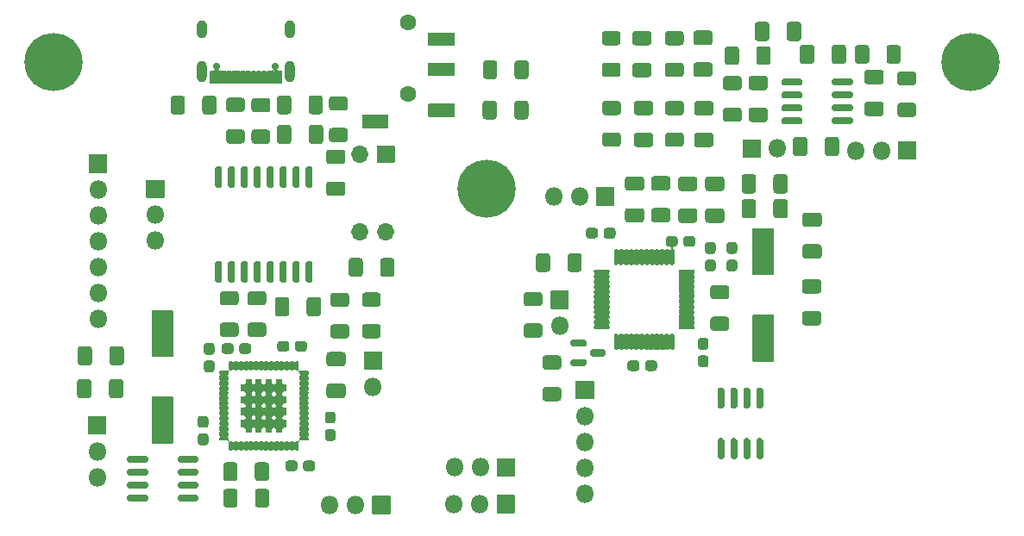
<source format=gbr>
G04 #@! TF.GenerationSoftware,KiCad,Pcbnew,(6.0.0)*
G04 #@! TF.CreationDate,2023-01-21T17:32:25+03:00*
G04 #@! TF.ProjectId,dspmodule,6473706d-6f64-4756-9c65-2e6b69636164,rev?*
G04 #@! TF.SameCoordinates,Original*
G04 #@! TF.FileFunction,Soldermask,Top*
G04 #@! TF.FilePolarity,Negative*
%FSLAX46Y46*%
G04 Gerber Fmt 4.6, Leading zero omitted, Abs format (unit mm)*
G04 Created by KiCad (PCBNEW (6.0.0)) date 2023-01-21 17:32:25*
%MOMM*%
%LPD*%
G01*
G04 APERTURE LIST*
%ADD10O,1.802000X1.802000*%
%ADD11C,5.702000*%
%ADD12C,1.602000*%
%ADD13C,0.702000*%
%ADD14O,1.002000X2.102000*%
%ADD15O,1.002000X1.802000*%
%ADD16O,1.702000X1.702000*%
G04 APERTURE END LIST*
G36*
G01*
X229370000Y-89431000D02*
X227670000Y-89431000D01*
G75*
G02*
X227619000Y-89380000I0J51000D01*
G01*
X227619000Y-87680000D01*
G75*
G02*
X227670000Y-87629000I51000J0D01*
G01*
X229370000Y-87629000D01*
G75*
G02*
X229421000Y-87680000I0J-51000D01*
G01*
X229421000Y-89380000D01*
G75*
G02*
X229370000Y-89431000I-51000J0D01*
G01*
G37*
D10*
X231060000Y-88530000D03*
D11*
X160000000Y-80000000D03*
X250000000Y-80000000D03*
G36*
G01*
X213300000Y-92349000D02*
X215000000Y-92349000D01*
G75*
G02*
X215051000Y-92400000I0J-51000D01*
G01*
X215051000Y-94100000D01*
G75*
G02*
X215000000Y-94151000I-51000J0D01*
G01*
X213300000Y-94151000D01*
G75*
G02*
X213249000Y-94100000I0J51000D01*
G01*
X213249000Y-92400000D01*
G75*
G02*
X213300000Y-92349000I51000J0D01*
G01*
G37*
D10*
X211610000Y-93250000D03*
X209070000Y-93250000D03*
G36*
G01*
X163389000Y-116590000D02*
X163389000Y-114890000D01*
G75*
G02*
X163440000Y-114839000I51000J0D01*
G01*
X165140000Y-114839000D01*
G75*
G02*
X165191000Y-114890000I0J-51000D01*
G01*
X165191000Y-116590000D01*
G75*
G02*
X165140000Y-116641000I-51000J0D01*
G01*
X163440000Y-116641000D01*
G75*
G02*
X163389000Y-116590000I0J51000D01*
G01*
G37*
X164290000Y-118280000D03*
X164290000Y-120820000D03*
G36*
G01*
X163479000Y-90880000D02*
X163479000Y-89180000D01*
G75*
G02*
X163530000Y-89129000I51000J0D01*
G01*
X165230000Y-89129000D01*
G75*
G02*
X165281000Y-89180000I0J-51000D01*
G01*
X165281000Y-90880000D01*
G75*
G02*
X165230000Y-90931000I-51000J0D01*
G01*
X163530000Y-90931000D01*
G75*
G02*
X163479000Y-90880000I0J51000D01*
G01*
G37*
X164380000Y-92570000D03*
X164380000Y-95110000D03*
X164380000Y-97650000D03*
X164380000Y-100190000D03*
X164380000Y-102730000D03*
X164380000Y-105270000D03*
D11*
X202500000Y-92500000D03*
G36*
G01*
X242940000Y-87819000D02*
X244640000Y-87819000D01*
G75*
G02*
X244691000Y-87870000I0J-51000D01*
G01*
X244691000Y-89570000D01*
G75*
G02*
X244640000Y-89621000I-51000J0D01*
G01*
X242940000Y-89621000D01*
G75*
G02*
X242889000Y-89570000I0J51000D01*
G01*
X242889000Y-87870000D01*
G75*
G02*
X242940000Y-87819000I51000J0D01*
G01*
G37*
D10*
X241250000Y-88720000D03*
X238710000Y-88720000D03*
G36*
G01*
X235060000Y-105923500D02*
X233760000Y-105923500D01*
G75*
G02*
X233459000Y-105622500I0J301000D01*
G01*
X233459000Y-104797500D01*
G75*
G02*
X233760000Y-104496500I301000J0D01*
G01*
X235060000Y-104496500D01*
G75*
G02*
X235361000Y-104797500I0J-301000D01*
G01*
X235361000Y-105622500D01*
G75*
G02*
X235060000Y-105923500I-301000J0D01*
G01*
G37*
G36*
G01*
X235060000Y-102798500D02*
X233760000Y-102798500D01*
G75*
G02*
X233459000Y-102497500I0J301000D01*
G01*
X233459000Y-101672500D01*
G75*
G02*
X233760000Y-101371500I301000J0D01*
G01*
X235060000Y-101371500D01*
G75*
G02*
X235361000Y-101672500I0J-301000D01*
G01*
X235361000Y-102497500D01*
G75*
G02*
X235060000Y-102798500I-301000J0D01*
G01*
G37*
G36*
G01*
X233800000Y-94816500D02*
X235100000Y-94816500D01*
G75*
G02*
X235401000Y-95117500I0J-301000D01*
G01*
X235401000Y-95942500D01*
G75*
G02*
X235100000Y-96243500I-301000J0D01*
G01*
X233800000Y-96243500D01*
G75*
G02*
X233499000Y-95942500I0J301000D01*
G01*
X233499000Y-95117500D01*
G75*
G02*
X233800000Y-94816500I301000J0D01*
G01*
G37*
G36*
G01*
X233800000Y-97941500D02*
X235100000Y-97941500D01*
G75*
G02*
X235401000Y-98242500I0J-301000D01*
G01*
X235401000Y-99067500D01*
G75*
G02*
X235100000Y-99368500I-301000J0D01*
G01*
X233800000Y-99368500D01*
G75*
G02*
X233499000Y-99067500I0J301000D01*
G01*
X233499000Y-98242500D01*
G75*
G02*
X233800000Y-97941500I301000J0D01*
G01*
G37*
G36*
G01*
X218950000Y-91246500D02*
X220250000Y-91246500D01*
G75*
G02*
X220551000Y-91547500I0J-301000D01*
G01*
X220551000Y-92372500D01*
G75*
G02*
X220250000Y-92673500I-301000J0D01*
G01*
X218950000Y-92673500D01*
G75*
G02*
X218649000Y-92372500I0J301000D01*
G01*
X218649000Y-91547500D01*
G75*
G02*
X218950000Y-91246500I301000J0D01*
G01*
G37*
G36*
G01*
X218950000Y-94371500D02*
X220250000Y-94371500D01*
G75*
G02*
X220551000Y-94672500I0J-301000D01*
G01*
X220551000Y-95497500D01*
G75*
G02*
X220250000Y-95798500I-301000J0D01*
G01*
X218950000Y-95798500D01*
G75*
G02*
X218649000Y-95497500I0J301000D01*
G01*
X218649000Y-94672500D01*
G75*
G02*
X218950000Y-94371500I301000J0D01*
G01*
G37*
G36*
G01*
X216380000Y-91266500D02*
X217680000Y-91266500D01*
G75*
G02*
X217981000Y-91567500I0J-301000D01*
G01*
X217981000Y-92392500D01*
G75*
G02*
X217680000Y-92693500I-301000J0D01*
G01*
X216380000Y-92693500D01*
G75*
G02*
X216079000Y-92392500I0J301000D01*
G01*
X216079000Y-91567500D01*
G75*
G02*
X216380000Y-91266500I301000J0D01*
G01*
G37*
G36*
G01*
X216380000Y-94391500D02*
X217680000Y-94391500D01*
G75*
G02*
X217981000Y-94692500I0J-301000D01*
G01*
X217981000Y-95517500D01*
G75*
G02*
X217680000Y-95818500I-301000J0D01*
G01*
X216380000Y-95818500D01*
G75*
G02*
X216079000Y-95517500I0J301000D01*
G01*
X216079000Y-94692500D01*
G75*
G02*
X216380000Y-94391500I301000J0D01*
G01*
G37*
G36*
G01*
X232566500Y-88990000D02*
X232566500Y-87690000D01*
G75*
G02*
X232867500Y-87389000I301000J0D01*
G01*
X233692500Y-87389000D01*
G75*
G02*
X233993500Y-87690000I0J-301000D01*
G01*
X233993500Y-88990000D01*
G75*
G02*
X233692500Y-89291000I-301000J0D01*
G01*
X232867500Y-89291000D01*
G75*
G02*
X232566500Y-88990000I0J301000D01*
G01*
G37*
G36*
G01*
X235691500Y-88990000D02*
X235691500Y-87690000D01*
G75*
G02*
X235992500Y-87389000I301000J0D01*
G01*
X236817500Y-87389000D01*
G75*
G02*
X237118500Y-87690000I0J-301000D01*
G01*
X237118500Y-88990000D01*
G75*
G02*
X236817500Y-89291000I-301000J0D01*
G01*
X235992500Y-89291000D01*
G75*
G02*
X235691500Y-88990000I0J301000D01*
G01*
G37*
G36*
G01*
X221600000Y-91286500D02*
X222900000Y-91286500D01*
G75*
G02*
X223201000Y-91587500I0J-301000D01*
G01*
X223201000Y-92412500D01*
G75*
G02*
X222900000Y-92713500I-301000J0D01*
G01*
X221600000Y-92713500D01*
G75*
G02*
X221299000Y-92412500I0J301000D01*
G01*
X221299000Y-91587500D01*
G75*
G02*
X221600000Y-91286500I301000J0D01*
G01*
G37*
G36*
G01*
X221600000Y-94411500D02*
X222900000Y-94411500D01*
G75*
G02*
X223201000Y-94712500I0J-301000D01*
G01*
X223201000Y-95537500D01*
G75*
G02*
X222900000Y-95838500I-301000J0D01*
G01*
X221600000Y-95838500D01*
G75*
G02*
X221299000Y-95537500I0J301000D01*
G01*
X221299000Y-94712500D01*
G75*
G02*
X221600000Y-94411500I301000J0D01*
G01*
G37*
G36*
G01*
X227534000Y-95090000D02*
X227534000Y-93790000D01*
G75*
G02*
X227835000Y-93489000I301000J0D01*
G01*
X228660000Y-93489000D01*
G75*
G02*
X228961000Y-93790000I0J-301000D01*
G01*
X228961000Y-95090000D01*
G75*
G02*
X228660000Y-95391000I-301000J0D01*
G01*
X227835000Y-95391000D01*
G75*
G02*
X227534000Y-95090000I0J301000D01*
G01*
G37*
G36*
G01*
X230659000Y-95090000D02*
X230659000Y-93790000D01*
G75*
G02*
X230960000Y-93489000I301000J0D01*
G01*
X231785000Y-93489000D01*
G75*
G02*
X232086000Y-93790000I0J-301000D01*
G01*
X232086000Y-95090000D01*
G75*
G02*
X231785000Y-95391000I-301000J0D01*
G01*
X230960000Y-95391000D01*
G75*
G02*
X230659000Y-95090000I0J301000D01*
G01*
G37*
G36*
G01*
X227534000Y-92660000D02*
X227534000Y-91360000D01*
G75*
G02*
X227835000Y-91059000I301000J0D01*
G01*
X228660000Y-91059000D01*
G75*
G02*
X228961000Y-91360000I0J-301000D01*
G01*
X228961000Y-92660000D01*
G75*
G02*
X228660000Y-92961000I-301000J0D01*
G01*
X227835000Y-92961000D01*
G75*
G02*
X227534000Y-92660000I0J301000D01*
G01*
G37*
G36*
G01*
X230659000Y-92660000D02*
X230659000Y-91360000D01*
G75*
G02*
X230960000Y-91059000I301000J0D01*
G01*
X231785000Y-91059000D01*
G75*
G02*
X232086000Y-91360000I0J-301000D01*
G01*
X232086000Y-92660000D01*
G75*
G02*
X231785000Y-92961000I-301000J0D01*
G01*
X230960000Y-92961000D01*
G75*
G02*
X230659000Y-92660000I0J301000D01*
G01*
G37*
G36*
G01*
X224260000Y-91286500D02*
X225560000Y-91286500D01*
G75*
G02*
X225861000Y-91587500I0J-301000D01*
G01*
X225861000Y-92412500D01*
G75*
G02*
X225560000Y-92713500I-301000J0D01*
G01*
X224260000Y-92713500D01*
G75*
G02*
X223959000Y-92412500I0J301000D01*
G01*
X223959000Y-91587500D01*
G75*
G02*
X224260000Y-91286500I301000J0D01*
G01*
G37*
G36*
G01*
X224260000Y-94411500D02*
X225560000Y-94411500D01*
G75*
G02*
X225861000Y-94712500I0J-301000D01*
G01*
X225861000Y-95537500D01*
G75*
G02*
X225560000Y-95838500I-301000J0D01*
G01*
X224260000Y-95838500D01*
G75*
G02*
X223959000Y-95537500I0J301000D01*
G01*
X223959000Y-94712500D01*
G75*
G02*
X224260000Y-94411500I301000J0D01*
G01*
G37*
G36*
G01*
X233246500Y-79940000D02*
X233246500Y-78640000D01*
G75*
G02*
X233547500Y-78339000I301000J0D01*
G01*
X234372500Y-78339000D01*
G75*
G02*
X234673500Y-78640000I0J-301000D01*
G01*
X234673500Y-79940000D01*
G75*
G02*
X234372500Y-80241000I-301000J0D01*
G01*
X233547500Y-80241000D01*
G75*
G02*
X233246500Y-79940000I0J301000D01*
G01*
G37*
G36*
G01*
X236371500Y-79940000D02*
X236371500Y-78640000D01*
G75*
G02*
X236672500Y-78339000I301000J0D01*
G01*
X237497500Y-78339000D01*
G75*
G02*
X237798500Y-78640000I0J-301000D01*
G01*
X237798500Y-79940000D01*
G75*
G02*
X237497500Y-80241000I-301000J0D01*
G01*
X236672500Y-80241000D01*
G75*
G02*
X236371500Y-79940000I0J301000D01*
G01*
G37*
G36*
G01*
X233383500Y-76390000D02*
X233383500Y-77690000D01*
G75*
G02*
X233082500Y-77991000I-301000J0D01*
G01*
X232257500Y-77991000D01*
G75*
G02*
X231956500Y-77690000I0J301000D01*
G01*
X231956500Y-76390000D01*
G75*
G02*
X232257500Y-76089000I301000J0D01*
G01*
X233082500Y-76089000D01*
G75*
G02*
X233383500Y-76390000I0J-301000D01*
G01*
G37*
G36*
G01*
X230258500Y-76390000D02*
X230258500Y-77690000D01*
G75*
G02*
X229957500Y-77991000I-301000J0D01*
G01*
X229132500Y-77991000D01*
G75*
G02*
X228831500Y-77690000I0J301000D01*
G01*
X228831500Y-76390000D01*
G75*
G02*
X229132500Y-76089000I301000J0D01*
G01*
X229957500Y-76089000D01*
G75*
G02*
X230258500Y-76390000I0J-301000D01*
G01*
G37*
G36*
G01*
X239890000Y-80806500D02*
X241190000Y-80806500D01*
G75*
G02*
X241491000Y-81107500I0J-301000D01*
G01*
X241491000Y-81932500D01*
G75*
G02*
X241190000Y-82233500I-301000J0D01*
G01*
X239890000Y-82233500D01*
G75*
G02*
X239589000Y-81932500I0J301000D01*
G01*
X239589000Y-81107500D01*
G75*
G02*
X239890000Y-80806500I301000J0D01*
G01*
G37*
G36*
G01*
X239890000Y-83931500D02*
X241190000Y-83931500D01*
G75*
G02*
X241491000Y-84232500I0J-301000D01*
G01*
X241491000Y-85057500D01*
G75*
G02*
X241190000Y-85358500I-301000J0D01*
G01*
X239890000Y-85358500D01*
G75*
G02*
X239589000Y-85057500I0J301000D01*
G01*
X239589000Y-84232500D01*
G75*
G02*
X239890000Y-83931500I301000J0D01*
G01*
G37*
G36*
G01*
X228510000Y-81381500D02*
X229810000Y-81381500D01*
G75*
G02*
X230111000Y-81682500I0J-301000D01*
G01*
X230111000Y-82507500D01*
G75*
G02*
X229810000Y-82808500I-301000J0D01*
G01*
X228510000Y-82808500D01*
G75*
G02*
X228209000Y-82507500I0J301000D01*
G01*
X228209000Y-81682500D01*
G75*
G02*
X228510000Y-81381500I301000J0D01*
G01*
G37*
G36*
G01*
X228510000Y-84506500D02*
X229810000Y-84506500D01*
G75*
G02*
X230111000Y-84807500I0J-301000D01*
G01*
X230111000Y-85632500D01*
G75*
G02*
X229810000Y-85933500I-301000J0D01*
G01*
X228510000Y-85933500D01*
G75*
G02*
X228209000Y-85632500I0J301000D01*
G01*
X228209000Y-84807500D01*
G75*
G02*
X228510000Y-84506500I301000J0D01*
G01*
G37*
G36*
G01*
X187090000Y-108524000D02*
X188390000Y-108524000D01*
G75*
G02*
X188691000Y-108825000I0J-301000D01*
G01*
X188691000Y-109650000D01*
G75*
G02*
X188390000Y-109951000I-301000J0D01*
G01*
X187090000Y-109951000D01*
G75*
G02*
X186789000Y-109650000I0J301000D01*
G01*
X186789000Y-108825000D01*
G75*
G02*
X187090000Y-108524000I301000J0D01*
G01*
G37*
G36*
G01*
X187090000Y-111649000D02*
X188390000Y-111649000D01*
G75*
G02*
X188691000Y-111950000I0J-301000D01*
G01*
X188691000Y-112775000D01*
G75*
G02*
X188390000Y-113076000I-301000J0D01*
G01*
X187090000Y-113076000D01*
G75*
G02*
X186789000Y-112775000I0J301000D01*
G01*
X186789000Y-111950000D01*
G75*
G02*
X187090000Y-111649000I301000J0D01*
G01*
G37*
G36*
G01*
X224480000Y-88413500D02*
X223180000Y-88413500D01*
G75*
G02*
X222879000Y-88112500I0J301000D01*
G01*
X222879000Y-87287500D01*
G75*
G02*
X223180000Y-86986500I301000J0D01*
G01*
X224480000Y-86986500D01*
G75*
G02*
X224781000Y-87287500I0J-301000D01*
G01*
X224781000Y-88112500D01*
G75*
G02*
X224480000Y-88413500I-301000J0D01*
G01*
G37*
G36*
G01*
X224480000Y-85288500D02*
X223180000Y-85288500D01*
G75*
G02*
X222879000Y-84987500I0J301000D01*
G01*
X222879000Y-84162500D01*
G75*
G02*
X223180000Y-83861500I301000J0D01*
G01*
X224480000Y-83861500D01*
G75*
G02*
X224781000Y-84162500I0J-301000D01*
G01*
X224781000Y-84987500D01*
G75*
G02*
X224480000Y-85288500I-301000J0D01*
G01*
G37*
G36*
G01*
X224400000Y-81498500D02*
X223100000Y-81498500D01*
G75*
G02*
X222799000Y-81197500I0J301000D01*
G01*
X222799000Y-80372500D01*
G75*
G02*
X223100000Y-80071500I301000J0D01*
G01*
X224400000Y-80071500D01*
G75*
G02*
X224701000Y-80372500I0J-301000D01*
G01*
X224701000Y-81197500D01*
G75*
G02*
X224400000Y-81498500I-301000J0D01*
G01*
G37*
G36*
G01*
X224400000Y-78373500D02*
X223100000Y-78373500D01*
G75*
G02*
X222799000Y-78072500I0J301000D01*
G01*
X222799000Y-77247500D01*
G75*
G02*
X223100000Y-76946500I301000J0D01*
G01*
X224400000Y-76946500D01*
G75*
G02*
X224701000Y-77247500I0J-301000D01*
G01*
X224701000Y-78072500D01*
G75*
G02*
X224400000Y-78373500I-301000J0D01*
G01*
G37*
G36*
G01*
X166913500Y-108250000D02*
X166913500Y-109550000D01*
G75*
G02*
X166612500Y-109851000I-301000J0D01*
G01*
X165787500Y-109851000D01*
G75*
G02*
X165486500Y-109550000I0J301000D01*
G01*
X165486500Y-108250000D01*
G75*
G02*
X165787500Y-107949000I301000J0D01*
G01*
X166612500Y-107949000D01*
G75*
G02*
X166913500Y-108250000I0J-301000D01*
G01*
G37*
G36*
G01*
X163788500Y-108250000D02*
X163788500Y-109550000D01*
G75*
G02*
X163487500Y-109851000I-301000J0D01*
G01*
X162662500Y-109851000D01*
G75*
G02*
X162361500Y-109550000I0J301000D01*
G01*
X162361500Y-108250000D01*
G75*
G02*
X162662500Y-107949000I301000J0D01*
G01*
X163487500Y-107949000D01*
G75*
G02*
X163788500Y-108250000I0J-301000D01*
G01*
G37*
G36*
G01*
X166873500Y-111480000D02*
X166873500Y-112780000D01*
G75*
G02*
X166572500Y-113081000I-301000J0D01*
G01*
X165747500Y-113081000D01*
G75*
G02*
X165446500Y-112780000I0J301000D01*
G01*
X165446500Y-111480000D01*
G75*
G02*
X165747500Y-111179000I301000J0D01*
G01*
X166572500Y-111179000D01*
G75*
G02*
X166873500Y-111480000I0J-301000D01*
G01*
G37*
G36*
G01*
X163748500Y-111480000D02*
X163748500Y-112780000D01*
G75*
G02*
X163447500Y-113081000I-301000J0D01*
G01*
X162622500Y-113081000D01*
G75*
G02*
X162321500Y-112780000I0J301000D01*
G01*
X162321500Y-111480000D01*
G75*
G02*
X162622500Y-111179000I301000J0D01*
G01*
X163447500Y-111179000D01*
G75*
G02*
X163748500Y-111480000I0J-301000D01*
G01*
G37*
G36*
G01*
X217260000Y-83844000D02*
X218560000Y-83844000D01*
G75*
G02*
X218861000Y-84145000I0J-301000D01*
G01*
X218861000Y-84970000D01*
G75*
G02*
X218560000Y-85271000I-301000J0D01*
G01*
X217260000Y-85271000D01*
G75*
G02*
X216959000Y-84970000I0J301000D01*
G01*
X216959000Y-84145000D01*
G75*
G02*
X217260000Y-83844000I301000J0D01*
G01*
G37*
G36*
G01*
X217260000Y-86969000D02*
X218560000Y-86969000D01*
G75*
G02*
X218861000Y-87270000I0J-301000D01*
G01*
X218861000Y-88095000D01*
G75*
G02*
X218560000Y-88396000I-301000J0D01*
G01*
X217260000Y-88396000D01*
G75*
G02*
X216959000Y-88095000I0J301000D01*
G01*
X216959000Y-87270000D01*
G75*
G02*
X217260000Y-86969000I301000J0D01*
G01*
G37*
G36*
G01*
X218410000Y-81536000D02*
X217110000Y-81536000D01*
G75*
G02*
X216809000Y-81235000I0J301000D01*
G01*
X216809000Y-80410000D01*
G75*
G02*
X217110000Y-80109000I301000J0D01*
G01*
X218410000Y-80109000D01*
G75*
G02*
X218711000Y-80410000I0J-301000D01*
G01*
X218711000Y-81235000D01*
G75*
G02*
X218410000Y-81536000I-301000J0D01*
G01*
G37*
G36*
G01*
X218410000Y-78411000D02*
X217110000Y-78411000D01*
G75*
G02*
X216809000Y-78110000I0J301000D01*
G01*
X216809000Y-77285000D01*
G75*
G02*
X217110000Y-76984000I301000J0D01*
G01*
X218410000Y-76984000D01*
G75*
G02*
X218711000Y-77285000I0J-301000D01*
G01*
X218711000Y-78110000D01*
G75*
G02*
X218410000Y-78411000I-301000J0D01*
G01*
G37*
G36*
G01*
X181724000Y-104730000D02*
X181724000Y-103430000D01*
G75*
G02*
X182025000Y-103129000I301000J0D01*
G01*
X182850000Y-103129000D01*
G75*
G02*
X183151000Y-103430000I0J-301000D01*
G01*
X183151000Y-104730000D01*
G75*
G02*
X182850000Y-105031000I-301000J0D01*
G01*
X182025000Y-105031000D01*
G75*
G02*
X181724000Y-104730000I0J301000D01*
G01*
G37*
G36*
G01*
X184849000Y-104730000D02*
X184849000Y-103430000D01*
G75*
G02*
X185150000Y-103129000I301000J0D01*
G01*
X185975000Y-103129000D01*
G75*
G02*
X186276000Y-103430000I0J-301000D01*
G01*
X186276000Y-104730000D01*
G75*
G02*
X185975000Y-105031000I-301000J0D01*
G01*
X185150000Y-105031000D01*
G75*
G02*
X184849000Y-104730000I0J301000D01*
G01*
G37*
G36*
G01*
X188350000Y-93193500D02*
X187050000Y-93193500D01*
G75*
G02*
X186749000Y-92892500I0J301000D01*
G01*
X186749000Y-92067500D01*
G75*
G02*
X187050000Y-91766500I301000J0D01*
G01*
X188350000Y-91766500D01*
G75*
G02*
X188651000Y-92067500I0J-301000D01*
G01*
X188651000Y-92892500D01*
G75*
G02*
X188350000Y-93193500I-301000J0D01*
G01*
G37*
G36*
G01*
X188350000Y-90068500D02*
X187050000Y-90068500D01*
G75*
G02*
X186749000Y-89767500I0J301000D01*
G01*
X186749000Y-88942500D01*
G75*
G02*
X187050000Y-88641500I301000J0D01*
G01*
X188350000Y-88641500D01*
G75*
G02*
X188651000Y-88942500I0J-301000D01*
G01*
X188651000Y-89767500D01*
G75*
G02*
X188350000Y-90068500I-301000J0D01*
G01*
G37*
G36*
G01*
X186473500Y-86500000D02*
X186473500Y-87800000D01*
G75*
G02*
X186172500Y-88101000I-301000J0D01*
G01*
X185347500Y-88101000D01*
G75*
G02*
X185046500Y-87800000I0J301000D01*
G01*
X185046500Y-86500000D01*
G75*
G02*
X185347500Y-86199000I301000J0D01*
G01*
X186172500Y-86199000D01*
G75*
G02*
X186473500Y-86500000I0J-301000D01*
G01*
G37*
G36*
G01*
X183348500Y-86500000D02*
X183348500Y-87800000D01*
G75*
G02*
X183047500Y-88101000I-301000J0D01*
G01*
X182222500Y-88101000D01*
G75*
G02*
X181921500Y-87800000I0J301000D01*
G01*
X181921500Y-86500000D01*
G75*
G02*
X182222500Y-86199000I301000J0D01*
G01*
X183047500Y-86199000D01*
G75*
G02*
X183348500Y-86500000I0J-301000D01*
G01*
G37*
D12*
X194830000Y-83180000D03*
X194830000Y-76180000D03*
G36*
G01*
X196830000Y-80129000D02*
X199330000Y-80129000D01*
G75*
G02*
X199381000Y-80180000I0J-51000D01*
G01*
X199381000Y-81380000D01*
G75*
G02*
X199330000Y-81431000I-51000J0D01*
G01*
X196830000Y-81431000D01*
G75*
G02*
X196779000Y-81380000I0J51000D01*
G01*
X196779000Y-80180000D01*
G75*
G02*
X196830000Y-80129000I51000J0D01*
G01*
G37*
G36*
G01*
X196830000Y-77129000D02*
X199330000Y-77129000D01*
G75*
G02*
X199381000Y-77180000I0J-51000D01*
G01*
X199381000Y-78380000D01*
G75*
G02*
X199330000Y-78431000I-51000J0D01*
G01*
X196830000Y-78431000D01*
G75*
G02*
X196779000Y-78380000I0J51000D01*
G01*
X196779000Y-77180000D01*
G75*
G02*
X196830000Y-77129000I51000J0D01*
G01*
G37*
G36*
G01*
X190330000Y-85229000D02*
X192830000Y-85229000D01*
G75*
G02*
X192881000Y-85280000I0J-51000D01*
G01*
X192881000Y-86480000D01*
G75*
G02*
X192830000Y-86531000I-51000J0D01*
G01*
X190330000Y-86531000D01*
G75*
G02*
X190279000Y-86480000I0J51000D01*
G01*
X190279000Y-85280000D01*
G75*
G02*
X190330000Y-85229000I51000J0D01*
G01*
G37*
G36*
G01*
X196830000Y-84129000D02*
X199330000Y-84129000D01*
G75*
G02*
X199381000Y-84180000I0J-51000D01*
G01*
X199381000Y-85380000D01*
G75*
G02*
X199330000Y-85431000I-51000J0D01*
G01*
X196830000Y-85431000D01*
G75*
G02*
X196779000Y-85380000I0J51000D01*
G01*
X196779000Y-84180000D01*
G75*
G02*
X196830000Y-84129000I51000J0D01*
G01*
G37*
G36*
G01*
X208789000Y-104250000D02*
X208789000Y-102550000D01*
G75*
G02*
X208840000Y-102499000I51000J0D01*
G01*
X210540000Y-102499000D01*
G75*
G02*
X210591000Y-102550000I0J-51000D01*
G01*
X210591000Y-104250000D01*
G75*
G02*
X210540000Y-104301000I-51000J0D01*
G01*
X208840000Y-104301000D01*
G75*
G02*
X208789000Y-104250000I0J51000D01*
G01*
G37*
D10*
X209690000Y-105940000D03*
G36*
G01*
X211249000Y-113120000D02*
X211249000Y-111420000D01*
G75*
G02*
X211300000Y-111369000I51000J0D01*
G01*
X213000000Y-111369000D01*
G75*
G02*
X213051000Y-111420000I0J-51000D01*
G01*
X213051000Y-113120000D01*
G75*
G02*
X213000000Y-113171000I-51000J0D01*
G01*
X211300000Y-113171000D01*
G75*
G02*
X211249000Y-113120000I0J51000D01*
G01*
G37*
X212150000Y-114810000D03*
X212150000Y-117350000D03*
X212150000Y-119890000D03*
X212150000Y-122430000D03*
G36*
G01*
X190459000Y-110230000D02*
X190459000Y-108530000D01*
G75*
G02*
X190510000Y-108479000I51000J0D01*
G01*
X192210000Y-108479000D01*
G75*
G02*
X192261000Y-108530000I0J-51000D01*
G01*
X192261000Y-110230000D01*
G75*
G02*
X192210000Y-110281000I-51000J0D01*
G01*
X190510000Y-110281000D01*
G75*
G02*
X190459000Y-110230000I0J51000D01*
G01*
G37*
X191360000Y-111920000D03*
D13*
X181800000Y-80480000D03*
X176020000Y-80480000D03*
G36*
G01*
X182461000Y-80960000D02*
X182461000Y-82120000D01*
G75*
G02*
X182410000Y-82171000I-51000J0D01*
G01*
X181810000Y-82171000D01*
G75*
G02*
X181759000Y-82120000I0J51000D01*
G01*
X181759000Y-80960000D01*
G75*
G02*
X181810000Y-80909000I51000J0D01*
G01*
X182410000Y-80909000D01*
G75*
G02*
X182461000Y-80960000I0J-51000D01*
G01*
G37*
G36*
G01*
X181661000Y-80960000D02*
X181661000Y-82120000D01*
G75*
G02*
X181610000Y-82171000I-51000J0D01*
G01*
X181010000Y-82171000D01*
G75*
G02*
X180959000Y-82120000I0J51000D01*
G01*
X180959000Y-80960000D01*
G75*
G02*
X181010000Y-80909000I51000J0D01*
G01*
X181610000Y-80909000D01*
G75*
G02*
X181661000Y-80960000I0J-51000D01*
G01*
G37*
G36*
G01*
X179959000Y-82120000D02*
X179959000Y-80960000D01*
G75*
G02*
X180010000Y-80909000I51000J0D01*
G01*
X180310000Y-80909000D01*
G75*
G02*
X180361000Y-80960000I0J-51000D01*
G01*
X180361000Y-82120000D01*
G75*
G02*
X180310000Y-82171000I-51000J0D01*
G01*
X180010000Y-82171000D01*
G75*
G02*
X179959000Y-82120000I0J51000D01*
G01*
G37*
G36*
G01*
X178959000Y-82120000D02*
X178959000Y-80960000D01*
G75*
G02*
X179010000Y-80909000I51000J0D01*
G01*
X179310000Y-80909000D01*
G75*
G02*
X179361000Y-80960000I0J-51000D01*
G01*
X179361000Y-82120000D01*
G75*
G02*
X179310000Y-82171000I-51000J0D01*
G01*
X179010000Y-82171000D01*
G75*
G02*
X178959000Y-82120000I0J51000D01*
G01*
G37*
G36*
G01*
X178459000Y-82120000D02*
X178459000Y-80960000D01*
G75*
G02*
X178510000Y-80909000I51000J0D01*
G01*
X178810000Y-80909000D01*
G75*
G02*
X178861000Y-80960000I0J-51000D01*
G01*
X178861000Y-82120000D01*
G75*
G02*
X178810000Y-82171000I-51000J0D01*
G01*
X178510000Y-82171000D01*
G75*
G02*
X178459000Y-82120000I0J51000D01*
G01*
G37*
G36*
G01*
X177459000Y-82120000D02*
X177459000Y-80960000D01*
G75*
G02*
X177510000Y-80909000I51000J0D01*
G01*
X177810000Y-80909000D01*
G75*
G02*
X177861000Y-80960000I0J-51000D01*
G01*
X177861000Y-82120000D01*
G75*
G02*
X177810000Y-82171000I-51000J0D01*
G01*
X177510000Y-82171000D01*
G75*
G02*
X177459000Y-82120000I0J51000D01*
G01*
G37*
G36*
G01*
X176861000Y-80960000D02*
X176861000Y-82120000D01*
G75*
G02*
X176810000Y-82171000I-51000J0D01*
G01*
X176210000Y-82171000D01*
G75*
G02*
X176159000Y-82120000I0J51000D01*
G01*
X176159000Y-80960000D01*
G75*
G02*
X176210000Y-80909000I51000J0D01*
G01*
X176810000Y-80909000D01*
G75*
G02*
X176861000Y-80960000I0J-51000D01*
G01*
G37*
G36*
G01*
X176061000Y-80960000D02*
X176061000Y-82120000D01*
G75*
G02*
X176010000Y-82171000I-51000J0D01*
G01*
X175410000Y-82171000D01*
G75*
G02*
X175359000Y-82120000I0J51000D01*
G01*
X175359000Y-80960000D01*
G75*
G02*
X175410000Y-80909000I51000J0D01*
G01*
X176010000Y-80909000D01*
G75*
G02*
X176061000Y-80960000I0J-51000D01*
G01*
G37*
G36*
G01*
X176061000Y-80960000D02*
X176061000Y-82120000D01*
G75*
G02*
X176010000Y-82171000I-51000J0D01*
G01*
X175410000Y-82171000D01*
G75*
G02*
X175359000Y-82120000I0J51000D01*
G01*
X175359000Y-80960000D01*
G75*
G02*
X175410000Y-80909000I51000J0D01*
G01*
X176010000Y-80909000D01*
G75*
G02*
X176061000Y-80960000I0J-51000D01*
G01*
G37*
G36*
G01*
X176861000Y-80960000D02*
X176861000Y-82120000D01*
G75*
G02*
X176810000Y-82171000I-51000J0D01*
G01*
X176210000Y-82171000D01*
G75*
G02*
X176159000Y-82120000I0J51000D01*
G01*
X176159000Y-80960000D01*
G75*
G02*
X176210000Y-80909000I51000J0D01*
G01*
X176810000Y-80909000D01*
G75*
G02*
X176861000Y-80960000I0J-51000D01*
G01*
G37*
G36*
G01*
X176959000Y-82120000D02*
X176959000Y-80960000D01*
G75*
G02*
X177010000Y-80909000I51000J0D01*
G01*
X177310000Y-80909000D01*
G75*
G02*
X177361000Y-80960000I0J-51000D01*
G01*
X177361000Y-82120000D01*
G75*
G02*
X177310000Y-82171000I-51000J0D01*
G01*
X177010000Y-82171000D01*
G75*
G02*
X176959000Y-82120000I0J51000D01*
G01*
G37*
G36*
G01*
X177959000Y-82120000D02*
X177959000Y-80960000D01*
G75*
G02*
X178010000Y-80909000I51000J0D01*
G01*
X178310000Y-80909000D01*
G75*
G02*
X178361000Y-80960000I0J-51000D01*
G01*
X178361000Y-82120000D01*
G75*
G02*
X178310000Y-82171000I-51000J0D01*
G01*
X178010000Y-82171000D01*
G75*
G02*
X177959000Y-82120000I0J51000D01*
G01*
G37*
G36*
G01*
X179459000Y-82120000D02*
X179459000Y-80960000D01*
G75*
G02*
X179510000Y-80909000I51000J0D01*
G01*
X179810000Y-80909000D01*
G75*
G02*
X179861000Y-80960000I0J-51000D01*
G01*
X179861000Y-82120000D01*
G75*
G02*
X179810000Y-82171000I-51000J0D01*
G01*
X179510000Y-82171000D01*
G75*
G02*
X179459000Y-82120000I0J51000D01*
G01*
G37*
G36*
G01*
X180459000Y-82120000D02*
X180459000Y-80960000D01*
G75*
G02*
X180510000Y-80909000I51000J0D01*
G01*
X180810000Y-80909000D01*
G75*
G02*
X180861000Y-80960000I0J-51000D01*
G01*
X180861000Y-82120000D01*
G75*
G02*
X180810000Y-82171000I-51000J0D01*
G01*
X180510000Y-82171000D01*
G75*
G02*
X180459000Y-82120000I0J51000D01*
G01*
G37*
G36*
G01*
X181661000Y-80960000D02*
X181661000Y-82120000D01*
G75*
G02*
X181610000Y-82171000I-51000J0D01*
G01*
X181010000Y-82171000D01*
G75*
G02*
X180959000Y-82120000I0J51000D01*
G01*
X180959000Y-80960000D01*
G75*
G02*
X181010000Y-80909000I51000J0D01*
G01*
X181610000Y-80909000D01*
G75*
G02*
X181661000Y-80960000I0J-51000D01*
G01*
G37*
G36*
G01*
X182461000Y-80960000D02*
X182461000Y-82120000D01*
G75*
G02*
X182410000Y-82171000I-51000J0D01*
G01*
X181810000Y-82171000D01*
G75*
G02*
X181759000Y-82120000I0J51000D01*
G01*
X181759000Y-80960000D01*
G75*
G02*
X181810000Y-80909000I51000J0D01*
G01*
X182410000Y-80909000D01*
G75*
G02*
X182461000Y-80960000I0J-51000D01*
G01*
G37*
D14*
X183230000Y-80960000D03*
X174590000Y-80960000D03*
D15*
X174590000Y-76790000D03*
X183230000Y-76790000D03*
G36*
G01*
X210754000Y-107810000D02*
X210754000Y-107510000D01*
G75*
G02*
X210955000Y-107309000I201000J0D01*
G01*
X212130000Y-107309000D01*
G75*
G02*
X212331000Y-107510000I0J-201000D01*
G01*
X212331000Y-107810000D01*
G75*
G02*
X212130000Y-108011000I-201000J0D01*
G01*
X210955000Y-108011000D01*
G75*
G02*
X210754000Y-107810000I0J201000D01*
G01*
G37*
G36*
G01*
X210754000Y-109710000D02*
X210754000Y-109410000D01*
G75*
G02*
X210955000Y-109209000I201000J0D01*
G01*
X212130000Y-109209000D01*
G75*
G02*
X212331000Y-109410000I0J-201000D01*
G01*
X212331000Y-109710000D01*
G75*
G02*
X212130000Y-109911000I-201000J0D01*
G01*
X210955000Y-109911000D01*
G75*
G02*
X210754000Y-109710000I0J201000D01*
G01*
G37*
G36*
G01*
X212629000Y-108760000D02*
X212629000Y-108460000D01*
G75*
G02*
X212830000Y-108259000I201000J0D01*
G01*
X214005000Y-108259000D01*
G75*
G02*
X214206000Y-108460000I0J-201000D01*
G01*
X214206000Y-108760000D01*
G75*
G02*
X214005000Y-108961000I-201000J0D01*
G01*
X212830000Y-108961000D01*
G75*
G02*
X212629000Y-108760000I0J201000D01*
G01*
G37*
G36*
G01*
X206445000Y-102626500D02*
X207695000Y-102626500D01*
G75*
G02*
X207996000Y-102927500I0J-301000D01*
G01*
X207996000Y-103727500D01*
G75*
G02*
X207695000Y-104028500I-301000J0D01*
G01*
X206445000Y-104028500D01*
G75*
G02*
X206144000Y-103727500I0J301000D01*
G01*
X206144000Y-102927500D01*
G75*
G02*
X206445000Y-102626500I301000J0D01*
G01*
G37*
G36*
G01*
X206445000Y-105726500D02*
X207695000Y-105726500D01*
G75*
G02*
X207996000Y-106027500I0J-301000D01*
G01*
X207996000Y-106827500D01*
G75*
G02*
X207695000Y-107128500I-301000J0D01*
G01*
X206445000Y-107128500D01*
G75*
G02*
X206144000Y-106827500I0J301000D01*
G01*
X206144000Y-106027500D01*
G75*
G02*
X206445000Y-105726500I301000J0D01*
G01*
G37*
G36*
G01*
X206623500Y-84125000D02*
X206623500Y-85375000D01*
G75*
G02*
X206322500Y-85676000I-301000J0D01*
G01*
X205522500Y-85676000D01*
G75*
G02*
X205221500Y-85375000I0J301000D01*
G01*
X205221500Y-84125000D01*
G75*
G02*
X205522500Y-83824000I301000J0D01*
G01*
X206322500Y-83824000D01*
G75*
G02*
X206623500Y-84125000I0J-301000D01*
G01*
G37*
G36*
G01*
X203523500Y-84125000D02*
X203523500Y-85375000D01*
G75*
G02*
X203222500Y-85676000I-301000J0D01*
G01*
X202422500Y-85676000D01*
G75*
G02*
X202121500Y-85375000I0J301000D01*
G01*
X202121500Y-84125000D01*
G75*
G02*
X202422500Y-83824000I301000J0D01*
G01*
X203222500Y-83824000D01*
G75*
G02*
X203523500Y-84125000I0J-301000D01*
G01*
G37*
G36*
G01*
X206658500Y-80165000D02*
X206658500Y-81415000D01*
G75*
G02*
X206357500Y-81716000I-301000J0D01*
G01*
X205557500Y-81716000D01*
G75*
G02*
X205256500Y-81415000I0J301000D01*
G01*
X205256500Y-80165000D01*
G75*
G02*
X205557500Y-79864000I301000J0D01*
G01*
X206357500Y-79864000D01*
G75*
G02*
X206658500Y-80165000I0J-301000D01*
G01*
G37*
G36*
G01*
X203558500Y-80165000D02*
X203558500Y-81415000D01*
G75*
G02*
X203257500Y-81716000I-301000J0D01*
G01*
X202457500Y-81716000D01*
G75*
G02*
X202156500Y-81415000I0J301000D01*
G01*
X202156500Y-80165000D01*
G75*
G02*
X202457500Y-79864000I301000J0D01*
G01*
X203257500Y-79864000D01*
G75*
G02*
X203558500Y-80165000I0J-301000D01*
G01*
G37*
G36*
G01*
X207349000Y-100365000D02*
X207349000Y-99115000D01*
G75*
G02*
X207650000Y-98814000I301000J0D01*
G01*
X208450000Y-98814000D01*
G75*
G02*
X208751000Y-99115000I0J-301000D01*
G01*
X208751000Y-100365000D01*
G75*
G02*
X208450000Y-100666000I-301000J0D01*
G01*
X207650000Y-100666000D01*
G75*
G02*
X207349000Y-100365000I0J301000D01*
G01*
G37*
G36*
G01*
X210449000Y-100365000D02*
X210449000Y-99115000D01*
G75*
G02*
X210750000Y-98814000I301000J0D01*
G01*
X211550000Y-98814000D01*
G75*
G02*
X211851000Y-99115000I0J-301000D01*
G01*
X211851000Y-100365000D01*
G75*
G02*
X211550000Y-100666000I-301000J0D01*
G01*
X210750000Y-100666000D01*
G75*
G02*
X210449000Y-100365000I0J301000D01*
G01*
G37*
G36*
G01*
X224775000Y-101956500D02*
X226025000Y-101956500D01*
G75*
G02*
X226326000Y-102257500I0J-301000D01*
G01*
X226326000Y-103057500D01*
G75*
G02*
X226025000Y-103358500I-301000J0D01*
G01*
X224775000Y-103358500D01*
G75*
G02*
X224474000Y-103057500I0J301000D01*
G01*
X224474000Y-102257500D01*
G75*
G02*
X224775000Y-101956500I301000J0D01*
G01*
G37*
G36*
G01*
X224775000Y-105056500D02*
X226025000Y-105056500D01*
G75*
G02*
X226326000Y-105357500I0J-301000D01*
G01*
X226326000Y-106157500D01*
G75*
G02*
X226025000Y-106458500I-301000J0D01*
G01*
X224775000Y-106458500D01*
G75*
G02*
X224474000Y-106157500I0J301000D01*
G01*
X224474000Y-105357500D01*
G75*
G02*
X224775000Y-105056500I301000J0D01*
G01*
G37*
G36*
G01*
X208295000Y-108856500D02*
X209545000Y-108856500D01*
G75*
G02*
X209846000Y-109157500I0J-301000D01*
G01*
X209846000Y-109957500D01*
G75*
G02*
X209545000Y-110258500I-301000J0D01*
G01*
X208295000Y-110258500D01*
G75*
G02*
X207994000Y-109957500I0J301000D01*
G01*
X207994000Y-109157500D01*
G75*
G02*
X208295000Y-108856500I301000J0D01*
G01*
G37*
G36*
G01*
X208295000Y-111956500D02*
X209545000Y-111956500D01*
G75*
G02*
X209846000Y-112257500I0J-301000D01*
G01*
X209846000Y-113057500D01*
G75*
G02*
X209545000Y-113358500I-301000J0D01*
G01*
X208295000Y-113358500D01*
G75*
G02*
X207994000Y-113057500I0J301000D01*
G01*
X207994000Y-112257500D01*
G75*
G02*
X208295000Y-111956500I301000J0D01*
G01*
G37*
G36*
G01*
X244375000Y-85451000D02*
X243125000Y-85451000D01*
G75*
G02*
X242824000Y-85150000I0J301000D01*
G01*
X242824000Y-84350000D01*
G75*
G02*
X243125000Y-84049000I301000J0D01*
G01*
X244375000Y-84049000D01*
G75*
G02*
X244676000Y-84350000I0J-301000D01*
G01*
X244676000Y-85150000D01*
G75*
G02*
X244375000Y-85451000I-301000J0D01*
G01*
G37*
G36*
G01*
X244375000Y-82351000D02*
X243125000Y-82351000D01*
G75*
G02*
X242824000Y-82050000I0J301000D01*
G01*
X242824000Y-81250000D01*
G75*
G02*
X243125000Y-80949000I301000J0D01*
G01*
X244375000Y-80949000D01*
G75*
G02*
X244676000Y-81250000I0J-301000D01*
G01*
X244676000Y-82050000D01*
G75*
G02*
X244375000Y-82351000I-301000J0D01*
G01*
G37*
G36*
G01*
X227255000Y-85923500D02*
X226005000Y-85923500D01*
G75*
G02*
X225704000Y-85622500I0J301000D01*
G01*
X225704000Y-84822500D01*
G75*
G02*
X226005000Y-84521500I301000J0D01*
G01*
X227255000Y-84521500D01*
G75*
G02*
X227556000Y-84822500I0J-301000D01*
G01*
X227556000Y-85622500D01*
G75*
G02*
X227255000Y-85923500I-301000J0D01*
G01*
G37*
G36*
G01*
X227255000Y-82823500D02*
X226005000Y-82823500D01*
G75*
G02*
X225704000Y-82522500I0J301000D01*
G01*
X225704000Y-81722500D01*
G75*
G02*
X226005000Y-81421500I301000J0D01*
G01*
X227255000Y-81421500D01*
G75*
G02*
X227556000Y-81722500I0J-301000D01*
G01*
X227556000Y-82522500D01*
G75*
G02*
X227255000Y-82823500I-301000J0D01*
G01*
G37*
G36*
G01*
X243158500Y-78665000D02*
X243158500Y-79915000D01*
G75*
G02*
X242857500Y-80216000I-301000J0D01*
G01*
X242057500Y-80216000D01*
G75*
G02*
X241756500Y-79915000I0J301000D01*
G01*
X241756500Y-78665000D01*
G75*
G02*
X242057500Y-78364000I301000J0D01*
G01*
X242857500Y-78364000D01*
G75*
G02*
X243158500Y-78665000I0J-301000D01*
G01*
G37*
G36*
G01*
X240058500Y-78665000D02*
X240058500Y-79915000D01*
G75*
G02*
X239757500Y-80216000I-301000J0D01*
G01*
X238957500Y-80216000D01*
G75*
G02*
X238656500Y-79915000I0J301000D01*
G01*
X238656500Y-78665000D01*
G75*
G02*
X238957500Y-78364000I301000J0D01*
G01*
X239757500Y-78364000D01*
G75*
G02*
X240058500Y-78665000I0J-301000D01*
G01*
G37*
G36*
G01*
X225889000Y-80035000D02*
X225889000Y-78785000D01*
G75*
G02*
X226190000Y-78484000I301000J0D01*
G01*
X226990000Y-78484000D01*
G75*
G02*
X227291000Y-78785000I0J-301000D01*
G01*
X227291000Y-80035000D01*
G75*
G02*
X226990000Y-80336000I-301000J0D01*
G01*
X226190000Y-80336000D01*
G75*
G02*
X225889000Y-80035000I0J301000D01*
G01*
G37*
G36*
G01*
X228989000Y-80035000D02*
X228989000Y-78785000D01*
G75*
G02*
X229290000Y-78484000I301000J0D01*
G01*
X230090000Y-78484000D01*
G75*
G02*
X230391000Y-78785000I0J-301000D01*
G01*
X230391000Y-80035000D01*
G75*
G02*
X230090000Y-80336000I-301000J0D01*
G01*
X229290000Y-80336000D01*
G75*
G02*
X228989000Y-80035000I0J301000D01*
G01*
G37*
G36*
G01*
X176656500Y-120915000D02*
X176656500Y-119665000D01*
G75*
G02*
X176957500Y-119364000I301000J0D01*
G01*
X177757500Y-119364000D01*
G75*
G02*
X178058500Y-119665000I0J-301000D01*
G01*
X178058500Y-120915000D01*
G75*
G02*
X177757500Y-121216000I-301000J0D01*
G01*
X176957500Y-121216000D01*
G75*
G02*
X176656500Y-120915000I0J301000D01*
G01*
G37*
G36*
G01*
X179756500Y-120915000D02*
X179756500Y-119665000D01*
G75*
G02*
X180057500Y-119364000I301000J0D01*
G01*
X180857500Y-119364000D01*
G75*
G02*
X181158500Y-119665000I0J-301000D01*
G01*
X181158500Y-120915000D01*
G75*
G02*
X180857500Y-121216000I-301000J0D01*
G01*
X180057500Y-121216000D01*
G75*
G02*
X179756500Y-120915000I0J301000D01*
G01*
G37*
G36*
G01*
X190575000Y-102681500D02*
X191825000Y-102681500D01*
G75*
G02*
X192126000Y-102982500I0J-301000D01*
G01*
X192126000Y-103782500D01*
G75*
G02*
X191825000Y-104083500I-301000J0D01*
G01*
X190575000Y-104083500D01*
G75*
G02*
X190274000Y-103782500I0J301000D01*
G01*
X190274000Y-102982500D01*
G75*
G02*
X190575000Y-102681500I301000J0D01*
G01*
G37*
G36*
G01*
X190575000Y-105781500D02*
X191825000Y-105781500D01*
G75*
G02*
X192126000Y-106082500I0J-301000D01*
G01*
X192126000Y-106882500D01*
G75*
G02*
X191825000Y-107183500I-301000J0D01*
G01*
X190575000Y-107183500D01*
G75*
G02*
X190274000Y-106882500I0J301000D01*
G01*
X190274000Y-106082500D01*
G75*
G02*
X190575000Y-105781500I301000J0D01*
G01*
G37*
G36*
G01*
X187475000Y-102701500D02*
X188725000Y-102701500D01*
G75*
G02*
X189026000Y-103002500I0J-301000D01*
G01*
X189026000Y-103802500D01*
G75*
G02*
X188725000Y-104103500I-301000J0D01*
G01*
X187475000Y-104103500D01*
G75*
G02*
X187174000Y-103802500I0J301000D01*
G01*
X187174000Y-103002500D01*
G75*
G02*
X187475000Y-102701500I301000J0D01*
G01*
G37*
G36*
G01*
X187475000Y-105801500D02*
X188725000Y-105801500D01*
G75*
G02*
X189026000Y-106102500I0J-301000D01*
G01*
X189026000Y-106902500D01*
G75*
G02*
X188725000Y-107203500I-301000J0D01*
G01*
X187475000Y-107203500D01*
G75*
G02*
X187174000Y-106902500I0J301000D01*
G01*
X187174000Y-106102500D01*
G75*
G02*
X187475000Y-105801500I301000J0D01*
G01*
G37*
G36*
G01*
X176625000Y-102549000D02*
X177875000Y-102549000D01*
G75*
G02*
X178176000Y-102850000I0J-301000D01*
G01*
X178176000Y-103650000D01*
G75*
G02*
X177875000Y-103951000I-301000J0D01*
G01*
X176625000Y-103951000D01*
G75*
G02*
X176324000Y-103650000I0J301000D01*
G01*
X176324000Y-102850000D01*
G75*
G02*
X176625000Y-102549000I301000J0D01*
G01*
G37*
G36*
G01*
X176625000Y-105649000D02*
X177875000Y-105649000D01*
G75*
G02*
X178176000Y-105950000I0J-301000D01*
G01*
X178176000Y-106750000D01*
G75*
G02*
X177875000Y-107051000I-301000J0D01*
G01*
X176625000Y-107051000D01*
G75*
G02*
X176324000Y-106750000I0J301000D01*
G01*
X176324000Y-105950000D01*
G75*
G02*
X176625000Y-105649000I301000J0D01*
G01*
G37*
G36*
G01*
X179335000Y-102546500D02*
X180585000Y-102546500D01*
G75*
G02*
X180886000Y-102847500I0J-301000D01*
G01*
X180886000Y-103647500D01*
G75*
G02*
X180585000Y-103948500I-301000J0D01*
G01*
X179335000Y-103948500D01*
G75*
G02*
X179034000Y-103647500I0J301000D01*
G01*
X179034000Y-102847500D01*
G75*
G02*
X179335000Y-102546500I301000J0D01*
G01*
G37*
G36*
G01*
X179335000Y-105646500D02*
X180585000Y-105646500D01*
G75*
G02*
X180886000Y-105947500I0J-301000D01*
G01*
X180886000Y-106747500D01*
G75*
G02*
X180585000Y-107048500I-301000J0D01*
G01*
X179335000Y-107048500D01*
G75*
G02*
X179034000Y-106747500I0J301000D01*
G01*
X179034000Y-105947500D01*
G75*
G02*
X179335000Y-105646500I301000J0D01*
G01*
G37*
G36*
G01*
X176676500Y-123515000D02*
X176676500Y-122265000D01*
G75*
G02*
X176977500Y-121964000I301000J0D01*
G01*
X177777500Y-121964000D01*
G75*
G02*
X178078500Y-122265000I0J-301000D01*
G01*
X178078500Y-123515000D01*
G75*
G02*
X177777500Y-123816000I-301000J0D01*
G01*
X176977500Y-123816000D01*
G75*
G02*
X176676500Y-123515000I0J301000D01*
G01*
G37*
G36*
G01*
X179776500Y-123515000D02*
X179776500Y-122265000D01*
G75*
G02*
X180077500Y-121964000I301000J0D01*
G01*
X180877500Y-121964000D01*
G75*
G02*
X181178500Y-122265000I0J-301000D01*
G01*
X181178500Y-123515000D01*
G75*
G02*
X180877500Y-123816000I-301000J0D01*
G01*
X180077500Y-123816000D01*
G75*
G02*
X179776500Y-123515000I0J301000D01*
G01*
G37*
G36*
G01*
X221565000Y-88373500D02*
X220315000Y-88373500D01*
G75*
G02*
X220014000Y-88072500I0J301000D01*
G01*
X220014000Y-87272500D01*
G75*
G02*
X220315000Y-86971500I301000J0D01*
G01*
X221565000Y-86971500D01*
G75*
G02*
X221866000Y-87272500I0J-301000D01*
G01*
X221866000Y-88072500D01*
G75*
G02*
X221565000Y-88373500I-301000J0D01*
G01*
G37*
G36*
G01*
X221565000Y-85273500D02*
X220315000Y-85273500D01*
G75*
G02*
X220014000Y-84972500I0J301000D01*
G01*
X220014000Y-84172500D01*
G75*
G02*
X220315000Y-83871500I301000J0D01*
G01*
X221565000Y-83871500D01*
G75*
G02*
X221866000Y-84172500I0J-301000D01*
G01*
X221866000Y-84972500D01*
G75*
G02*
X221565000Y-85273500I-301000J0D01*
G01*
G37*
G36*
G01*
X221555000Y-81501000D02*
X220305000Y-81501000D01*
G75*
G02*
X220004000Y-81200000I0J301000D01*
G01*
X220004000Y-80400000D01*
G75*
G02*
X220305000Y-80099000I301000J0D01*
G01*
X221555000Y-80099000D01*
G75*
G02*
X221856000Y-80400000I0J-301000D01*
G01*
X221856000Y-81200000D01*
G75*
G02*
X221555000Y-81501000I-301000J0D01*
G01*
G37*
G36*
G01*
X221555000Y-78401000D02*
X220305000Y-78401000D01*
G75*
G02*
X220004000Y-78100000I0J301000D01*
G01*
X220004000Y-77300000D01*
G75*
G02*
X220305000Y-76999000I301000J0D01*
G01*
X221555000Y-76999000D01*
G75*
G02*
X221856000Y-77300000I0J-301000D01*
G01*
X221856000Y-78100000D01*
G75*
G02*
X221555000Y-78401000I-301000J0D01*
G01*
G37*
G36*
G01*
X214145000Y-83849000D02*
X215395000Y-83849000D01*
G75*
G02*
X215696000Y-84150000I0J-301000D01*
G01*
X215696000Y-84950000D01*
G75*
G02*
X215395000Y-85251000I-301000J0D01*
G01*
X214145000Y-85251000D01*
G75*
G02*
X213844000Y-84950000I0J301000D01*
G01*
X213844000Y-84150000D01*
G75*
G02*
X214145000Y-83849000I301000J0D01*
G01*
G37*
G36*
G01*
X214145000Y-86949000D02*
X215395000Y-86949000D01*
G75*
G02*
X215696000Y-87250000I0J-301000D01*
G01*
X215696000Y-88050000D01*
G75*
G02*
X215395000Y-88351000I-301000J0D01*
G01*
X214145000Y-88351000D01*
G75*
G02*
X213844000Y-88050000I0J301000D01*
G01*
X213844000Y-87250000D01*
G75*
G02*
X214145000Y-86949000I301000J0D01*
G01*
G37*
G36*
G01*
X215365000Y-81501000D02*
X214115000Y-81501000D01*
G75*
G02*
X213814000Y-81200000I0J301000D01*
G01*
X213814000Y-80400000D01*
G75*
G02*
X214115000Y-80099000I301000J0D01*
G01*
X215365000Y-80099000D01*
G75*
G02*
X215666000Y-80400000I0J-301000D01*
G01*
X215666000Y-81200000D01*
G75*
G02*
X215365000Y-81501000I-301000J0D01*
G01*
G37*
G36*
G01*
X215365000Y-78401000D02*
X214115000Y-78401000D01*
G75*
G02*
X213814000Y-78100000I0J301000D01*
G01*
X213814000Y-77300000D01*
G75*
G02*
X214115000Y-76999000I301000J0D01*
G01*
X215365000Y-76999000D01*
G75*
G02*
X215666000Y-77300000I0J-301000D01*
G01*
X215666000Y-78100000D01*
G75*
G02*
X215365000Y-78401000I-301000J0D01*
G01*
G37*
G36*
G01*
X188971500Y-100845000D02*
X188971500Y-99595000D01*
G75*
G02*
X189272500Y-99294000I301000J0D01*
G01*
X190072500Y-99294000D01*
G75*
G02*
X190373500Y-99595000I0J-301000D01*
G01*
X190373500Y-100845000D01*
G75*
G02*
X190072500Y-101146000I-301000J0D01*
G01*
X189272500Y-101146000D01*
G75*
G02*
X188971500Y-100845000I0J301000D01*
G01*
G37*
G36*
G01*
X192071500Y-100845000D02*
X192071500Y-99595000D01*
G75*
G02*
X192372500Y-99294000I301000J0D01*
G01*
X193172500Y-99294000D01*
G75*
G02*
X193473500Y-99595000I0J-301000D01*
G01*
X193473500Y-100845000D01*
G75*
G02*
X193172500Y-101146000I-301000J0D01*
G01*
X192372500Y-101146000D01*
G75*
G02*
X192071500Y-100845000I0J301000D01*
G01*
G37*
G36*
G01*
X187345000Y-83416500D02*
X188595000Y-83416500D01*
G75*
G02*
X188896000Y-83717500I0J-301000D01*
G01*
X188896000Y-84517500D01*
G75*
G02*
X188595000Y-84818500I-301000J0D01*
G01*
X187345000Y-84818500D01*
G75*
G02*
X187044000Y-84517500I0J301000D01*
G01*
X187044000Y-83717500D01*
G75*
G02*
X187345000Y-83416500I301000J0D01*
G01*
G37*
G36*
G01*
X187345000Y-86516500D02*
X188595000Y-86516500D01*
G75*
G02*
X188896000Y-86817500I0J-301000D01*
G01*
X188896000Y-87617500D01*
G75*
G02*
X188595000Y-87918500I-301000J0D01*
G01*
X187345000Y-87918500D01*
G75*
G02*
X187044000Y-87617500I0J301000D01*
G01*
X187044000Y-86817500D01*
G75*
G02*
X187345000Y-86516500I301000J0D01*
G01*
G37*
G36*
G01*
X177235000Y-83546500D02*
X178485000Y-83546500D01*
G75*
G02*
X178786000Y-83847500I0J-301000D01*
G01*
X178786000Y-84647500D01*
G75*
G02*
X178485000Y-84948500I-301000J0D01*
G01*
X177235000Y-84948500D01*
G75*
G02*
X176934000Y-84647500I0J301000D01*
G01*
X176934000Y-83847500D01*
G75*
G02*
X177235000Y-83546500I301000J0D01*
G01*
G37*
G36*
G01*
X177235000Y-86646500D02*
X178485000Y-86646500D01*
G75*
G02*
X178786000Y-86947500I0J-301000D01*
G01*
X178786000Y-87747500D01*
G75*
G02*
X178485000Y-88048500I-301000J0D01*
G01*
X177235000Y-88048500D01*
G75*
G02*
X176934000Y-87747500I0J301000D01*
G01*
X176934000Y-86947500D01*
G75*
G02*
X177235000Y-86646500I301000J0D01*
G01*
G37*
G36*
G01*
X179735000Y-83566500D02*
X180985000Y-83566500D01*
G75*
G02*
X181286000Y-83867500I0J-301000D01*
G01*
X181286000Y-84667500D01*
G75*
G02*
X180985000Y-84968500I-301000J0D01*
G01*
X179735000Y-84968500D01*
G75*
G02*
X179434000Y-84667500I0J301000D01*
G01*
X179434000Y-83867500D01*
G75*
G02*
X179735000Y-83566500I301000J0D01*
G01*
G37*
G36*
G01*
X179735000Y-86666500D02*
X180985000Y-86666500D01*
G75*
G02*
X181286000Y-86967500I0J-301000D01*
G01*
X181286000Y-87767500D01*
G75*
G02*
X180985000Y-88068500I-301000J0D01*
G01*
X179735000Y-88068500D01*
G75*
G02*
X179434000Y-87767500I0J301000D01*
G01*
X179434000Y-86967500D01*
G75*
G02*
X179735000Y-86666500I301000J0D01*
G01*
G37*
G36*
G01*
X181936500Y-84865000D02*
X181936500Y-83615000D01*
G75*
G02*
X182237500Y-83314000I301000J0D01*
G01*
X183037500Y-83314000D01*
G75*
G02*
X183338500Y-83615000I0J-301000D01*
G01*
X183338500Y-84865000D01*
G75*
G02*
X183037500Y-85166000I-301000J0D01*
G01*
X182237500Y-85166000D01*
G75*
G02*
X181936500Y-84865000I0J301000D01*
G01*
G37*
G36*
G01*
X185036500Y-84865000D02*
X185036500Y-83615000D01*
G75*
G02*
X185337500Y-83314000I301000J0D01*
G01*
X186137500Y-83314000D01*
G75*
G02*
X186438500Y-83615000I0J-301000D01*
G01*
X186438500Y-84865000D01*
G75*
G02*
X186137500Y-85166000I-301000J0D01*
G01*
X185337500Y-85166000D01*
G75*
G02*
X185036500Y-84865000I0J301000D01*
G01*
G37*
G36*
G01*
X176011000Y-83645000D02*
X176011000Y-84895000D01*
G75*
G02*
X175710000Y-85196000I-301000J0D01*
G01*
X174910000Y-85196000D01*
G75*
G02*
X174609000Y-84895000I0J301000D01*
G01*
X174609000Y-83645000D01*
G75*
G02*
X174910000Y-83344000I301000J0D01*
G01*
X175710000Y-83344000D01*
G75*
G02*
X176011000Y-83645000I0J-301000D01*
G01*
G37*
G36*
G01*
X172911000Y-83645000D02*
X172911000Y-84895000D01*
G75*
G02*
X172610000Y-85196000I-301000J0D01*
G01*
X171810000Y-85196000D01*
G75*
G02*
X171509000Y-84895000I0J301000D01*
G01*
X171509000Y-83645000D01*
G75*
G02*
X171810000Y-83344000I301000J0D01*
G01*
X172610000Y-83344000D01*
G75*
G02*
X172911000Y-83645000I0J-301000D01*
G01*
G37*
G36*
G01*
X238466000Y-85670000D02*
X238466000Y-85970000D01*
G75*
G02*
X238265000Y-86171000I-201000J0D01*
G01*
X236615000Y-86171000D01*
G75*
G02*
X236414000Y-85970000I0J201000D01*
G01*
X236414000Y-85670000D01*
G75*
G02*
X236615000Y-85469000I201000J0D01*
G01*
X238265000Y-85469000D01*
G75*
G02*
X238466000Y-85670000I0J-201000D01*
G01*
G37*
G36*
G01*
X238466000Y-84400000D02*
X238466000Y-84700000D01*
G75*
G02*
X238265000Y-84901000I-201000J0D01*
G01*
X236615000Y-84901000D01*
G75*
G02*
X236414000Y-84700000I0J201000D01*
G01*
X236414000Y-84400000D01*
G75*
G02*
X236615000Y-84199000I201000J0D01*
G01*
X238265000Y-84199000D01*
G75*
G02*
X238466000Y-84400000I0J-201000D01*
G01*
G37*
G36*
G01*
X238466000Y-83130000D02*
X238466000Y-83430000D01*
G75*
G02*
X238265000Y-83631000I-201000J0D01*
G01*
X236615000Y-83631000D01*
G75*
G02*
X236414000Y-83430000I0J201000D01*
G01*
X236414000Y-83130000D01*
G75*
G02*
X236615000Y-82929000I201000J0D01*
G01*
X238265000Y-82929000D01*
G75*
G02*
X238466000Y-83130000I0J-201000D01*
G01*
G37*
G36*
G01*
X238466000Y-81860000D02*
X238466000Y-82160000D01*
G75*
G02*
X238265000Y-82361000I-201000J0D01*
G01*
X236615000Y-82361000D01*
G75*
G02*
X236414000Y-82160000I0J201000D01*
G01*
X236414000Y-81860000D01*
G75*
G02*
X236615000Y-81659000I201000J0D01*
G01*
X238265000Y-81659000D01*
G75*
G02*
X238466000Y-81860000I0J-201000D01*
G01*
G37*
G36*
G01*
X233516000Y-81860000D02*
X233516000Y-82160000D01*
G75*
G02*
X233315000Y-82361000I-201000J0D01*
G01*
X231665000Y-82361000D01*
G75*
G02*
X231464000Y-82160000I0J201000D01*
G01*
X231464000Y-81860000D01*
G75*
G02*
X231665000Y-81659000I201000J0D01*
G01*
X233315000Y-81659000D01*
G75*
G02*
X233516000Y-81860000I0J-201000D01*
G01*
G37*
G36*
G01*
X233516000Y-83130000D02*
X233516000Y-83430000D01*
G75*
G02*
X233315000Y-83631000I-201000J0D01*
G01*
X231665000Y-83631000D01*
G75*
G02*
X231464000Y-83430000I0J201000D01*
G01*
X231464000Y-83130000D01*
G75*
G02*
X231665000Y-82929000I201000J0D01*
G01*
X233315000Y-82929000D01*
G75*
G02*
X233516000Y-83130000I0J-201000D01*
G01*
G37*
G36*
G01*
X233516000Y-84400000D02*
X233516000Y-84700000D01*
G75*
G02*
X233315000Y-84901000I-201000J0D01*
G01*
X231665000Y-84901000D01*
G75*
G02*
X231464000Y-84700000I0J201000D01*
G01*
X231464000Y-84400000D01*
G75*
G02*
X231665000Y-84199000I201000J0D01*
G01*
X233315000Y-84199000D01*
G75*
G02*
X233516000Y-84400000I0J-201000D01*
G01*
G37*
G36*
G01*
X233516000Y-85670000D02*
X233516000Y-85970000D01*
G75*
G02*
X233315000Y-86171000I-201000J0D01*
G01*
X231665000Y-86171000D01*
G75*
G02*
X231464000Y-85970000I0J201000D01*
G01*
X231464000Y-85670000D01*
G75*
G02*
X231665000Y-85469000I201000J0D01*
G01*
X233315000Y-85469000D01*
G75*
G02*
X233516000Y-85670000I0J-201000D01*
G01*
G37*
G36*
G01*
X225660000Y-119046000D02*
X225360000Y-119046000D01*
G75*
G02*
X225159000Y-118845000I0J201000D01*
G01*
X225159000Y-117195000D01*
G75*
G02*
X225360000Y-116994000I201000J0D01*
G01*
X225660000Y-116994000D01*
G75*
G02*
X225861000Y-117195000I0J-201000D01*
G01*
X225861000Y-118845000D01*
G75*
G02*
X225660000Y-119046000I-201000J0D01*
G01*
G37*
G36*
G01*
X226930000Y-119046000D02*
X226630000Y-119046000D01*
G75*
G02*
X226429000Y-118845000I0J201000D01*
G01*
X226429000Y-117195000D01*
G75*
G02*
X226630000Y-116994000I201000J0D01*
G01*
X226930000Y-116994000D01*
G75*
G02*
X227131000Y-117195000I0J-201000D01*
G01*
X227131000Y-118845000D01*
G75*
G02*
X226930000Y-119046000I-201000J0D01*
G01*
G37*
G36*
G01*
X228200000Y-119046000D02*
X227900000Y-119046000D01*
G75*
G02*
X227699000Y-118845000I0J201000D01*
G01*
X227699000Y-117195000D01*
G75*
G02*
X227900000Y-116994000I201000J0D01*
G01*
X228200000Y-116994000D01*
G75*
G02*
X228401000Y-117195000I0J-201000D01*
G01*
X228401000Y-118845000D01*
G75*
G02*
X228200000Y-119046000I-201000J0D01*
G01*
G37*
G36*
G01*
X229470000Y-119046000D02*
X229170000Y-119046000D01*
G75*
G02*
X228969000Y-118845000I0J201000D01*
G01*
X228969000Y-117195000D01*
G75*
G02*
X229170000Y-116994000I201000J0D01*
G01*
X229470000Y-116994000D01*
G75*
G02*
X229671000Y-117195000I0J-201000D01*
G01*
X229671000Y-118845000D01*
G75*
G02*
X229470000Y-119046000I-201000J0D01*
G01*
G37*
G36*
G01*
X229470000Y-114096000D02*
X229170000Y-114096000D01*
G75*
G02*
X228969000Y-113895000I0J201000D01*
G01*
X228969000Y-112245000D01*
G75*
G02*
X229170000Y-112044000I201000J0D01*
G01*
X229470000Y-112044000D01*
G75*
G02*
X229671000Y-112245000I0J-201000D01*
G01*
X229671000Y-113895000D01*
G75*
G02*
X229470000Y-114096000I-201000J0D01*
G01*
G37*
G36*
G01*
X228200000Y-114096000D02*
X227900000Y-114096000D01*
G75*
G02*
X227699000Y-113895000I0J201000D01*
G01*
X227699000Y-112245000D01*
G75*
G02*
X227900000Y-112044000I201000J0D01*
G01*
X228200000Y-112044000D01*
G75*
G02*
X228401000Y-112245000I0J-201000D01*
G01*
X228401000Y-113895000D01*
G75*
G02*
X228200000Y-114096000I-201000J0D01*
G01*
G37*
G36*
G01*
X226930000Y-114096000D02*
X226630000Y-114096000D01*
G75*
G02*
X226429000Y-113895000I0J201000D01*
G01*
X226429000Y-112245000D01*
G75*
G02*
X226630000Y-112044000I201000J0D01*
G01*
X226930000Y-112044000D01*
G75*
G02*
X227131000Y-112245000I0J-201000D01*
G01*
X227131000Y-113895000D01*
G75*
G02*
X226930000Y-114096000I-201000J0D01*
G01*
G37*
G36*
G01*
X225660000Y-114096000D02*
X225360000Y-114096000D01*
G75*
G02*
X225159000Y-113895000I0J201000D01*
G01*
X225159000Y-112245000D01*
G75*
G02*
X225360000Y-112044000I201000J0D01*
G01*
X225660000Y-112044000D01*
G75*
G02*
X225861000Y-112245000I0J-201000D01*
G01*
X225861000Y-113895000D01*
G75*
G02*
X225660000Y-114096000I-201000J0D01*
G01*
G37*
G36*
G01*
X213029000Y-100692500D02*
X213029000Y-100542500D01*
G75*
G02*
X213155000Y-100416500I126000J0D01*
G01*
X214480000Y-100416500D01*
G75*
G02*
X214606000Y-100542500I0J-126000D01*
G01*
X214606000Y-100692500D01*
G75*
G02*
X214480000Y-100818500I-126000J0D01*
G01*
X213155000Y-100818500D01*
G75*
G02*
X213029000Y-100692500I0J126000D01*
G01*
G37*
G36*
G01*
X213029000Y-101192500D02*
X213029000Y-101042500D01*
G75*
G02*
X213155000Y-100916500I126000J0D01*
G01*
X214480000Y-100916500D01*
G75*
G02*
X214606000Y-101042500I0J-126000D01*
G01*
X214606000Y-101192500D01*
G75*
G02*
X214480000Y-101318500I-126000J0D01*
G01*
X213155000Y-101318500D01*
G75*
G02*
X213029000Y-101192500I0J126000D01*
G01*
G37*
G36*
G01*
X213029000Y-101692500D02*
X213029000Y-101542500D01*
G75*
G02*
X213155000Y-101416500I126000J0D01*
G01*
X214480000Y-101416500D01*
G75*
G02*
X214606000Y-101542500I0J-126000D01*
G01*
X214606000Y-101692500D01*
G75*
G02*
X214480000Y-101818500I-126000J0D01*
G01*
X213155000Y-101818500D01*
G75*
G02*
X213029000Y-101692500I0J126000D01*
G01*
G37*
G36*
G01*
X213029000Y-102192500D02*
X213029000Y-102042500D01*
G75*
G02*
X213155000Y-101916500I126000J0D01*
G01*
X214480000Y-101916500D01*
G75*
G02*
X214606000Y-102042500I0J-126000D01*
G01*
X214606000Y-102192500D01*
G75*
G02*
X214480000Y-102318500I-126000J0D01*
G01*
X213155000Y-102318500D01*
G75*
G02*
X213029000Y-102192500I0J126000D01*
G01*
G37*
G36*
G01*
X213029000Y-102692500D02*
X213029000Y-102542500D01*
G75*
G02*
X213155000Y-102416500I126000J0D01*
G01*
X214480000Y-102416500D01*
G75*
G02*
X214606000Y-102542500I0J-126000D01*
G01*
X214606000Y-102692500D01*
G75*
G02*
X214480000Y-102818500I-126000J0D01*
G01*
X213155000Y-102818500D01*
G75*
G02*
X213029000Y-102692500I0J126000D01*
G01*
G37*
G36*
G01*
X213029000Y-103192500D02*
X213029000Y-103042500D01*
G75*
G02*
X213155000Y-102916500I126000J0D01*
G01*
X214480000Y-102916500D01*
G75*
G02*
X214606000Y-103042500I0J-126000D01*
G01*
X214606000Y-103192500D01*
G75*
G02*
X214480000Y-103318500I-126000J0D01*
G01*
X213155000Y-103318500D01*
G75*
G02*
X213029000Y-103192500I0J126000D01*
G01*
G37*
G36*
G01*
X213029000Y-103692500D02*
X213029000Y-103542500D01*
G75*
G02*
X213155000Y-103416500I126000J0D01*
G01*
X214480000Y-103416500D01*
G75*
G02*
X214606000Y-103542500I0J-126000D01*
G01*
X214606000Y-103692500D01*
G75*
G02*
X214480000Y-103818500I-126000J0D01*
G01*
X213155000Y-103818500D01*
G75*
G02*
X213029000Y-103692500I0J126000D01*
G01*
G37*
G36*
G01*
X213029000Y-104192500D02*
X213029000Y-104042500D01*
G75*
G02*
X213155000Y-103916500I126000J0D01*
G01*
X214480000Y-103916500D01*
G75*
G02*
X214606000Y-104042500I0J-126000D01*
G01*
X214606000Y-104192500D01*
G75*
G02*
X214480000Y-104318500I-126000J0D01*
G01*
X213155000Y-104318500D01*
G75*
G02*
X213029000Y-104192500I0J126000D01*
G01*
G37*
G36*
G01*
X213029000Y-104692500D02*
X213029000Y-104542500D01*
G75*
G02*
X213155000Y-104416500I126000J0D01*
G01*
X214480000Y-104416500D01*
G75*
G02*
X214606000Y-104542500I0J-126000D01*
G01*
X214606000Y-104692500D01*
G75*
G02*
X214480000Y-104818500I-126000J0D01*
G01*
X213155000Y-104818500D01*
G75*
G02*
X213029000Y-104692500I0J126000D01*
G01*
G37*
G36*
G01*
X213029000Y-105192500D02*
X213029000Y-105042500D01*
G75*
G02*
X213155000Y-104916500I126000J0D01*
G01*
X214480000Y-104916500D01*
G75*
G02*
X214606000Y-105042500I0J-126000D01*
G01*
X214606000Y-105192500D01*
G75*
G02*
X214480000Y-105318500I-126000J0D01*
G01*
X213155000Y-105318500D01*
G75*
G02*
X213029000Y-105192500I0J126000D01*
G01*
G37*
G36*
G01*
X213029000Y-105692500D02*
X213029000Y-105542500D01*
G75*
G02*
X213155000Y-105416500I126000J0D01*
G01*
X214480000Y-105416500D01*
G75*
G02*
X214606000Y-105542500I0J-126000D01*
G01*
X214606000Y-105692500D01*
G75*
G02*
X214480000Y-105818500I-126000J0D01*
G01*
X213155000Y-105818500D01*
G75*
G02*
X213029000Y-105692500I0J126000D01*
G01*
G37*
G36*
G01*
X213029000Y-106192500D02*
X213029000Y-106042500D01*
G75*
G02*
X213155000Y-105916500I126000J0D01*
G01*
X214480000Y-105916500D01*
G75*
G02*
X214606000Y-106042500I0J-126000D01*
G01*
X214606000Y-106192500D01*
G75*
G02*
X214480000Y-106318500I-126000J0D01*
G01*
X213155000Y-106318500D01*
G75*
G02*
X213029000Y-106192500I0J126000D01*
G01*
G37*
G36*
G01*
X215029000Y-108192500D02*
X215029000Y-106867500D01*
G75*
G02*
X215155000Y-106741500I126000J0D01*
G01*
X215305000Y-106741500D01*
G75*
G02*
X215431000Y-106867500I0J-126000D01*
G01*
X215431000Y-108192500D01*
G75*
G02*
X215305000Y-108318500I-126000J0D01*
G01*
X215155000Y-108318500D01*
G75*
G02*
X215029000Y-108192500I0J126000D01*
G01*
G37*
G36*
G01*
X215529000Y-108192500D02*
X215529000Y-106867500D01*
G75*
G02*
X215655000Y-106741500I126000J0D01*
G01*
X215805000Y-106741500D01*
G75*
G02*
X215931000Y-106867500I0J-126000D01*
G01*
X215931000Y-108192500D01*
G75*
G02*
X215805000Y-108318500I-126000J0D01*
G01*
X215655000Y-108318500D01*
G75*
G02*
X215529000Y-108192500I0J126000D01*
G01*
G37*
G36*
G01*
X216029000Y-108192500D02*
X216029000Y-106867500D01*
G75*
G02*
X216155000Y-106741500I126000J0D01*
G01*
X216305000Y-106741500D01*
G75*
G02*
X216431000Y-106867500I0J-126000D01*
G01*
X216431000Y-108192500D01*
G75*
G02*
X216305000Y-108318500I-126000J0D01*
G01*
X216155000Y-108318500D01*
G75*
G02*
X216029000Y-108192500I0J126000D01*
G01*
G37*
G36*
G01*
X216529000Y-108192500D02*
X216529000Y-106867500D01*
G75*
G02*
X216655000Y-106741500I126000J0D01*
G01*
X216805000Y-106741500D01*
G75*
G02*
X216931000Y-106867500I0J-126000D01*
G01*
X216931000Y-108192500D01*
G75*
G02*
X216805000Y-108318500I-126000J0D01*
G01*
X216655000Y-108318500D01*
G75*
G02*
X216529000Y-108192500I0J126000D01*
G01*
G37*
G36*
G01*
X217029000Y-108192500D02*
X217029000Y-106867500D01*
G75*
G02*
X217155000Y-106741500I126000J0D01*
G01*
X217305000Y-106741500D01*
G75*
G02*
X217431000Y-106867500I0J-126000D01*
G01*
X217431000Y-108192500D01*
G75*
G02*
X217305000Y-108318500I-126000J0D01*
G01*
X217155000Y-108318500D01*
G75*
G02*
X217029000Y-108192500I0J126000D01*
G01*
G37*
G36*
G01*
X217529000Y-108192500D02*
X217529000Y-106867500D01*
G75*
G02*
X217655000Y-106741500I126000J0D01*
G01*
X217805000Y-106741500D01*
G75*
G02*
X217931000Y-106867500I0J-126000D01*
G01*
X217931000Y-108192500D01*
G75*
G02*
X217805000Y-108318500I-126000J0D01*
G01*
X217655000Y-108318500D01*
G75*
G02*
X217529000Y-108192500I0J126000D01*
G01*
G37*
G36*
G01*
X218029000Y-108192500D02*
X218029000Y-106867500D01*
G75*
G02*
X218155000Y-106741500I126000J0D01*
G01*
X218305000Y-106741500D01*
G75*
G02*
X218431000Y-106867500I0J-126000D01*
G01*
X218431000Y-108192500D01*
G75*
G02*
X218305000Y-108318500I-126000J0D01*
G01*
X218155000Y-108318500D01*
G75*
G02*
X218029000Y-108192500I0J126000D01*
G01*
G37*
G36*
G01*
X218529000Y-108192500D02*
X218529000Y-106867500D01*
G75*
G02*
X218655000Y-106741500I126000J0D01*
G01*
X218805000Y-106741500D01*
G75*
G02*
X218931000Y-106867500I0J-126000D01*
G01*
X218931000Y-108192500D01*
G75*
G02*
X218805000Y-108318500I-126000J0D01*
G01*
X218655000Y-108318500D01*
G75*
G02*
X218529000Y-108192500I0J126000D01*
G01*
G37*
G36*
G01*
X219029000Y-108192500D02*
X219029000Y-106867500D01*
G75*
G02*
X219155000Y-106741500I126000J0D01*
G01*
X219305000Y-106741500D01*
G75*
G02*
X219431000Y-106867500I0J-126000D01*
G01*
X219431000Y-108192500D01*
G75*
G02*
X219305000Y-108318500I-126000J0D01*
G01*
X219155000Y-108318500D01*
G75*
G02*
X219029000Y-108192500I0J126000D01*
G01*
G37*
G36*
G01*
X219529000Y-108192500D02*
X219529000Y-106867500D01*
G75*
G02*
X219655000Y-106741500I126000J0D01*
G01*
X219805000Y-106741500D01*
G75*
G02*
X219931000Y-106867500I0J-126000D01*
G01*
X219931000Y-108192500D01*
G75*
G02*
X219805000Y-108318500I-126000J0D01*
G01*
X219655000Y-108318500D01*
G75*
G02*
X219529000Y-108192500I0J126000D01*
G01*
G37*
G36*
G01*
X220029000Y-108192500D02*
X220029000Y-106867500D01*
G75*
G02*
X220155000Y-106741500I126000J0D01*
G01*
X220305000Y-106741500D01*
G75*
G02*
X220431000Y-106867500I0J-126000D01*
G01*
X220431000Y-108192500D01*
G75*
G02*
X220305000Y-108318500I-126000J0D01*
G01*
X220155000Y-108318500D01*
G75*
G02*
X220029000Y-108192500I0J126000D01*
G01*
G37*
G36*
G01*
X220529000Y-108192500D02*
X220529000Y-106867500D01*
G75*
G02*
X220655000Y-106741500I126000J0D01*
G01*
X220805000Y-106741500D01*
G75*
G02*
X220931000Y-106867500I0J-126000D01*
G01*
X220931000Y-108192500D01*
G75*
G02*
X220805000Y-108318500I-126000J0D01*
G01*
X220655000Y-108318500D01*
G75*
G02*
X220529000Y-108192500I0J126000D01*
G01*
G37*
G36*
G01*
X221354000Y-106192500D02*
X221354000Y-106042500D01*
G75*
G02*
X221480000Y-105916500I126000J0D01*
G01*
X222805000Y-105916500D01*
G75*
G02*
X222931000Y-106042500I0J-126000D01*
G01*
X222931000Y-106192500D01*
G75*
G02*
X222805000Y-106318500I-126000J0D01*
G01*
X221480000Y-106318500D01*
G75*
G02*
X221354000Y-106192500I0J126000D01*
G01*
G37*
G36*
G01*
X221354000Y-105692500D02*
X221354000Y-105542500D01*
G75*
G02*
X221480000Y-105416500I126000J0D01*
G01*
X222805000Y-105416500D01*
G75*
G02*
X222931000Y-105542500I0J-126000D01*
G01*
X222931000Y-105692500D01*
G75*
G02*
X222805000Y-105818500I-126000J0D01*
G01*
X221480000Y-105818500D01*
G75*
G02*
X221354000Y-105692500I0J126000D01*
G01*
G37*
G36*
G01*
X221354000Y-105192500D02*
X221354000Y-105042500D01*
G75*
G02*
X221480000Y-104916500I126000J0D01*
G01*
X222805000Y-104916500D01*
G75*
G02*
X222931000Y-105042500I0J-126000D01*
G01*
X222931000Y-105192500D01*
G75*
G02*
X222805000Y-105318500I-126000J0D01*
G01*
X221480000Y-105318500D01*
G75*
G02*
X221354000Y-105192500I0J126000D01*
G01*
G37*
G36*
G01*
X221354000Y-104692500D02*
X221354000Y-104542500D01*
G75*
G02*
X221480000Y-104416500I126000J0D01*
G01*
X222805000Y-104416500D01*
G75*
G02*
X222931000Y-104542500I0J-126000D01*
G01*
X222931000Y-104692500D01*
G75*
G02*
X222805000Y-104818500I-126000J0D01*
G01*
X221480000Y-104818500D01*
G75*
G02*
X221354000Y-104692500I0J126000D01*
G01*
G37*
G36*
G01*
X221354000Y-104192500D02*
X221354000Y-104042500D01*
G75*
G02*
X221480000Y-103916500I126000J0D01*
G01*
X222805000Y-103916500D01*
G75*
G02*
X222931000Y-104042500I0J-126000D01*
G01*
X222931000Y-104192500D01*
G75*
G02*
X222805000Y-104318500I-126000J0D01*
G01*
X221480000Y-104318500D01*
G75*
G02*
X221354000Y-104192500I0J126000D01*
G01*
G37*
G36*
G01*
X221354000Y-103692500D02*
X221354000Y-103542500D01*
G75*
G02*
X221480000Y-103416500I126000J0D01*
G01*
X222805000Y-103416500D01*
G75*
G02*
X222931000Y-103542500I0J-126000D01*
G01*
X222931000Y-103692500D01*
G75*
G02*
X222805000Y-103818500I-126000J0D01*
G01*
X221480000Y-103818500D01*
G75*
G02*
X221354000Y-103692500I0J126000D01*
G01*
G37*
G36*
G01*
X221354000Y-103192500D02*
X221354000Y-103042500D01*
G75*
G02*
X221480000Y-102916500I126000J0D01*
G01*
X222805000Y-102916500D01*
G75*
G02*
X222931000Y-103042500I0J-126000D01*
G01*
X222931000Y-103192500D01*
G75*
G02*
X222805000Y-103318500I-126000J0D01*
G01*
X221480000Y-103318500D01*
G75*
G02*
X221354000Y-103192500I0J126000D01*
G01*
G37*
G36*
G01*
X221354000Y-102692500D02*
X221354000Y-102542500D01*
G75*
G02*
X221480000Y-102416500I126000J0D01*
G01*
X222805000Y-102416500D01*
G75*
G02*
X222931000Y-102542500I0J-126000D01*
G01*
X222931000Y-102692500D01*
G75*
G02*
X222805000Y-102818500I-126000J0D01*
G01*
X221480000Y-102818500D01*
G75*
G02*
X221354000Y-102692500I0J126000D01*
G01*
G37*
G36*
G01*
X221354000Y-102192500D02*
X221354000Y-102042500D01*
G75*
G02*
X221480000Y-101916500I126000J0D01*
G01*
X222805000Y-101916500D01*
G75*
G02*
X222931000Y-102042500I0J-126000D01*
G01*
X222931000Y-102192500D01*
G75*
G02*
X222805000Y-102318500I-126000J0D01*
G01*
X221480000Y-102318500D01*
G75*
G02*
X221354000Y-102192500I0J126000D01*
G01*
G37*
G36*
G01*
X221354000Y-101692500D02*
X221354000Y-101542500D01*
G75*
G02*
X221480000Y-101416500I126000J0D01*
G01*
X222805000Y-101416500D01*
G75*
G02*
X222931000Y-101542500I0J-126000D01*
G01*
X222931000Y-101692500D01*
G75*
G02*
X222805000Y-101818500I-126000J0D01*
G01*
X221480000Y-101818500D01*
G75*
G02*
X221354000Y-101692500I0J126000D01*
G01*
G37*
G36*
G01*
X221354000Y-101192500D02*
X221354000Y-101042500D01*
G75*
G02*
X221480000Y-100916500I126000J0D01*
G01*
X222805000Y-100916500D01*
G75*
G02*
X222931000Y-101042500I0J-126000D01*
G01*
X222931000Y-101192500D01*
G75*
G02*
X222805000Y-101318500I-126000J0D01*
G01*
X221480000Y-101318500D01*
G75*
G02*
X221354000Y-101192500I0J126000D01*
G01*
G37*
G36*
G01*
X221354000Y-100692500D02*
X221354000Y-100542500D01*
G75*
G02*
X221480000Y-100416500I126000J0D01*
G01*
X222805000Y-100416500D01*
G75*
G02*
X222931000Y-100542500I0J-126000D01*
G01*
X222931000Y-100692500D01*
G75*
G02*
X222805000Y-100818500I-126000J0D01*
G01*
X221480000Y-100818500D01*
G75*
G02*
X221354000Y-100692500I0J126000D01*
G01*
G37*
G36*
G01*
X220529000Y-99867500D02*
X220529000Y-98542500D01*
G75*
G02*
X220655000Y-98416500I126000J0D01*
G01*
X220805000Y-98416500D01*
G75*
G02*
X220931000Y-98542500I0J-126000D01*
G01*
X220931000Y-99867500D01*
G75*
G02*
X220805000Y-99993500I-126000J0D01*
G01*
X220655000Y-99993500D01*
G75*
G02*
X220529000Y-99867500I0J126000D01*
G01*
G37*
G36*
G01*
X220029000Y-99867500D02*
X220029000Y-98542500D01*
G75*
G02*
X220155000Y-98416500I126000J0D01*
G01*
X220305000Y-98416500D01*
G75*
G02*
X220431000Y-98542500I0J-126000D01*
G01*
X220431000Y-99867500D01*
G75*
G02*
X220305000Y-99993500I-126000J0D01*
G01*
X220155000Y-99993500D01*
G75*
G02*
X220029000Y-99867500I0J126000D01*
G01*
G37*
G36*
G01*
X219529000Y-99867500D02*
X219529000Y-98542500D01*
G75*
G02*
X219655000Y-98416500I126000J0D01*
G01*
X219805000Y-98416500D01*
G75*
G02*
X219931000Y-98542500I0J-126000D01*
G01*
X219931000Y-99867500D01*
G75*
G02*
X219805000Y-99993500I-126000J0D01*
G01*
X219655000Y-99993500D01*
G75*
G02*
X219529000Y-99867500I0J126000D01*
G01*
G37*
G36*
G01*
X219029000Y-99867500D02*
X219029000Y-98542500D01*
G75*
G02*
X219155000Y-98416500I126000J0D01*
G01*
X219305000Y-98416500D01*
G75*
G02*
X219431000Y-98542500I0J-126000D01*
G01*
X219431000Y-99867500D01*
G75*
G02*
X219305000Y-99993500I-126000J0D01*
G01*
X219155000Y-99993500D01*
G75*
G02*
X219029000Y-99867500I0J126000D01*
G01*
G37*
G36*
G01*
X218529000Y-99867500D02*
X218529000Y-98542500D01*
G75*
G02*
X218655000Y-98416500I126000J0D01*
G01*
X218805000Y-98416500D01*
G75*
G02*
X218931000Y-98542500I0J-126000D01*
G01*
X218931000Y-99867500D01*
G75*
G02*
X218805000Y-99993500I-126000J0D01*
G01*
X218655000Y-99993500D01*
G75*
G02*
X218529000Y-99867500I0J126000D01*
G01*
G37*
G36*
G01*
X218029000Y-99867500D02*
X218029000Y-98542500D01*
G75*
G02*
X218155000Y-98416500I126000J0D01*
G01*
X218305000Y-98416500D01*
G75*
G02*
X218431000Y-98542500I0J-126000D01*
G01*
X218431000Y-99867500D01*
G75*
G02*
X218305000Y-99993500I-126000J0D01*
G01*
X218155000Y-99993500D01*
G75*
G02*
X218029000Y-99867500I0J126000D01*
G01*
G37*
G36*
G01*
X217529000Y-99867500D02*
X217529000Y-98542500D01*
G75*
G02*
X217655000Y-98416500I126000J0D01*
G01*
X217805000Y-98416500D01*
G75*
G02*
X217931000Y-98542500I0J-126000D01*
G01*
X217931000Y-99867500D01*
G75*
G02*
X217805000Y-99993500I-126000J0D01*
G01*
X217655000Y-99993500D01*
G75*
G02*
X217529000Y-99867500I0J126000D01*
G01*
G37*
G36*
G01*
X217029000Y-99867500D02*
X217029000Y-98542500D01*
G75*
G02*
X217155000Y-98416500I126000J0D01*
G01*
X217305000Y-98416500D01*
G75*
G02*
X217431000Y-98542500I0J-126000D01*
G01*
X217431000Y-99867500D01*
G75*
G02*
X217305000Y-99993500I-126000J0D01*
G01*
X217155000Y-99993500D01*
G75*
G02*
X217029000Y-99867500I0J126000D01*
G01*
G37*
G36*
G01*
X216529000Y-99867500D02*
X216529000Y-98542500D01*
G75*
G02*
X216655000Y-98416500I126000J0D01*
G01*
X216805000Y-98416500D01*
G75*
G02*
X216931000Y-98542500I0J-126000D01*
G01*
X216931000Y-99867500D01*
G75*
G02*
X216805000Y-99993500I-126000J0D01*
G01*
X216655000Y-99993500D01*
G75*
G02*
X216529000Y-99867500I0J126000D01*
G01*
G37*
G36*
G01*
X216029000Y-99867500D02*
X216029000Y-98542500D01*
G75*
G02*
X216155000Y-98416500I126000J0D01*
G01*
X216305000Y-98416500D01*
G75*
G02*
X216431000Y-98542500I0J-126000D01*
G01*
X216431000Y-99867500D01*
G75*
G02*
X216305000Y-99993500I-126000J0D01*
G01*
X216155000Y-99993500D01*
G75*
G02*
X216029000Y-99867500I0J126000D01*
G01*
G37*
G36*
G01*
X215529000Y-99867500D02*
X215529000Y-98542500D01*
G75*
G02*
X215655000Y-98416500I126000J0D01*
G01*
X215805000Y-98416500D01*
G75*
G02*
X215931000Y-98542500I0J-126000D01*
G01*
X215931000Y-99867500D01*
G75*
G02*
X215805000Y-99993500I-126000J0D01*
G01*
X215655000Y-99993500D01*
G75*
G02*
X215529000Y-99867500I0J126000D01*
G01*
G37*
G36*
G01*
X215029000Y-99867500D02*
X215029000Y-98542500D01*
G75*
G02*
X215155000Y-98416500I126000J0D01*
G01*
X215305000Y-98416500D01*
G75*
G02*
X215431000Y-98542500I0J-126000D01*
G01*
X215431000Y-99867500D01*
G75*
G02*
X215305000Y-99993500I-126000J0D01*
G01*
X215155000Y-99993500D01*
G75*
G02*
X215029000Y-99867500I0J126000D01*
G01*
G37*
G36*
X181450000Y-112720000D02*
G01*
X181585000Y-112855000D01*
X181650000Y-112855000D01*
X181650000Y-113590000D01*
X181585000Y-113590000D01*
X181450000Y-113725000D01*
X181450000Y-113810000D01*
X180850000Y-113810000D01*
X180850000Y-113725000D01*
X180715000Y-113590000D01*
X180650000Y-113590000D01*
X180650000Y-112855000D01*
X180715000Y-112855000D01*
X180850000Y-112720000D01*
X180850000Y-112635000D01*
X181450000Y-112635000D01*
X181450000Y-112720000D01*
G37*
G36*
X179450000Y-115070000D02*
G01*
X179585000Y-115205000D01*
X179650000Y-115205000D01*
X179650000Y-115940000D01*
X179585000Y-115940000D01*
X179450000Y-116075000D01*
X179450000Y-116410049D01*
X178850000Y-116410049D01*
X178850000Y-116075000D01*
X178715000Y-115940000D01*
X178400000Y-115940000D01*
X178400000Y-115205000D01*
X178715000Y-115205000D01*
X178850000Y-115070000D01*
X178850000Y-114985000D01*
X179450000Y-114985000D01*
X179450000Y-115070000D01*
G37*
G36*
X179450000Y-112720000D02*
G01*
X179585000Y-112855000D01*
X179650000Y-112855000D01*
X179650000Y-113590000D01*
X179585000Y-113590000D01*
X179450000Y-113725000D01*
X179450000Y-113810000D01*
X178850000Y-113810000D01*
X178850000Y-113725000D01*
X178715000Y-113590000D01*
X178400000Y-113590000D01*
X178400000Y-112855000D01*
X178715000Y-112855000D01*
X178850000Y-112720000D01*
X178850000Y-112635000D01*
X179450000Y-112635000D01*
X179450000Y-112720000D01*
G37*
G36*
X180450000Y-111545000D02*
G01*
X180585000Y-111680000D01*
X180650000Y-111680000D01*
X180650000Y-112415000D01*
X180585000Y-112415000D01*
X180450000Y-112550000D01*
X180450000Y-112635000D01*
X179850000Y-112635000D01*
X179850000Y-112550000D01*
X179715000Y-112415000D01*
X179650000Y-112415000D01*
X179650000Y-111680000D01*
X179715000Y-111680000D01*
X179850000Y-111545000D01*
X179850000Y-111209951D01*
X180450000Y-111209951D01*
X180450000Y-111545000D01*
G37*
G36*
X182450000Y-112720000D02*
G01*
X182585000Y-112855000D01*
X182900000Y-112855000D01*
X182900000Y-113590000D01*
X182585000Y-113590000D01*
X182450000Y-113725000D01*
X182450000Y-113810000D01*
X181850000Y-113810000D01*
X181850000Y-113725000D01*
X181715000Y-113590000D01*
X181650000Y-113590000D01*
X181650000Y-112855000D01*
X181715000Y-112855000D01*
X181850000Y-112720000D01*
X181850000Y-112635000D01*
X182450000Y-112635000D01*
X182450000Y-112720000D01*
G37*
G36*
X180450000Y-115070000D02*
G01*
X180585000Y-115205000D01*
X180650000Y-115205000D01*
X180650000Y-115940000D01*
X180585000Y-115940000D01*
X180450000Y-116075000D01*
X180450000Y-116410049D01*
X179850000Y-116410049D01*
X179850000Y-116075000D01*
X179715000Y-115940000D01*
X179650000Y-115940000D01*
X179650000Y-115205000D01*
X179715000Y-115205000D01*
X179850000Y-115070000D01*
X179850000Y-114985000D01*
X180450000Y-114985000D01*
X180450000Y-115070000D01*
G37*
G36*
X181450000Y-115070000D02*
G01*
X181585000Y-115205000D01*
X181650000Y-115205000D01*
X181650000Y-115940000D01*
X181585000Y-115940000D01*
X181450000Y-116075000D01*
X181450000Y-116410049D01*
X180850000Y-116410049D01*
X180850000Y-116075000D01*
X180715000Y-115940000D01*
X180650000Y-115940000D01*
X180650000Y-115205000D01*
X180715000Y-115205000D01*
X180850000Y-115070000D01*
X180850000Y-114985000D01*
X181450000Y-114985000D01*
X181450000Y-115070000D01*
G37*
G36*
X179450000Y-111545000D02*
G01*
X179585000Y-111680000D01*
X179650000Y-111680000D01*
X179650000Y-112415000D01*
X179585000Y-112415000D01*
X179450000Y-112550000D01*
X179450000Y-112635000D01*
X178850000Y-112635000D01*
X178850000Y-112550000D01*
X178715000Y-112415000D01*
X178400000Y-112415000D01*
X178400000Y-111680000D01*
X178715000Y-111680000D01*
X178850000Y-111545000D01*
X178850000Y-111209951D01*
X179450000Y-111209951D01*
X179450000Y-111545000D01*
G37*
G36*
X182450000Y-111545000D02*
G01*
X182585000Y-111680000D01*
X182900000Y-111680000D01*
X182900000Y-112415000D01*
X182585000Y-112415000D01*
X182450000Y-112550000D01*
X182450000Y-112635000D01*
X181850000Y-112635000D01*
X181850000Y-112550000D01*
X181715000Y-112415000D01*
X181650000Y-112415000D01*
X181650000Y-111680000D01*
X181715000Y-111680000D01*
X181850000Y-111545000D01*
X181850000Y-111209951D01*
X182450000Y-111209951D01*
X182450000Y-111545000D01*
G37*
G36*
X181450000Y-111545000D02*
G01*
X181585000Y-111680000D01*
X181650000Y-111680000D01*
X181650000Y-112415000D01*
X181585000Y-112415000D01*
X181450000Y-112550000D01*
X181450000Y-112635000D01*
X180850000Y-112635000D01*
X180850000Y-112550000D01*
X180715000Y-112415000D01*
X180650000Y-112415000D01*
X180650000Y-111680000D01*
X180715000Y-111680000D01*
X180850000Y-111545000D01*
X180850000Y-111209951D01*
X181450000Y-111209951D01*
X181450000Y-111545000D01*
G37*
G36*
X180450000Y-113895000D02*
G01*
X180585000Y-114030000D01*
X180650000Y-114030000D01*
X180650000Y-114765000D01*
X180585000Y-114765000D01*
X180450000Y-114900000D01*
X180450000Y-114985000D01*
X179850000Y-114985000D01*
X179850000Y-114900000D01*
X179715000Y-114765000D01*
X179650000Y-114765000D01*
X179650000Y-114030000D01*
X179715000Y-114030000D01*
X179850000Y-113895000D01*
X179850000Y-113810000D01*
X180450000Y-113810000D01*
X180450000Y-113895000D01*
G37*
G36*
X182450000Y-115070000D02*
G01*
X182585000Y-115205000D01*
X182900000Y-115205000D01*
X182900000Y-115940000D01*
X182585000Y-115940000D01*
X182450000Y-116075000D01*
X182450000Y-116410049D01*
X181850000Y-116410049D01*
X181850000Y-116075000D01*
X181715000Y-115940000D01*
X181650000Y-115940000D01*
X181650000Y-115205000D01*
X181715000Y-115205000D01*
X181850000Y-115070000D01*
X181850000Y-114985000D01*
X182450000Y-114985000D01*
X182450000Y-115070000D01*
G37*
G36*
X180450000Y-112720000D02*
G01*
X180585000Y-112855000D01*
X180650000Y-112855000D01*
X180650000Y-113590000D01*
X180585000Y-113590000D01*
X180450000Y-113725000D01*
X180450000Y-113810000D01*
X179850000Y-113810000D01*
X179850000Y-113725000D01*
X179715000Y-113590000D01*
X179650000Y-113590000D01*
X179650000Y-112855000D01*
X179715000Y-112855000D01*
X179850000Y-112720000D01*
X179850000Y-112635000D01*
X180450000Y-112635000D01*
X180450000Y-112720000D01*
G37*
G36*
X181450000Y-113895000D02*
G01*
X181585000Y-114030000D01*
X181650000Y-114030000D01*
X181650000Y-114765000D01*
X181585000Y-114765000D01*
X181450000Y-114900000D01*
X181450000Y-114985000D01*
X180850000Y-114985000D01*
X180850000Y-114900000D01*
X180715000Y-114765000D01*
X180650000Y-114765000D01*
X180650000Y-114030000D01*
X180715000Y-114030000D01*
X180850000Y-113895000D01*
X180850000Y-113810000D01*
X181450000Y-113810000D01*
X181450000Y-113895000D01*
G37*
G36*
X182450000Y-113895000D02*
G01*
X182585000Y-114030000D01*
X182900000Y-114030000D01*
X182900000Y-114765000D01*
X182585000Y-114765000D01*
X182450000Y-114900000D01*
X182450000Y-114985000D01*
X181850000Y-114985000D01*
X181850000Y-114900000D01*
X181715000Y-114765000D01*
X181650000Y-114765000D01*
X181650000Y-114030000D01*
X181715000Y-114030000D01*
X181850000Y-113895000D01*
X181850000Y-113810000D01*
X182450000Y-113810000D01*
X182450000Y-113895000D01*
G37*
G36*
X179450000Y-113895000D02*
G01*
X179585000Y-114030000D01*
X179650000Y-114030000D01*
X179650000Y-114765000D01*
X179585000Y-114765000D01*
X179450000Y-114900000D01*
X179450000Y-114985000D01*
X178850000Y-114985000D01*
X178850000Y-114900000D01*
X178715000Y-114765000D01*
X178400000Y-114765000D01*
X178400000Y-114030000D01*
X178715000Y-114030000D01*
X178850000Y-113895000D01*
X178850000Y-113810000D01*
X179450000Y-113810000D01*
X179450000Y-113895000D01*
G37*
G36*
G01*
X176224000Y-110622500D02*
X176224000Y-110497500D01*
G75*
G02*
X176337500Y-110384000I113500J0D01*
G01*
X177087500Y-110384000D01*
G75*
G02*
X177201000Y-110497500I0J-113500D01*
G01*
X177201000Y-110622500D01*
G75*
G02*
X177087500Y-110736000I-113500J0D01*
G01*
X176337500Y-110736000D01*
G75*
G02*
X176224000Y-110622500I0J113500D01*
G01*
G37*
G36*
G01*
X176224000Y-111122500D02*
X176224000Y-110997500D01*
G75*
G02*
X176337500Y-110884000I113500J0D01*
G01*
X177087500Y-110884000D01*
G75*
G02*
X177201000Y-110997500I0J-113500D01*
G01*
X177201000Y-111122500D01*
G75*
G02*
X177087500Y-111236000I-113500J0D01*
G01*
X176337500Y-111236000D01*
G75*
G02*
X176224000Y-111122500I0J113500D01*
G01*
G37*
G36*
G01*
X176224000Y-111622500D02*
X176224000Y-111497500D01*
G75*
G02*
X176337500Y-111384000I113500J0D01*
G01*
X177087500Y-111384000D01*
G75*
G02*
X177201000Y-111497500I0J-113500D01*
G01*
X177201000Y-111622500D01*
G75*
G02*
X177087500Y-111736000I-113500J0D01*
G01*
X176337500Y-111736000D01*
G75*
G02*
X176224000Y-111622500I0J113500D01*
G01*
G37*
G36*
G01*
X176224000Y-112122500D02*
X176224000Y-111997500D01*
G75*
G02*
X176337500Y-111884000I113500J0D01*
G01*
X177087500Y-111884000D01*
G75*
G02*
X177201000Y-111997500I0J-113500D01*
G01*
X177201000Y-112122500D01*
G75*
G02*
X177087500Y-112236000I-113500J0D01*
G01*
X176337500Y-112236000D01*
G75*
G02*
X176224000Y-112122500I0J113500D01*
G01*
G37*
G36*
G01*
X176224000Y-112622500D02*
X176224000Y-112497500D01*
G75*
G02*
X176337500Y-112384000I113500J0D01*
G01*
X177087500Y-112384000D01*
G75*
G02*
X177201000Y-112497500I0J-113500D01*
G01*
X177201000Y-112622500D01*
G75*
G02*
X177087500Y-112736000I-113500J0D01*
G01*
X176337500Y-112736000D01*
G75*
G02*
X176224000Y-112622500I0J113500D01*
G01*
G37*
G36*
G01*
X176224000Y-113122500D02*
X176224000Y-112997500D01*
G75*
G02*
X176337500Y-112884000I113500J0D01*
G01*
X177087500Y-112884000D01*
G75*
G02*
X177201000Y-112997500I0J-113500D01*
G01*
X177201000Y-113122500D01*
G75*
G02*
X177087500Y-113236000I-113500J0D01*
G01*
X176337500Y-113236000D01*
G75*
G02*
X176224000Y-113122500I0J113500D01*
G01*
G37*
G36*
G01*
X176224000Y-113622500D02*
X176224000Y-113497500D01*
G75*
G02*
X176337500Y-113384000I113500J0D01*
G01*
X177087500Y-113384000D01*
G75*
G02*
X177201000Y-113497500I0J-113500D01*
G01*
X177201000Y-113622500D01*
G75*
G02*
X177087500Y-113736000I-113500J0D01*
G01*
X176337500Y-113736000D01*
G75*
G02*
X176224000Y-113622500I0J113500D01*
G01*
G37*
G36*
G01*
X176224000Y-114122500D02*
X176224000Y-113997500D01*
G75*
G02*
X176337500Y-113884000I113500J0D01*
G01*
X177087500Y-113884000D01*
G75*
G02*
X177201000Y-113997500I0J-113500D01*
G01*
X177201000Y-114122500D01*
G75*
G02*
X177087500Y-114236000I-113500J0D01*
G01*
X176337500Y-114236000D01*
G75*
G02*
X176224000Y-114122500I0J113500D01*
G01*
G37*
G36*
G01*
X176224000Y-114622500D02*
X176224000Y-114497500D01*
G75*
G02*
X176337500Y-114384000I113500J0D01*
G01*
X177087500Y-114384000D01*
G75*
G02*
X177201000Y-114497500I0J-113500D01*
G01*
X177201000Y-114622500D01*
G75*
G02*
X177087500Y-114736000I-113500J0D01*
G01*
X176337500Y-114736000D01*
G75*
G02*
X176224000Y-114622500I0J113500D01*
G01*
G37*
G36*
G01*
X176224000Y-115122500D02*
X176224000Y-114997500D01*
G75*
G02*
X176337500Y-114884000I113500J0D01*
G01*
X177087500Y-114884000D01*
G75*
G02*
X177201000Y-114997500I0J-113500D01*
G01*
X177201000Y-115122500D01*
G75*
G02*
X177087500Y-115236000I-113500J0D01*
G01*
X176337500Y-115236000D01*
G75*
G02*
X176224000Y-115122500I0J113500D01*
G01*
G37*
G36*
G01*
X176224000Y-115622500D02*
X176224000Y-115497500D01*
G75*
G02*
X176337500Y-115384000I113500J0D01*
G01*
X177087500Y-115384000D01*
G75*
G02*
X177201000Y-115497500I0J-113500D01*
G01*
X177201000Y-115622500D01*
G75*
G02*
X177087500Y-115736000I-113500J0D01*
G01*
X176337500Y-115736000D01*
G75*
G02*
X176224000Y-115622500I0J113500D01*
G01*
G37*
G36*
G01*
X176224000Y-116122500D02*
X176224000Y-115997500D01*
G75*
G02*
X176337500Y-115884000I113500J0D01*
G01*
X177087500Y-115884000D01*
G75*
G02*
X177201000Y-115997500I0J-113500D01*
G01*
X177201000Y-116122500D01*
G75*
G02*
X177087500Y-116236000I-113500J0D01*
G01*
X176337500Y-116236000D01*
G75*
G02*
X176224000Y-116122500I0J113500D01*
G01*
G37*
G36*
G01*
X176224000Y-116622500D02*
X176224000Y-116497500D01*
G75*
G02*
X176337500Y-116384000I113500J0D01*
G01*
X177087500Y-116384000D01*
G75*
G02*
X177201000Y-116497500I0J-113500D01*
G01*
X177201000Y-116622500D01*
G75*
G02*
X177087500Y-116736000I-113500J0D01*
G01*
X176337500Y-116736000D01*
G75*
G02*
X176224000Y-116622500I0J113500D01*
G01*
G37*
G36*
G01*
X176224000Y-117122500D02*
X176224000Y-116997500D01*
G75*
G02*
X176337500Y-116884000I113500J0D01*
G01*
X177087500Y-116884000D01*
G75*
G02*
X177201000Y-116997500I0J-113500D01*
G01*
X177201000Y-117122500D01*
G75*
G02*
X177087500Y-117236000I-113500J0D01*
G01*
X176337500Y-117236000D01*
G75*
G02*
X176224000Y-117122500I0J113500D01*
G01*
G37*
G36*
G01*
X177224000Y-118122500D02*
X177224000Y-117372500D01*
G75*
G02*
X177337500Y-117259000I113500J0D01*
G01*
X177462500Y-117259000D01*
G75*
G02*
X177576000Y-117372500I0J-113500D01*
G01*
X177576000Y-118122500D01*
G75*
G02*
X177462500Y-118236000I-113500J0D01*
G01*
X177337500Y-118236000D01*
G75*
G02*
X177224000Y-118122500I0J113500D01*
G01*
G37*
G36*
G01*
X177724000Y-118122500D02*
X177724000Y-117372500D01*
G75*
G02*
X177837500Y-117259000I113500J0D01*
G01*
X177962500Y-117259000D01*
G75*
G02*
X178076000Y-117372500I0J-113500D01*
G01*
X178076000Y-118122500D01*
G75*
G02*
X177962500Y-118236000I-113500J0D01*
G01*
X177837500Y-118236000D01*
G75*
G02*
X177724000Y-118122500I0J113500D01*
G01*
G37*
G36*
G01*
X178224000Y-118122500D02*
X178224000Y-117372500D01*
G75*
G02*
X178337500Y-117259000I113500J0D01*
G01*
X178462500Y-117259000D01*
G75*
G02*
X178576000Y-117372500I0J-113500D01*
G01*
X178576000Y-118122500D01*
G75*
G02*
X178462500Y-118236000I-113500J0D01*
G01*
X178337500Y-118236000D01*
G75*
G02*
X178224000Y-118122500I0J113500D01*
G01*
G37*
G36*
G01*
X178724000Y-118122500D02*
X178724000Y-117372500D01*
G75*
G02*
X178837500Y-117259000I113500J0D01*
G01*
X178962500Y-117259000D01*
G75*
G02*
X179076000Y-117372500I0J-113500D01*
G01*
X179076000Y-118122500D01*
G75*
G02*
X178962500Y-118236000I-113500J0D01*
G01*
X178837500Y-118236000D01*
G75*
G02*
X178724000Y-118122500I0J113500D01*
G01*
G37*
G36*
G01*
X179224000Y-118122500D02*
X179224000Y-117372500D01*
G75*
G02*
X179337500Y-117259000I113500J0D01*
G01*
X179462500Y-117259000D01*
G75*
G02*
X179576000Y-117372500I0J-113500D01*
G01*
X179576000Y-118122500D01*
G75*
G02*
X179462500Y-118236000I-113500J0D01*
G01*
X179337500Y-118236000D01*
G75*
G02*
X179224000Y-118122500I0J113500D01*
G01*
G37*
G36*
G01*
X179724000Y-118122500D02*
X179724000Y-117372500D01*
G75*
G02*
X179837500Y-117259000I113500J0D01*
G01*
X179962500Y-117259000D01*
G75*
G02*
X180076000Y-117372500I0J-113500D01*
G01*
X180076000Y-118122500D01*
G75*
G02*
X179962500Y-118236000I-113500J0D01*
G01*
X179837500Y-118236000D01*
G75*
G02*
X179724000Y-118122500I0J113500D01*
G01*
G37*
G36*
G01*
X180224000Y-118122500D02*
X180224000Y-117372500D01*
G75*
G02*
X180337500Y-117259000I113500J0D01*
G01*
X180462500Y-117259000D01*
G75*
G02*
X180576000Y-117372500I0J-113500D01*
G01*
X180576000Y-118122500D01*
G75*
G02*
X180462500Y-118236000I-113500J0D01*
G01*
X180337500Y-118236000D01*
G75*
G02*
X180224000Y-118122500I0J113500D01*
G01*
G37*
G36*
G01*
X180724000Y-118122500D02*
X180724000Y-117372500D01*
G75*
G02*
X180837500Y-117259000I113500J0D01*
G01*
X180962500Y-117259000D01*
G75*
G02*
X181076000Y-117372500I0J-113500D01*
G01*
X181076000Y-118122500D01*
G75*
G02*
X180962500Y-118236000I-113500J0D01*
G01*
X180837500Y-118236000D01*
G75*
G02*
X180724000Y-118122500I0J113500D01*
G01*
G37*
G36*
G01*
X181224000Y-118122500D02*
X181224000Y-117372500D01*
G75*
G02*
X181337500Y-117259000I113500J0D01*
G01*
X181462500Y-117259000D01*
G75*
G02*
X181576000Y-117372500I0J-113500D01*
G01*
X181576000Y-118122500D01*
G75*
G02*
X181462500Y-118236000I-113500J0D01*
G01*
X181337500Y-118236000D01*
G75*
G02*
X181224000Y-118122500I0J113500D01*
G01*
G37*
G36*
G01*
X181724000Y-118122500D02*
X181724000Y-117372500D01*
G75*
G02*
X181837500Y-117259000I113500J0D01*
G01*
X181962500Y-117259000D01*
G75*
G02*
X182076000Y-117372500I0J-113500D01*
G01*
X182076000Y-118122500D01*
G75*
G02*
X181962500Y-118236000I-113500J0D01*
G01*
X181837500Y-118236000D01*
G75*
G02*
X181724000Y-118122500I0J113500D01*
G01*
G37*
G36*
G01*
X182224000Y-118122500D02*
X182224000Y-117372500D01*
G75*
G02*
X182337500Y-117259000I113500J0D01*
G01*
X182462500Y-117259000D01*
G75*
G02*
X182576000Y-117372500I0J-113500D01*
G01*
X182576000Y-118122500D01*
G75*
G02*
X182462500Y-118236000I-113500J0D01*
G01*
X182337500Y-118236000D01*
G75*
G02*
X182224000Y-118122500I0J113500D01*
G01*
G37*
G36*
G01*
X182724000Y-118122500D02*
X182724000Y-117372500D01*
G75*
G02*
X182837500Y-117259000I113500J0D01*
G01*
X182962500Y-117259000D01*
G75*
G02*
X183076000Y-117372500I0J-113500D01*
G01*
X183076000Y-118122500D01*
G75*
G02*
X182962500Y-118236000I-113500J0D01*
G01*
X182837500Y-118236000D01*
G75*
G02*
X182724000Y-118122500I0J113500D01*
G01*
G37*
G36*
G01*
X183224000Y-118122500D02*
X183224000Y-117372500D01*
G75*
G02*
X183337500Y-117259000I113500J0D01*
G01*
X183462500Y-117259000D01*
G75*
G02*
X183576000Y-117372500I0J-113500D01*
G01*
X183576000Y-118122500D01*
G75*
G02*
X183462500Y-118236000I-113500J0D01*
G01*
X183337500Y-118236000D01*
G75*
G02*
X183224000Y-118122500I0J113500D01*
G01*
G37*
G36*
G01*
X183724000Y-118122500D02*
X183724000Y-117372500D01*
G75*
G02*
X183837500Y-117259000I113500J0D01*
G01*
X183962500Y-117259000D01*
G75*
G02*
X184076000Y-117372500I0J-113500D01*
G01*
X184076000Y-118122500D01*
G75*
G02*
X183962500Y-118236000I-113500J0D01*
G01*
X183837500Y-118236000D01*
G75*
G02*
X183724000Y-118122500I0J113500D01*
G01*
G37*
G36*
G01*
X184099000Y-117122500D02*
X184099000Y-116997500D01*
G75*
G02*
X184212500Y-116884000I113500J0D01*
G01*
X184962500Y-116884000D01*
G75*
G02*
X185076000Y-116997500I0J-113500D01*
G01*
X185076000Y-117122500D01*
G75*
G02*
X184962500Y-117236000I-113500J0D01*
G01*
X184212500Y-117236000D01*
G75*
G02*
X184099000Y-117122500I0J113500D01*
G01*
G37*
G36*
G01*
X184099000Y-116622500D02*
X184099000Y-116497500D01*
G75*
G02*
X184212500Y-116384000I113500J0D01*
G01*
X184962500Y-116384000D01*
G75*
G02*
X185076000Y-116497500I0J-113500D01*
G01*
X185076000Y-116622500D01*
G75*
G02*
X184962500Y-116736000I-113500J0D01*
G01*
X184212500Y-116736000D01*
G75*
G02*
X184099000Y-116622500I0J113500D01*
G01*
G37*
G36*
G01*
X184099000Y-116122500D02*
X184099000Y-115997500D01*
G75*
G02*
X184212500Y-115884000I113500J0D01*
G01*
X184962500Y-115884000D01*
G75*
G02*
X185076000Y-115997500I0J-113500D01*
G01*
X185076000Y-116122500D01*
G75*
G02*
X184962500Y-116236000I-113500J0D01*
G01*
X184212500Y-116236000D01*
G75*
G02*
X184099000Y-116122500I0J113500D01*
G01*
G37*
G36*
G01*
X184099000Y-115622500D02*
X184099000Y-115497500D01*
G75*
G02*
X184212500Y-115384000I113500J0D01*
G01*
X184962500Y-115384000D01*
G75*
G02*
X185076000Y-115497500I0J-113500D01*
G01*
X185076000Y-115622500D01*
G75*
G02*
X184962500Y-115736000I-113500J0D01*
G01*
X184212500Y-115736000D01*
G75*
G02*
X184099000Y-115622500I0J113500D01*
G01*
G37*
G36*
G01*
X184099000Y-115122500D02*
X184099000Y-114997500D01*
G75*
G02*
X184212500Y-114884000I113500J0D01*
G01*
X184962500Y-114884000D01*
G75*
G02*
X185076000Y-114997500I0J-113500D01*
G01*
X185076000Y-115122500D01*
G75*
G02*
X184962500Y-115236000I-113500J0D01*
G01*
X184212500Y-115236000D01*
G75*
G02*
X184099000Y-115122500I0J113500D01*
G01*
G37*
G36*
G01*
X184099000Y-114622500D02*
X184099000Y-114497500D01*
G75*
G02*
X184212500Y-114384000I113500J0D01*
G01*
X184962500Y-114384000D01*
G75*
G02*
X185076000Y-114497500I0J-113500D01*
G01*
X185076000Y-114622500D01*
G75*
G02*
X184962500Y-114736000I-113500J0D01*
G01*
X184212500Y-114736000D01*
G75*
G02*
X184099000Y-114622500I0J113500D01*
G01*
G37*
G36*
G01*
X184099000Y-114122500D02*
X184099000Y-113997500D01*
G75*
G02*
X184212500Y-113884000I113500J0D01*
G01*
X184962500Y-113884000D01*
G75*
G02*
X185076000Y-113997500I0J-113500D01*
G01*
X185076000Y-114122500D01*
G75*
G02*
X184962500Y-114236000I-113500J0D01*
G01*
X184212500Y-114236000D01*
G75*
G02*
X184099000Y-114122500I0J113500D01*
G01*
G37*
G36*
G01*
X184099000Y-113622500D02*
X184099000Y-113497500D01*
G75*
G02*
X184212500Y-113384000I113500J0D01*
G01*
X184962500Y-113384000D01*
G75*
G02*
X185076000Y-113497500I0J-113500D01*
G01*
X185076000Y-113622500D01*
G75*
G02*
X184962500Y-113736000I-113500J0D01*
G01*
X184212500Y-113736000D01*
G75*
G02*
X184099000Y-113622500I0J113500D01*
G01*
G37*
G36*
G01*
X184099000Y-113122500D02*
X184099000Y-112997500D01*
G75*
G02*
X184212500Y-112884000I113500J0D01*
G01*
X184962500Y-112884000D01*
G75*
G02*
X185076000Y-112997500I0J-113500D01*
G01*
X185076000Y-113122500D01*
G75*
G02*
X184962500Y-113236000I-113500J0D01*
G01*
X184212500Y-113236000D01*
G75*
G02*
X184099000Y-113122500I0J113500D01*
G01*
G37*
G36*
G01*
X184099000Y-112622500D02*
X184099000Y-112497500D01*
G75*
G02*
X184212500Y-112384000I113500J0D01*
G01*
X184962500Y-112384000D01*
G75*
G02*
X185076000Y-112497500I0J-113500D01*
G01*
X185076000Y-112622500D01*
G75*
G02*
X184962500Y-112736000I-113500J0D01*
G01*
X184212500Y-112736000D01*
G75*
G02*
X184099000Y-112622500I0J113500D01*
G01*
G37*
G36*
G01*
X184099000Y-112122500D02*
X184099000Y-111997500D01*
G75*
G02*
X184212500Y-111884000I113500J0D01*
G01*
X184962500Y-111884000D01*
G75*
G02*
X185076000Y-111997500I0J-113500D01*
G01*
X185076000Y-112122500D01*
G75*
G02*
X184962500Y-112236000I-113500J0D01*
G01*
X184212500Y-112236000D01*
G75*
G02*
X184099000Y-112122500I0J113500D01*
G01*
G37*
G36*
G01*
X184099000Y-111622500D02*
X184099000Y-111497500D01*
G75*
G02*
X184212500Y-111384000I113500J0D01*
G01*
X184962500Y-111384000D01*
G75*
G02*
X185076000Y-111497500I0J-113500D01*
G01*
X185076000Y-111622500D01*
G75*
G02*
X184962500Y-111736000I-113500J0D01*
G01*
X184212500Y-111736000D01*
G75*
G02*
X184099000Y-111622500I0J113500D01*
G01*
G37*
G36*
G01*
X184099000Y-111122500D02*
X184099000Y-110997500D01*
G75*
G02*
X184212500Y-110884000I113500J0D01*
G01*
X184962500Y-110884000D01*
G75*
G02*
X185076000Y-110997500I0J-113500D01*
G01*
X185076000Y-111122500D01*
G75*
G02*
X184962500Y-111236000I-113500J0D01*
G01*
X184212500Y-111236000D01*
G75*
G02*
X184099000Y-111122500I0J113500D01*
G01*
G37*
G36*
G01*
X184099000Y-110622500D02*
X184099000Y-110497500D01*
G75*
G02*
X184212500Y-110384000I113500J0D01*
G01*
X184962500Y-110384000D01*
G75*
G02*
X185076000Y-110497500I0J-113500D01*
G01*
X185076000Y-110622500D01*
G75*
G02*
X184962500Y-110736000I-113500J0D01*
G01*
X184212500Y-110736000D01*
G75*
G02*
X184099000Y-110622500I0J113500D01*
G01*
G37*
G36*
G01*
X183724000Y-110247500D02*
X183724000Y-109497500D01*
G75*
G02*
X183837500Y-109384000I113500J0D01*
G01*
X183962500Y-109384000D01*
G75*
G02*
X184076000Y-109497500I0J-113500D01*
G01*
X184076000Y-110247500D01*
G75*
G02*
X183962500Y-110361000I-113500J0D01*
G01*
X183837500Y-110361000D01*
G75*
G02*
X183724000Y-110247500I0J113500D01*
G01*
G37*
G36*
G01*
X183224000Y-110247500D02*
X183224000Y-109497500D01*
G75*
G02*
X183337500Y-109384000I113500J0D01*
G01*
X183462500Y-109384000D01*
G75*
G02*
X183576000Y-109497500I0J-113500D01*
G01*
X183576000Y-110247500D01*
G75*
G02*
X183462500Y-110361000I-113500J0D01*
G01*
X183337500Y-110361000D01*
G75*
G02*
X183224000Y-110247500I0J113500D01*
G01*
G37*
G36*
G01*
X182724000Y-110247500D02*
X182724000Y-109497500D01*
G75*
G02*
X182837500Y-109384000I113500J0D01*
G01*
X182962500Y-109384000D01*
G75*
G02*
X183076000Y-109497500I0J-113500D01*
G01*
X183076000Y-110247500D01*
G75*
G02*
X182962500Y-110361000I-113500J0D01*
G01*
X182837500Y-110361000D01*
G75*
G02*
X182724000Y-110247500I0J113500D01*
G01*
G37*
G36*
G01*
X182224000Y-110247500D02*
X182224000Y-109497500D01*
G75*
G02*
X182337500Y-109384000I113500J0D01*
G01*
X182462500Y-109384000D01*
G75*
G02*
X182576000Y-109497500I0J-113500D01*
G01*
X182576000Y-110247500D01*
G75*
G02*
X182462500Y-110361000I-113500J0D01*
G01*
X182337500Y-110361000D01*
G75*
G02*
X182224000Y-110247500I0J113500D01*
G01*
G37*
G36*
G01*
X181724000Y-110247500D02*
X181724000Y-109497500D01*
G75*
G02*
X181837500Y-109384000I113500J0D01*
G01*
X181962500Y-109384000D01*
G75*
G02*
X182076000Y-109497500I0J-113500D01*
G01*
X182076000Y-110247500D01*
G75*
G02*
X181962500Y-110361000I-113500J0D01*
G01*
X181837500Y-110361000D01*
G75*
G02*
X181724000Y-110247500I0J113500D01*
G01*
G37*
G36*
G01*
X181224000Y-110247500D02*
X181224000Y-109497500D01*
G75*
G02*
X181337500Y-109384000I113500J0D01*
G01*
X181462500Y-109384000D01*
G75*
G02*
X181576000Y-109497500I0J-113500D01*
G01*
X181576000Y-110247500D01*
G75*
G02*
X181462500Y-110361000I-113500J0D01*
G01*
X181337500Y-110361000D01*
G75*
G02*
X181224000Y-110247500I0J113500D01*
G01*
G37*
G36*
G01*
X180724000Y-110247500D02*
X180724000Y-109497500D01*
G75*
G02*
X180837500Y-109384000I113500J0D01*
G01*
X180962500Y-109384000D01*
G75*
G02*
X181076000Y-109497500I0J-113500D01*
G01*
X181076000Y-110247500D01*
G75*
G02*
X180962500Y-110361000I-113500J0D01*
G01*
X180837500Y-110361000D01*
G75*
G02*
X180724000Y-110247500I0J113500D01*
G01*
G37*
G36*
G01*
X180224000Y-110247500D02*
X180224000Y-109497500D01*
G75*
G02*
X180337500Y-109384000I113500J0D01*
G01*
X180462500Y-109384000D01*
G75*
G02*
X180576000Y-109497500I0J-113500D01*
G01*
X180576000Y-110247500D01*
G75*
G02*
X180462500Y-110361000I-113500J0D01*
G01*
X180337500Y-110361000D01*
G75*
G02*
X180224000Y-110247500I0J113500D01*
G01*
G37*
G36*
G01*
X179724000Y-110247500D02*
X179724000Y-109497500D01*
G75*
G02*
X179837500Y-109384000I113500J0D01*
G01*
X179962500Y-109384000D01*
G75*
G02*
X180076000Y-109497500I0J-113500D01*
G01*
X180076000Y-110247500D01*
G75*
G02*
X179962500Y-110361000I-113500J0D01*
G01*
X179837500Y-110361000D01*
G75*
G02*
X179724000Y-110247500I0J113500D01*
G01*
G37*
G36*
G01*
X179224000Y-110247500D02*
X179224000Y-109497500D01*
G75*
G02*
X179337500Y-109384000I113500J0D01*
G01*
X179462500Y-109384000D01*
G75*
G02*
X179576000Y-109497500I0J-113500D01*
G01*
X179576000Y-110247500D01*
G75*
G02*
X179462500Y-110361000I-113500J0D01*
G01*
X179337500Y-110361000D01*
G75*
G02*
X179224000Y-110247500I0J113500D01*
G01*
G37*
G36*
G01*
X178724000Y-110247500D02*
X178724000Y-109497500D01*
G75*
G02*
X178837500Y-109384000I113500J0D01*
G01*
X178962500Y-109384000D01*
G75*
G02*
X179076000Y-109497500I0J-113500D01*
G01*
X179076000Y-110247500D01*
G75*
G02*
X178962500Y-110361000I-113500J0D01*
G01*
X178837500Y-110361000D01*
G75*
G02*
X178724000Y-110247500I0J113500D01*
G01*
G37*
G36*
G01*
X178224000Y-110247500D02*
X178224000Y-109497500D01*
G75*
G02*
X178337500Y-109384000I113500J0D01*
G01*
X178462500Y-109384000D01*
G75*
G02*
X178576000Y-109497500I0J-113500D01*
G01*
X178576000Y-110247500D01*
G75*
G02*
X178462500Y-110361000I-113500J0D01*
G01*
X178337500Y-110361000D01*
G75*
G02*
X178224000Y-110247500I0J113500D01*
G01*
G37*
G36*
G01*
X177724000Y-110247500D02*
X177724000Y-109497500D01*
G75*
G02*
X177837500Y-109384000I113500J0D01*
G01*
X177962500Y-109384000D01*
G75*
G02*
X178076000Y-109497500I0J-113500D01*
G01*
X178076000Y-110247500D01*
G75*
G02*
X177962500Y-110361000I-113500J0D01*
G01*
X177837500Y-110361000D01*
G75*
G02*
X177724000Y-110247500I0J113500D01*
G01*
G37*
G36*
G01*
X177224000Y-110247500D02*
X177224000Y-109497500D01*
G75*
G02*
X177337500Y-109384000I113500J0D01*
G01*
X177462500Y-109384000D01*
G75*
G02*
X177576000Y-109497500I0J-113500D01*
G01*
X177576000Y-110247500D01*
G75*
G02*
X177462500Y-110361000I-113500J0D01*
G01*
X177337500Y-110361000D01*
G75*
G02*
X177224000Y-110247500I0J113500D01*
G01*
G37*
G36*
G01*
X167239000Y-119215000D02*
X167239000Y-118915000D01*
G75*
G02*
X167440000Y-118714000I201000J0D01*
G01*
X169090000Y-118714000D01*
G75*
G02*
X169291000Y-118915000I0J-201000D01*
G01*
X169291000Y-119215000D01*
G75*
G02*
X169090000Y-119416000I-201000J0D01*
G01*
X167440000Y-119416000D01*
G75*
G02*
X167239000Y-119215000I0J201000D01*
G01*
G37*
G36*
G01*
X167239000Y-120485000D02*
X167239000Y-120185000D01*
G75*
G02*
X167440000Y-119984000I201000J0D01*
G01*
X169090000Y-119984000D01*
G75*
G02*
X169291000Y-120185000I0J-201000D01*
G01*
X169291000Y-120485000D01*
G75*
G02*
X169090000Y-120686000I-201000J0D01*
G01*
X167440000Y-120686000D01*
G75*
G02*
X167239000Y-120485000I0J201000D01*
G01*
G37*
G36*
G01*
X167239000Y-121755000D02*
X167239000Y-121455000D01*
G75*
G02*
X167440000Y-121254000I201000J0D01*
G01*
X169090000Y-121254000D01*
G75*
G02*
X169291000Y-121455000I0J-201000D01*
G01*
X169291000Y-121755000D01*
G75*
G02*
X169090000Y-121956000I-201000J0D01*
G01*
X167440000Y-121956000D01*
G75*
G02*
X167239000Y-121755000I0J201000D01*
G01*
G37*
G36*
G01*
X167239000Y-123025000D02*
X167239000Y-122725000D01*
G75*
G02*
X167440000Y-122524000I201000J0D01*
G01*
X169090000Y-122524000D01*
G75*
G02*
X169291000Y-122725000I0J-201000D01*
G01*
X169291000Y-123025000D01*
G75*
G02*
X169090000Y-123226000I-201000J0D01*
G01*
X167440000Y-123226000D01*
G75*
G02*
X167239000Y-123025000I0J201000D01*
G01*
G37*
G36*
G01*
X172189000Y-123025000D02*
X172189000Y-122725000D01*
G75*
G02*
X172390000Y-122524000I201000J0D01*
G01*
X174040000Y-122524000D01*
G75*
G02*
X174241000Y-122725000I0J-201000D01*
G01*
X174241000Y-123025000D01*
G75*
G02*
X174040000Y-123226000I-201000J0D01*
G01*
X172390000Y-123226000D01*
G75*
G02*
X172189000Y-123025000I0J201000D01*
G01*
G37*
G36*
G01*
X172189000Y-121755000D02*
X172189000Y-121455000D01*
G75*
G02*
X172390000Y-121254000I201000J0D01*
G01*
X174040000Y-121254000D01*
G75*
G02*
X174241000Y-121455000I0J-201000D01*
G01*
X174241000Y-121755000D01*
G75*
G02*
X174040000Y-121956000I-201000J0D01*
G01*
X172390000Y-121956000D01*
G75*
G02*
X172189000Y-121755000I0J201000D01*
G01*
G37*
G36*
G01*
X172189000Y-120485000D02*
X172189000Y-120185000D01*
G75*
G02*
X172390000Y-119984000I201000J0D01*
G01*
X174040000Y-119984000D01*
G75*
G02*
X174241000Y-120185000I0J-201000D01*
G01*
X174241000Y-120485000D01*
G75*
G02*
X174040000Y-120686000I-201000J0D01*
G01*
X172390000Y-120686000D01*
G75*
G02*
X172189000Y-120485000I0J201000D01*
G01*
G37*
G36*
G01*
X172189000Y-119215000D02*
X172189000Y-118915000D01*
G75*
G02*
X172390000Y-118714000I201000J0D01*
G01*
X174040000Y-118714000D01*
G75*
G02*
X174241000Y-118915000I0J-201000D01*
G01*
X174241000Y-119215000D01*
G75*
G02*
X174040000Y-119416000I-201000J0D01*
G01*
X172390000Y-119416000D01*
G75*
G02*
X172189000Y-119215000I0J201000D01*
G01*
G37*
G36*
G01*
X191840000Y-88249000D02*
X193440000Y-88249000D01*
G75*
G02*
X193491000Y-88300000I0J-51000D01*
G01*
X193491000Y-89900000D01*
G75*
G02*
X193440000Y-89951000I-51000J0D01*
G01*
X191840000Y-89951000D01*
G75*
G02*
X191789000Y-89900000I0J51000D01*
G01*
X191789000Y-88300000D01*
G75*
G02*
X191840000Y-88249000I51000J0D01*
G01*
G37*
D16*
X190100000Y-89100000D03*
X190100000Y-96720000D03*
X192640000Y-96720000D03*
G36*
G01*
X184930000Y-90274000D02*
X185230000Y-90274000D01*
G75*
G02*
X185431000Y-90475000I0J-201000D01*
G01*
X185431000Y-92225000D01*
G75*
G02*
X185230000Y-92426000I-201000J0D01*
G01*
X184930000Y-92426000D01*
G75*
G02*
X184729000Y-92225000I0J201000D01*
G01*
X184729000Y-90475000D01*
G75*
G02*
X184930000Y-90274000I201000J0D01*
G01*
G37*
G36*
G01*
X183660000Y-90274000D02*
X183960000Y-90274000D01*
G75*
G02*
X184161000Y-90475000I0J-201000D01*
G01*
X184161000Y-92225000D01*
G75*
G02*
X183960000Y-92426000I-201000J0D01*
G01*
X183660000Y-92426000D01*
G75*
G02*
X183459000Y-92225000I0J201000D01*
G01*
X183459000Y-90475000D01*
G75*
G02*
X183660000Y-90274000I201000J0D01*
G01*
G37*
G36*
G01*
X182390000Y-90274000D02*
X182690000Y-90274000D01*
G75*
G02*
X182891000Y-90475000I0J-201000D01*
G01*
X182891000Y-92225000D01*
G75*
G02*
X182690000Y-92426000I-201000J0D01*
G01*
X182390000Y-92426000D01*
G75*
G02*
X182189000Y-92225000I0J201000D01*
G01*
X182189000Y-90475000D01*
G75*
G02*
X182390000Y-90274000I201000J0D01*
G01*
G37*
G36*
G01*
X181120000Y-90274000D02*
X181420000Y-90274000D01*
G75*
G02*
X181621000Y-90475000I0J-201000D01*
G01*
X181621000Y-92225000D01*
G75*
G02*
X181420000Y-92426000I-201000J0D01*
G01*
X181120000Y-92426000D01*
G75*
G02*
X180919000Y-92225000I0J201000D01*
G01*
X180919000Y-90475000D01*
G75*
G02*
X181120000Y-90274000I201000J0D01*
G01*
G37*
G36*
G01*
X179850000Y-90274000D02*
X180150000Y-90274000D01*
G75*
G02*
X180351000Y-90475000I0J-201000D01*
G01*
X180351000Y-92225000D01*
G75*
G02*
X180150000Y-92426000I-201000J0D01*
G01*
X179850000Y-92426000D01*
G75*
G02*
X179649000Y-92225000I0J201000D01*
G01*
X179649000Y-90475000D01*
G75*
G02*
X179850000Y-90274000I201000J0D01*
G01*
G37*
G36*
G01*
X178580000Y-90274000D02*
X178880000Y-90274000D01*
G75*
G02*
X179081000Y-90475000I0J-201000D01*
G01*
X179081000Y-92225000D01*
G75*
G02*
X178880000Y-92426000I-201000J0D01*
G01*
X178580000Y-92426000D01*
G75*
G02*
X178379000Y-92225000I0J201000D01*
G01*
X178379000Y-90475000D01*
G75*
G02*
X178580000Y-90274000I201000J0D01*
G01*
G37*
G36*
G01*
X177310000Y-90274000D02*
X177610000Y-90274000D01*
G75*
G02*
X177811000Y-90475000I0J-201000D01*
G01*
X177811000Y-92225000D01*
G75*
G02*
X177610000Y-92426000I-201000J0D01*
G01*
X177310000Y-92426000D01*
G75*
G02*
X177109000Y-92225000I0J201000D01*
G01*
X177109000Y-90475000D01*
G75*
G02*
X177310000Y-90274000I201000J0D01*
G01*
G37*
G36*
G01*
X176040000Y-90274000D02*
X176340000Y-90274000D01*
G75*
G02*
X176541000Y-90475000I0J-201000D01*
G01*
X176541000Y-92225000D01*
G75*
G02*
X176340000Y-92426000I-201000J0D01*
G01*
X176040000Y-92426000D01*
G75*
G02*
X175839000Y-92225000I0J201000D01*
G01*
X175839000Y-90475000D01*
G75*
G02*
X176040000Y-90274000I201000J0D01*
G01*
G37*
G36*
G01*
X176040000Y-99574000D02*
X176340000Y-99574000D01*
G75*
G02*
X176541000Y-99775000I0J-201000D01*
G01*
X176541000Y-101525000D01*
G75*
G02*
X176340000Y-101726000I-201000J0D01*
G01*
X176040000Y-101726000D01*
G75*
G02*
X175839000Y-101525000I0J201000D01*
G01*
X175839000Y-99775000D01*
G75*
G02*
X176040000Y-99574000I201000J0D01*
G01*
G37*
G36*
G01*
X177310000Y-99574000D02*
X177610000Y-99574000D01*
G75*
G02*
X177811000Y-99775000I0J-201000D01*
G01*
X177811000Y-101525000D01*
G75*
G02*
X177610000Y-101726000I-201000J0D01*
G01*
X177310000Y-101726000D01*
G75*
G02*
X177109000Y-101525000I0J201000D01*
G01*
X177109000Y-99775000D01*
G75*
G02*
X177310000Y-99574000I201000J0D01*
G01*
G37*
G36*
G01*
X178580000Y-99574000D02*
X178880000Y-99574000D01*
G75*
G02*
X179081000Y-99775000I0J-201000D01*
G01*
X179081000Y-101525000D01*
G75*
G02*
X178880000Y-101726000I-201000J0D01*
G01*
X178580000Y-101726000D01*
G75*
G02*
X178379000Y-101525000I0J201000D01*
G01*
X178379000Y-99775000D01*
G75*
G02*
X178580000Y-99574000I201000J0D01*
G01*
G37*
G36*
G01*
X179850000Y-99574000D02*
X180150000Y-99574000D01*
G75*
G02*
X180351000Y-99775000I0J-201000D01*
G01*
X180351000Y-101525000D01*
G75*
G02*
X180150000Y-101726000I-201000J0D01*
G01*
X179850000Y-101726000D01*
G75*
G02*
X179649000Y-101525000I0J201000D01*
G01*
X179649000Y-99775000D01*
G75*
G02*
X179850000Y-99574000I201000J0D01*
G01*
G37*
G36*
G01*
X181120000Y-99574000D02*
X181420000Y-99574000D01*
G75*
G02*
X181621000Y-99775000I0J-201000D01*
G01*
X181621000Y-101525000D01*
G75*
G02*
X181420000Y-101726000I-201000J0D01*
G01*
X181120000Y-101726000D01*
G75*
G02*
X180919000Y-101525000I0J201000D01*
G01*
X180919000Y-99775000D01*
G75*
G02*
X181120000Y-99574000I201000J0D01*
G01*
G37*
G36*
G01*
X182390000Y-99574000D02*
X182690000Y-99574000D01*
G75*
G02*
X182891000Y-99775000I0J-201000D01*
G01*
X182891000Y-101525000D01*
G75*
G02*
X182690000Y-101726000I-201000J0D01*
G01*
X182390000Y-101726000D01*
G75*
G02*
X182189000Y-101525000I0J201000D01*
G01*
X182189000Y-99775000D01*
G75*
G02*
X182390000Y-99574000I201000J0D01*
G01*
G37*
G36*
G01*
X183660000Y-99574000D02*
X183960000Y-99574000D01*
G75*
G02*
X184161000Y-99775000I0J-201000D01*
G01*
X184161000Y-101525000D01*
G75*
G02*
X183960000Y-101726000I-201000J0D01*
G01*
X183660000Y-101726000D01*
G75*
G02*
X183459000Y-101525000I0J201000D01*
G01*
X183459000Y-99775000D01*
G75*
G02*
X183660000Y-99574000I201000J0D01*
G01*
G37*
G36*
G01*
X184930000Y-99574000D02*
X185230000Y-99574000D01*
G75*
G02*
X185431000Y-99775000I0J-201000D01*
G01*
X185431000Y-101525000D01*
G75*
G02*
X185230000Y-101726000I-201000J0D01*
G01*
X184930000Y-101726000D01*
G75*
G02*
X184729000Y-101525000I0J201000D01*
G01*
X184729000Y-99775000D01*
G75*
G02*
X184930000Y-99574000I201000J0D01*
G01*
G37*
G36*
G01*
X230660000Y-109491000D02*
X228660000Y-109491000D01*
G75*
G02*
X228609000Y-109440000I0J51000D01*
G01*
X228609000Y-104940000D01*
G75*
G02*
X228660000Y-104889000I51000J0D01*
G01*
X230660000Y-104889000D01*
G75*
G02*
X230711000Y-104940000I0J-51000D01*
G01*
X230711000Y-109440000D01*
G75*
G02*
X230660000Y-109491000I-51000J0D01*
G01*
G37*
G36*
G01*
X230660000Y-100991000D02*
X228660000Y-100991000D01*
G75*
G02*
X228609000Y-100940000I0J51000D01*
G01*
X228609000Y-96440000D01*
G75*
G02*
X228660000Y-96389000I51000J0D01*
G01*
X230660000Y-96389000D01*
G75*
G02*
X230711000Y-96440000I0J-51000D01*
G01*
X230711000Y-100940000D01*
G75*
G02*
X230660000Y-100991000I-51000J0D01*
G01*
G37*
G36*
G01*
X169690000Y-104429000D02*
X171690000Y-104429000D01*
G75*
G02*
X171741000Y-104480000I0J-51000D01*
G01*
X171741000Y-108980000D01*
G75*
G02*
X171690000Y-109031000I-51000J0D01*
G01*
X169690000Y-109031000D01*
G75*
G02*
X169639000Y-108980000I0J51000D01*
G01*
X169639000Y-104480000D01*
G75*
G02*
X169690000Y-104429000I51000J0D01*
G01*
G37*
G36*
G01*
X169690000Y-112929000D02*
X171690000Y-112929000D01*
G75*
G02*
X171741000Y-112980000I0J-51000D01*
G01*
X171741000Y-117480000D01*
G75*
G02*
X171690000Y-117531000I-51000J0D01*
G01*
X169690000Y-117531000D01*
G75*
G02*
X169639000Y-117480000I0J51000D01*
G01*
X169639000Y-112980000D01*
G75*
G02*
X169690000Y-112929000I51000J0D01*
G01*
G37*
G36*
G01*
X203580000Y-118959000D02*
X205280000Y-118959000D01*
G75*
G02*
X205331000Y-119010000I0J-51000D01*
G01*
X205331000Y-120710000D01*
G75*
G02*
X205280000Y-120761000I-51000J0D01*
G01*
X203580000Y-120761000D01*
G75*
G02*
X203529000Y-120710000I0J51000D01*
G01*
X203529000Y-119010000D01*
G75*
G02*
X203580000Y-118959000I51000J0D01*
G01*
G37*
D10*
X201890000Y-119860000D03*
X199350000Y-119860000D03*
G36*
G01*
X215166000Y-96612500D02*
X215166000Y-97087500D01*
G75*
G02*
X214877500Y-97376000I-288500J0D01*
G01*
X214277500Y-97376000D01*
G75*
G02*
X213989000Y-97087500I0J288500D01*
G01*
X213989000Y-96612500D01*
G75*
G02*
X214277500Y-96324000I288500J0D01*
G01*
X214877500Y-96324000D01*
G75*
G02*
X215166000Y-96612500I0J-288500D01*
G01*
G37*
G36*
G01*
X213441000Y-96612500D02*
X213441000Y-97087500D01*
G75*
G02*
X213152500Y-97376000I-288500J0D01*
G01*
X212552500Y-97376000D01*
G75*
G02*
X212264000Y-97087500I0J288500D01*
G01*
X212264000Y-96612500D01*
G75*
G02*
X212552500Y-96324000I288500J0D01*
G01*
X213152500Y-96324000D01*
G75*
G02*
X213441000Y-96612500I0J-288500D01*
G01*
G37*
G36*
G01*
X216334000Y-110107500D02*
X216334000Y-109632500D01*
G75*
G02*
X216622500Y-109344000I288500J0D01*
G01*
X217222500Y-109344000D01*
G75*
G02*
X217511000Y-109632500I0J-288500D01*
G01*
X217511000Y-110107500D01*
G75*
G02*
X217222500Y-110396000I-288500J0D01*
G01*
X216622500Y-110396000D01*
G75*
G02*
X216334000Y-110107500I0J288500D01*
G01*
G37*
G36*
G01*
X218059000Y-110107500D02*
X218059000Y-109632500D01*
G75*
G02*
X218347500Y-109344000I288500J0D01*
G01*
X218947500Y-109344000D01*
G75*
G02*
X219236000Y-109632500I0J-288500D01*
G01*
X219236000Y-110107500D01*
G75*
G02*
X218947500Y-110396000I-288500J0D01*
G01*
X218347500Y-110396000D01*
G75*
G02*
X218059000Y-110107500I0J288500D01*
G01*
G37*
G36*
G01*
X224707500Y-100616000D02*
X224232500Y-100616000D01*
G75*
G02*
X223944000Y-100327500I0J288500D01*
G01*
X223944000Y-99727500D01*
G75*
G02*
X224232500Y-99439000I288500J0D01*
G01*
X224707500Y-99439000D01*
G75*
G02*
X224996000Y-99727500I0J-288500D01*
G01*
X224996000Y-100327500D01*
G75*
G02*
X224707500Y-100616000I-288500J0D01*
G01*
G37*
G36*
G01*
X224707500Y-98891000D02*
X224232500Y-98891000D01*
G75*
G02*
X223944000Y-98602500I0J288500D01*
G01*
X223944000Y-98002500D01*
G75*
G02*
X224232500Y-97714000I288500J0D01*
G01*
X224707500Y-97714000D01*
G75*
G02*
X224996000Y-98002500I0J-288500D01*
G01*
X224996000Y-98602500D01*
G75*
G02*
X224707500Y-98891000I-288500J0D01*
G01*
G37*
G36*
G01*
X220094000Y-97907500D02*
X220094000Y-97432500D01*
G75*
G02*
X220382500Y-97144000I288500J0D01*
G01*
X220982500Y-97144000D01*
G75*
G02*
X221271000Y-97432500I0J-288500D01*
G01*
X221271000Y-97907500D01*
G75*
G02*
X220982500Y-98196000I-288500J0D01*
G01*
X220382500Y-98196000D01*
G75*
G02*
X220094000Y-97907500I0J288500D01*
G01*
G37*
G36*
G01*
X221819000Y-97907500D02*
X221819000Y-97432500D01*
G75*
G02*
X222107500Y-97144000I288500J0D01*
G01*
X222707500Y-97144000D01*
G75*
G02*
X222996000Y-97432500I0J-288500D01*
G01*
X222996000Y-97907500D01*
G75*
G02*
X222707500Y-98196000I-288500J0D01*
G01*
X222107500Y-98196000D01*
G75*
G02*
X221819000Y-97907500I0J288500D01*
G01*
G37*
G36*
G01*
X226817500Y-100616000D02*
X226342500Y-100616000D01*
G75*
G02*
X226054000Y-100327500I0J288500D01*
G01*
X226054000Y-99727500D01*
G75*
G02*
X226342500Y-99439000I288500J0D01*
G01*
X226817500Y-99439000D01*
G75*
G02*
X227106000Y-99727500I0J-288500D01*
G01*
X227106000Y-100327500D01*
G75*
G02*
X226817500Y-100616000I-288500J0D01*
G01*
G37*
G36*
G01*
X226817500Y-98891000D02*
X226342500Y-98891000D01*
G75*
G02*
X226054000Y-98602500I0J288500D01*
G01*
X226054000Y-98002500D01*
G75*
G02*
X226342500Y-97714000I288500J0D01*
G01*
X226817500Y-97714000D01*
G75*
G02*
X227106000Y-98002500I0J-288500D01*
G01*
X227106000Y-98602500D01*
G75*
G02*
X226817500Y-98891000I-288500J0D01*
G01*
G37*
G36*
G01*
X174927500Y-117706000D02*
X174452500Y-117706000D01*
G75*
G02*
X174164000Y-117417500I0J288500D01*
G01*
X174164000Y-116817500D01*
G75*
G02*
X174452500Y-116529000I288500J0D01*
G01*
X174927500Y-116529000D01*
G75*
G02*
X175216000Y-116817500I0J-288500D01*
G01*
X175216000Y-117417500D01*
G75*
G02*
X174927500Y-117706000I-288500J0D01*
G01*
G37*
G36*
G01*
X174927500Y-115981000D02*
X174452500Y-115981000D01*
G75*
G02*
X174164000Y-115692500I0J288500D01*
G01*
X174164000Y-115092500D01*
G75*
G02*
X174452500Y-114804000I288500J0D01*
G01*
X174927500Y-114804000D01*
G75*
G02*
X175216000Y-115092500I0J-288500D01*
G01*
X175216000Y-115692500D01*
G75*
G02*
X174927500Y-115981000I-288500J0D01*
G01*
G37*
G36*
G01*
X182774000Y-119957500D02*
X182774000Y-119482500D01*
G75*
G02*
X183062500Y-119194000I288500J0D01*
G01*
X183662500Y-119194000D01*
G75*
G02*
X183951000Y-119482500I0J-288500D01*
G01*
X183951000Y-119957500D01*
G75*
G02*
X183662500Y-120246000I-288500J0D01*
G01*
X183062500Y-120246000D01*
G75*
G02*
X182774000Y-119957500I0J288500D01*
G01*
G37*
G36*
G01*
X184499000Y-119957500D02*
X184499000Y-119482500D01*
G75*
G02*
X184787500Y-119194000I288500J0D01*
G01*
X185387500Y-119194000D01*
G75*
G02*
X185676000Y-119482500I0J-288500D01*
G01*
X185676000Y-119957500D01*
G75*
G02*
X185387500Y-120246000I-288500J0D01*
G01*
X184787500Y-120246000D01*
G75*
G02*
X184499000Y-119957500I0J288500D01*
G01*
G37*
G36*
G01*
X187407500Y-117276000D02*
X186932500Y-117276000D01*
G75*
G02*
X186644000Y-116987500I0J288500D01*
G01*
X186644000Y-116387500D01*
G75*
G02*
X186932500Y-116099000I288500J0D01*
G01*
X187407500Y-116099000D01*
G75*
G02*
X187696000Y-116387500I0J-288500D01*
G01*
X187696000Y-116987500D01*
G75*
G02*
X187407500Y-117276000I-288500J0D01*
G01*
G37*
G36*
G01*
X187407500Y-115551000D02*
X186932500Y-115551000D01*
G75*
G02*
X186644000Y-115262500I0J288500D01*
G01*
X186644000Y-114662500D01*
G75*
G02*
X186932500Y-114374000I288500J0D01*
G01*
X187407500Y-114374000D01*
G75*
G02*
X187696000Y-114662500I0J-288500D01*
G01*
X187696000Y-115262500D01*
G75*
G02*
X187407500Y-115551000I-288500J0D01*
G01*
G37*
G36*
G01*
X179406000Y-107952500D02*
X179406000Y-108427500D01*
G75*
G02*
X179117500Y-108716000I-288500J0D01*
G01*
X178517500Y-108716000D01*
G75*
G02*
X178229000Y-108427500I0J288500D01*
G01*
X178229000Y-107952500D01*
G75*
G02*
X178517500Y-107664000I288500J0D01*
G01*
X179117500Y-107664000D01*
G75*
G02*
X179406000Y-107952500I0J-288500D01*
G01*
G37*
G36*
G01*
X177681000Y-107952500D02*
X177681000Y-108427500D01*
G75*
G02*
X177392500Y-108716000I-288500J0D01*
G01*
X176792500Y-108716000D01*
G75*
G02*
X176504000Y-108427500I0J288500D01*
G01*
X176504000Y-107952500D01*
G75*
G02*
X176792500Y-107664000I288500J0D01*
G01*
X177392500Y-107664000D01*
G75*
G02*
X177681000Y-107952500I0J-288500D01*
G01*
G37*
G36*
G01*
X175517500Y-110526000D02*
X175042500Y-110526000D01*
G75*
G02*
X174754000Y-110237500I0J288500D01*
G01*
X174754000Y-109637500D01*
G75*
G02*
X175042500Y-109349000I288500J0D01*
G01*
X175517500Y-109349000D01*
G75*
G02*
X175806000Y-109637500I0J-288500D01*
G01*
X175806000Y-110237500D01*
G75*
G02*
X175517500Y-110526000I-288500J0D01*
G01*
G37*
G36*
G01*
X175517500Y-108801000D02*
X175042500Y-108801000D01*
G75*
G02*
X174754000Y-108512500I0J288500D01*
G01*
X174754000Y-107912500D01*
G75*
G02*
X175042500Y-107624000I288500J0D01*
G01*
X175517500Y-107624000D01*
G75*
G02*
X175806000Y-107912500I0J-288500D01*
G01*
X175806000Y-108512500D01*
G75*
G02*
X175517500Y-108801000I-288500J0D01*
G01*
G37*
G36*
G01*
X184876000Y-107732500D02*
X184876000Y-108207500D01*
G75*
G02*
X184587500Y-108496000I-288500J0D01*
G01*
X183987500Y-108496000D01*
G75*
G02*
X183699000Y-108207500I0J288500D01*
G01*
X183699000Y-107732500D01*
G75*
G02*
X183987500Y-107444000I288500J0D01*
G01*
X184587500Y-107444000D01*
G75*
G02*
X184876000Y-107732500I0J-288500D01*
G01*
G37*
G36*
G01*
X183151000Y-107732500D02*
X183151000Y-108207500D01*
G75*
G02*
X182862500Y-108496000I-288500J0D01*
G01*
X182262500Y-108496000D01*
G75*
G02*
X181974000Y-108207500I0J288500D01*
G01*
X181974000Y-107732500D01*
G75*
G02*
X182262500Y-107444000I288500J0D01*
G01*
X182862500Y-107444000D01*
G75*
G02*
X183151000Y-107732500I0J-288500D01*
G01*
G37*
G36*
G01*
X223532500Y-107129000D02*
X224007500Y-107129000D01*
G75*
G02*
X224296000Y-107417500I0J-288500D01*
G01*
X224296000Y-108017500D01*
G75*
G02*
X224007500Y-108306000I-288500J0D01*
G01*
X223532500Y-108306000D01*
G75*
G02*
X223244000Y-108017500I0J288500D01*
G01*
X223244000Y-107417500D01*
G75*
G02*
X223532500Y-107129000I288500J0D01*
G01*
G37*
G36*
G01*
X223532500Y-108854000D02*
X224007500Y-108854000D01*
G75*
G02*
X224296000Y-109142500I0J-288500D01*
G01*
X224296000Y-109742500D01*
G75*
G02*
X224007500Y-110031000I-288500J0D01*
G01*
X223532500Y-110031000D01*
G75*
G02*
X223244000Y-109742500I0J288500D01*
G01*
X223244000Y-109142500D01*
G75*
G02*
X223532500Y-108854000I288500J0D01*
G01*
G37*
G36*
G01*
X169099000Y-93350000D02*
X169099000Y-91650000D01*
G75*
G02*
X169150000Y-91599000I51000J0D01*
G01*
X170850000Y-91599000D01*
G75*
G02*
X170901000Y-91650000I0J-51000D01*
G01*
X170901000Y-93350000D01*
G75*
G02*
X170850000Y-93401000I-51000J0D01*
G01*
X169150000Y-93401000D01*
G75*
G02*
X169099000Y-93350000I0J51000D01*
G01*
G37*
X170000000Y-95040000D03*
X170000000Y-97580000D03*
G36*
G01*
X191330000Y-122649000D02*
X193030000Y-122649000D01*
G75*
G02*
X193081000Y-122700000I0J-51000D01*
G01*
X193081000Y-124400000D01*
G75*
G02*
X193030000Y-124451000I-51000J0D01*
G01*
X191330000Y-124451000D01*
G75*
G02*
X191279000Y-124400000I0J51000D01*
G01*
X191279000Y-122700000D01*
G75*
G02*
X191330000Y-122649000I51000J0D01*
G01*
G37*
X189640000Y-123550000D03*
X187100000Y-123550000D03*
G36*
G01*
X203535000Y-122569000D02*
X205235000Y-122569000D01*
G75*
G02*
X205286000Y-122620000I0J-51000D01*
G01*
X205286000Y-124320000D01*
G75*
G02*
X205235000Y-124371000I-51000J0D01*
G01*
X203535000Y-124371000D01*
G75*
G02*
X203484000Y-124320000I0J51000D01*
G01*
X203484000Y-122620000D01*
G75*
G02*
X203535000Y-122569000I51000J0D01*
G01*
G37*
X201845000Y-123470000D03*
X199305000Y-123470000D03*
G36*
X179553894Y-117305456D02*
G01*
X179600945Y-117344777D01*
X179669661Y-117353408D01*
X179732291Y-117323444D01*
X179739798Y-117314781D01*
X179741688Y-117314127D01*
X179743199Y-117315437D01*
X179742972Y-117317202D01*
X179734525Y-117329844D01*
X179726000Y-117372699D01*
X179726000Y-118122301D01*
X179734525Y-118165156D01*
X179749052Y-118186898D01*
X179749183Y-118188894D01*
X179747520Y-118190005D01*
X179746106Y-118189544D01*
X179699055Y-118150223D01*
X179630339Y-118141592D01*
X179567709Y-118171556D01*
X179560202Y-118180219D01*
X179558312Y-118180873D01*
X179556801Y-118179563D01*
X179557028Y-118177798D01*
X179565475Y-118165156D01*
X179574000Y-118122301D01*
X179574000Y-117372699D01*
X179565475Y-117329844D01*
X179550948Y-117308102D01*
X179550817Y-117306106D01*
X179552480Y-117304995D01*
X179553894Y-117305456D01*
G37*
G36*
X182553894Y-117305456D02*
G01*
X182600945Y-117344777D01*
X182669661Y-117353408D01*
X182732291Y-117323444D01*
X182739798Y-117314781D01*
X182741688Y-117314127D01*
X182743199Y-117315437D01*
X182742972Y-117317202D01*
X182734525Y-117329844D01*
X182726000Y-117372699D01*
X182726000Y-118122301D01*
X182734525Y-118165156D01*
X182749052Y-118186898D01*
X182749183Y-118188894D01*
X182747520Y-118190005D01*
X182746106Y-118189544D01*
X182699055Y-118150223D01*
X182630339Y-118141592D01*
X182567709Y-118171556D01*
X182560202Y-118180219D01*
X182558312Y-118180873D01*
X182556801Y-118179563D01*
X182557028Y-118177798D01*
X182565475Y-118165156D01*
X182574000Y-118122301D01*
X182574000Y-117372699D01*
X182565475Y-117329844D01*
X182550948Y-117308102D01*
X182550817Y-117306106D01*
X182552480Y-117304995D01*
X182553894Y-117305456D01*
G37*
G36*
X181553894Y-117305456D02*
G01*
X181600945Y-117344777D01*
X181669661Y-117353408D01*
X181732291Y-117323444D01*
X181739798Y-117314781D01*
X181741688Y-117314127D01*
X181743199Y-117315437D01*
X181742972Y-117317202D01*
X181734525Y-117329844D01*
X181726000Y-117372699D01*
X181726000Y-118122301D01*
X181734525Y-118165156D01*
X181749052Y-118186898D01*
X181749183Y-118188894D01*
X181747520Y-118190005D01*
X181746106Y-118189544D01*
X181699055Y-118150223D01*
X181630339Y-118141592D01*
X181567709Y-118171556D01*
X181560202Y-118180219D01*
X181558312Y-118180873D01*
X181556801Y-118179563D01*
X181557028Y-118177798D01*
X181565475Y-118165156D01*
X181574000Y-118122301D01*
X181574000Y-117372699D01*
X181565475Y-117329844D01*
X181550948Y-117308102D01*
X181550817Y-117306106D01*
X181552480Y-117304995D01*
X181553894Y-117305456D01*
G37*
G36*
X182053894Y-117305456D02*
G01*
X182100945Y-117344777D01*
X182169661Y-117353408D01*
X182232291Y-117323444D01*
X182239798Y-117314781D01*
X182241688Y-117314127D01*
X182243199Y-117315437D01*
X182242972Y-117317202D01*
X182234525Y-117329844D01*
X182226000Y-117372699D01*
X182226000Y-118122301D01*
X182234525Y-118165156D01*
X182249052Y-118186898D01*
X182249183Y-118188894D01*
X182247520Y-118190005D01*
X182246106Y-118189544D01*
X182199055Y-118150223D01*
X182130339Y-118141592D01*
X182067709Y-118171556D01*
X182060202Y-118180219D01*
X182058312Y-118180873D01*
X182056801Y-118179563D01*
X182057028Y-118177798D01*
X182065475Y-118165156D01*
X182074000Y-118122301D01*
X182074000Y-117372699D01*
X182065475Y-117329844D01*
X182050948Y-117308102D01*
X182050817Y-117306106D01*
X182052480Y-117304995D01*
X182053894Y-117305456D01*
G37*
G36*
X183553894Y-117305456D02*
G01*
X183600945Y-117344777D01*
X183669661Y-117353408D01*
X183732291Y-117323444D01*
X183739798Y-117314781D01*
X183741688Y-117314127D01*
X183743199Y-117315437D01*
X183742972Y-117317202D01*
X183734525Y-117329844D01*
X183726000Y-117372699D01*
X183726000Y-118122301D01*
X183734525Y-118165156D01*
X183749052Y-118186898D01*
X183749183Y-118188894D01*
X183747520Y-118190005D01*
X183746106Y-118189544D01*
X183699055Y-118150223D01*
X183630339Y-118141592D01*
X183567709Y-118171556D01*
X183560202Y-118180219D01*
X183558312Y-118180873D01*
X183556801Y-118179563D01*
X183557028Y-118177798D01*
X183565475Y-118165156D01*
X183574000Y-118122301D01*
X183574000Y-117372699D01*
X183565475Y-117329844D01*
X183550948Y-117308102D01*
X183550817Y-117306106D01*
X183552480Y-117304995D01*
X183553894Y-117305456D01*
G37*
G36*
X177553894Y-117305456D02*
G01*
X177600945Y-117344777D01*
X177669661Y-117353408D01*
X177732291Y-117323444D01*
X177739798Y-117314781D01*
X177741688Y-117314127D01*
X177743199Y-117315437D01*
X177742972Y-117317202D01*
X177734525Y-117329844D01*
X177726000Y-117372699D01*
X177726000Y-118122301D01*
X177734525Y-118165156D01*
X177749052Y-118186898D01*
X177749183Y-118188894D01*
X177747520Y-118190005D01*
X177746106Y-118189544D01*
X177699055Y-118150223D01*
X177630339Y-118141592D01*
X177567709Y-118171556D01*
X177560202Y-118180219D01*
X177558312Y-118180873D01*
X177556801Y-118179563D01*
X177557028Y-118177798D01*
X177565475Y-118165156D01*
X177574000Y-118122301D01*
X177574000Y-117372699D01*
X177565475Y-117329844D01*
X177550948Y-117308102D01*
X177550817Y-117306106D01*
X177552480Y-117304995D01*
X177553894Y-117305456D01*
G37*
G36*
X181053894Y-117305456D02*
G01*
X181100945Y-117344777D01*
X181169661Y-117353408D01*
X181232291Y-117323444D01*
X181239798Y-117314781D01*
X181241688Y-117314127D01*
X181243199Y-117315437D01*
X181242972Y-117317202D01*
X181234525Y-117329844D01*
X181226000Y-117372699D01*
X181226000Y-118122301D01*
X181234525Y-118165156D01*
X181249052Y-118186898D01*
X181249183Y-118188894D01*
X181247520Y-118190005D01*
X181246106Y-118189544D01*
X181199055Y-118150223D01*
X181130339Y-118141592D01*
X181067709Y-118171556D01*
X181060202Y-118180219D01*
X181058312Y-118180873D01*
X181056801Y-118179563D01*
X181057028Y-118177798D01*
X181065475Y-118165156D01*
X181074000Y-118122301D01*
X181074000Y-117372699D01*
X181065475Y-117329844D01*
X181050948Y-117308102D01*
X181050817Y-117306106D01*
X181052480Y-117304995D01*
X181053894Y-117305456D01*
G37*
G36*
X178553894Y-117305456D02*
G01*
X178600945Y-117344777D01*
X178669661Y-117353408D01*
X178732291Y-117323444D01*
X178739798Y-117314781D01*
X178741688Y-117314127D01*
X178743199Y-117315437D01*
X178742972Y-117317202D01*
X178734525Y-117329844D01*
X178726000Y-117372699D01*
X178726000Y-118122301D01*
X178734525Y-118165156D01*
X178749052Y-118186898D01*
X178749183Y-118188894D01*
X178747520Y-118190005D01*
X178746106Y-118189544D01*
X178699055Y-118150223D01*
X178630339Y-118141592D01*
X178567709Y-118171556D01*
X178560202Y-118180219D01*
X178558312Y-118180873D01*
X178556801Y-118179563D01*
X178557028Y-118177798D01*
X178565475Y-118165156D01*
X178574000Y-118122301D01*
X178574000Y-117372699D01*
X178565475Y-117329844D01*
X178550948Y-117308102D01*
X178550817Y-117306106D01*
X178552480Y-117304995D01*
X178553894Y-117305456D01*
G37*
G36*
X183053894Y-117305456D02*
G01*
X183100945Y-117344777D01*
X183169661Y-117353408D01*
X183232291Y-117323444D01*
X183239798Y-117314781D01*
X183241688Y-117314127D01*
X183243199Y-117315437D01*
X183242972Y-117317202D01*
X183234525Y-117329844D01*
X183226000Y-117372699D01*
X183226000Y-118122301D01*
X183234525Y-118165156D01*
X183249052Y-118186898D01*
X183249183Y-118188894D01*
X183247520Y-118190005D01*
X183246106Y-118189544D01*
X183199055Y-118150223D01*
X183130339Y-118141592D01*
X183067709Y-118171556D01*
X183060202Y-118180219D01*
X183058312Y-118180873D01*
X183056801Y-118179563D01*
X183057028Y-118177798D01*
X183065475Y-118165156D01*
X183074000Y-118122301D01*
X183074000Y-117372699D01*
X183065475Y-117329844D01*
X183050948Y-117308102D01*
X183050817Y-117306106D01*
X183052480Y-117304995D01*
X183053894Y-117305456D01*
G37*
G36*
X179053894Y-117305456D02*
G01*
X179100945Y-117344777D01*
X179169661Y-117353408D01*
X179232291Y-117323444D01*
X179239798Y-117314781D01*
X179241688Y-117314127D01*
X179243199Y-117315437D01*
X179242972Y-117317202D01*
X179234525Y-117329844D01*
X179226000Y-117372699D01*
X179226000Y-118122301D01*
X179234525Y-118165156D01*
X179249052Y-118186898D01*
X179249183Y-118188894D01*
X179247520Y-118190005D01*
X179246106Y-118189544D01*
X179199055Y-118150223D01*
X179130339Y-118141592D01*
X179067709Y-118171556D01*
X179060202Y-118180219D01*
X179058312Y-118180873D01*
X179056801Y-118179563D01*
X179057028Y-118177798D01*
X179065475Y-118165156D01*
X179074000Y-118122301D01*
X179074000Y-117372699D01*
X179065475Y-117329844D01*
X179050948Y-117308102D01*
X179050817Y-117306106D01*
X179052480Y-117304995D01*
X179053894Y-117305456D01*
G37*
G36*
X180553894Y-117305456D02*
G01*
X180600945Y-117344777D01*
X180669661Y-117353408D01*
X180732291Y-117323444D01*
X180739798Y-117314781D01*
X180741688Y-117314127D01*
X180743199Y-117315437D01*
X180742972Y-117317202D01*
X180734525Y-117329844D01*
X180726000Y-117372699D01*
X180726000Y-118122301D01*
X180734525Y-118165156D01*
X180749052Y-118186898D01*
X180749183Y-118188894D01*
X180747520Y-118190005D01*
X180746106Y-118189544D01*
X180699055Y-118150223D01*
X180630339Y-118141592D01*
X180567709Y-118171556D01*
X180560202Y-118180219D01*
X180558312Y-118180873D01*
X180556801Y-118179563D01*
X180557028Y-118177798D01*
X180565475Y-118165156D01*
X180574000Y-118122301D01*
X180574000Y-117372699D01*
X180565475Y-117329844D01*
X180550948Y-117308102D01*
X180550817Y-117306106D01*
X180552480Y-117304995D01*
X180553894Y-117305456D01*
G37*
G36*
X178053894Y-117305456D02*
G01*
X178100945Y-117344777D01*
X178169661Y-117353408D01*
X178232291Y-117323444D01*
X178239798Y-117314781D01*
X178241688Y-117314127D01*
X178243199Y-117315437D01*
X178242972Y-117317202D01*
X178234525Y-117329844D01*
X178226000Y-117372699D01*
X178226000Y-118122301D01*
X178234525Y-118165156D01*
X178249052Y-118186898D01*
X178249183Y-118188894D01*
X178247520Y-118190005D01*
X178246106Y-118189544D01*
X178199055Y-118150223D01*
X178130339Y-118141592D01*
X178067709Y-118171556D01*
X178060202Y-118180219D01*
X178058312Y-118180873D01*
X178056801Y-118179563D01*
X178057028Y-118177798D01*
X178065475Y-118165156D01*
X178074000Y-118122301D01*
X178074000Y-117372699D01*
X178065475Y-117329844D01*
X178050948Y-117308102D01*
X178050817Y-117306106D01*
X178052480Y-117304995D01*
X178053894Y-117305456D01*
G37*
G36*
X180053894Y-117305456D02*
G01*
X180100945Y-117344777D01*
X180169661Y-117353408D01*
X180232291Y-117323444D01*
X180239798Y-117314781D01*
X180241688Y-117314127D01*
X180243199Y-117315437D01*
X180242972Y-117317202D01*
X180234525Y-117329844D01*
X180226000Y-117372699D01*
X180226000Y-118122301D01*
X180234525Y-118165156D01*
X180249052Y-118186898D01*
X180249183Y-118188894D01*
X180247520Y-118190005D01*
X180246106Y-118189544D01*
X180199055Y-118150223D01*
X180130339Y-118141592D01*
X180067709Y-118171556D01*
X180060202Y-118180219D01*
X180058312Y-118180873D01*
X180056801Y-118179563D01*
X180057028Y-118177798D01*
X180065475Y-118165156D01*
X180074000Y-118122301D01*
X180074000Y-117372699D01*
X180065475Y-117329844D01*
X180050948Y-117308102D01*
X180050817Y-117306106D01*
X180052480Y-117304995D01*
X180053894Y-117305456D01*
G37*
G36*
X177202292Y-117120991D02*
G01*
X177202319Y-117120996D01*
X177202325Y-117121010D01*
X177203176Y-117121501D01*
X177203436Y-117122323D01*
X177208764Y-117181861D01*
X177251251Y-117236555D01*
X177316724Y-117259653D01*
X177328154Y-117258836D01*
X177329953Y-117259710D01*
X177330096Y-117261705D01*
X177328687Y-117262793D01*
X177294844Y-117269525D01*
X177258685Y-117293685D01*
X177234525Y-117329844D01*
X177225962Y-117372890D01*
X177224643Y-117374394D01*
X177224000Y-117374500D01*
X177223557Y-117374500D01*
X177221825Y-117373500D01*
X177221565Y-117372678D01*
X177216236Y-117313139D01*
X177173749Y-117258445D01*
X177108276Y-117235347D01*
X177096846Y-117236164D01*
X177095047Y-117235290D01*
X177094904Y-117233295D01*
X177096313Y-117232207D01*
X177130156Y-117225475D01*
X177166315Y-117201315D01*
X177190475Y-117165156D01*
X177199038Y-117122110D01*
X177200357Y-117120606D01*
X177201000Y-117120734D01*
X177201000Y-117120501D01*
X177201444Y-117120501D01*
X177202292Y-117120991D01*
G37*
G36*
X184102793Y-117131313D02*
G01*
X184109525Y-117165156D01*
X184133685Y-117201315D01*
X184169844Y-117225475D01*
X184212890Y-117234038D01*
X184214394Y-117235357D01*
X184214500Y-117236000D01*
X184214500Y-117236443D01*
X184213500Y-117238175D01*
X184212678Y-117238435D01*
X184153139Y-117243764D01*
X184098445Y-117286251D01*
X184075347Y-117351724D01*
X184076164Y-117363154D01*
X184075290Y-117364953D01*
X184073295Y-117365096D01*
X184072207Y-117363687D01*
X184065475Y-117329844D01*
X184041315Y-117293685D01*
X184005156Y-117269525D01*
X183962110Y-117260962D01*
X183960606Y-117259643D01*
X183960734Y-117259000D01*
X183960501Y-117259000D01*
X183960501Y-117258556D01*
X183960991Y-117257708D01*
X183960996Y-117257681D01*
X183961010Y-117257675D01*
X183961501Y-117256824D01*
X183962323Y-117256564D01*
X184021861Y-117251236D01*
X184076555Y-117208749D01*
X184099653Y-117143276D01*
X184098836Y-117131846D01*
X184099710Y-117130047D01*
X184101705Y-117129904D01*
X184102793Y-117131313D01*
G37*
G36*
X185030005Y-116712480D02*
G01*
X185029544Y-116713894D01*
X184990223Y-116760945D01*
X184981592Y-116829661D01*
X185011556Y-116892291D01*
X185020219Y-116899798D01*
X185020873Y-116901688D01*
X185019563Y-116903199D01*
X185017798Y-116902972D01*
X185005156Y-116894525D01*
X184962301Y-116886000D01*
X184212699Y-116886000D01*
X184169844Y-116894525D01*
X184148102Y-116909052D01*
X184146106Y-116909183D01*
X184144995Y-116907520D01*
X184145456Y-116906106D01*
X184184777Y-116859055D01*
X184193408Y-116790339D01*
X184163444Y-116727709D01*
X184154781Y-116720202D01*
X184154127Y-116718312D01*
X184155437Y-116716801D01*
X184157202Y-116717028D01*
X184169844Y-116725475D01*
X184212699Y-116734000D01*
X184962301Y-116734000D01*
X185005156Y-116725475D01*
X185026898Y-116710948D01*
X185028894Y-116710817D01*
X185030005Y-116712480D01*
G37*
G36*
X177155005Y-116712480D02*
G01*
X177154544Y-116713894D01*
X177115223Y-116760945D01*
X177106592Y-116829661D01*
X177136556Y-116892291D01*
X177145219Y-116899798D01*
X177145873Y-116901688D01*
X177144563Y-116903199D01*
X177142798Y-116902972D01*
X177130156Y-116894525D01*
X177087301Y-116886000D01*
X176337699Y-116886000D01*
X176294844Y-116894525D01*
X176273102Y-116909052D01*
X176271106Y-116909183D01*
X176269995Y-116907520D01*
X176270456Y-116906106D01*
X176309777Y-116859055D01*
X176318408Y-116790339D01*
X176288444Y-116727709D01*
X176279781Y-116720202D01*
X176279127Y-116718312D01*
X176280437Y-116716801D01*
X176282202Y-116717028D01*
X176294844Y-116725475D01*
X176337699Y-116734000D01*
X177087301Y-116734000D01*
X177130156Y-116725475D01*
X177151898Y-116710948D01*
X177153894Y-116710817D01*
X177155005Y-116712480D01*
G37*
G36*
X177155005Y-116212480D02*
G01*
X177154544Y-116213894D01*
X177115223Y-116260945D01*
X177106592Y-116329661D01*
X177136556Y-116392291D01*
X177145219Y-116399798D01*
X177145873Y-116401688D01*
X177144563Y-116403199D01*
X177142798Y-116402972D01*
X177130156Y-116394525D01*
X177087301Y-116386000D01*
X176337699Y-116386000D01*
X176294844Y-116394525D01*
X176273102Y-116409052D01*
X176271106Y-116409183D01*
X176269995Y-116407520D01*
X176270456Y-116406106D01*
X176309777Y-116359055D01*
X176318408Y-116290339D01*
X176288444Y-116227709D01*
X176279781Y-116220202D01*
X176279127Y-116218312D01*
X176280437Y-116216801D01*
X176282202Y-116217028D01*
X176294844Y-116225475D01*
X176337699Y-116234000D01*
X177087301Y-116234000D01*
X177130156Y-116225475D01*
X177151898Y-116210948D01*
X177153894Y-116210817D01*
X177155005Y-116212480D01*
G37*
G36*
X185030005Y-116212480D02*
G01*
X185029544Y-116213894D01*
X184990223Y-116260945D01*
X184981592Y-116329661D01*
X185011556Y-116392291D01*
X185020219Y-116399798D01*
X185020873Y-116401688D01*
X185019563Y-116403199D01*
X185017798Y-116402972D01*
X185005156Y-116394525D01*
X184962301Y-116386000D01*
X184212699Y-116386000D01*
X184169844Y-116394525D01*
X184148102Y-116409052D01*
X184146106Y-116409183D01*
X184144995Y-116407520D01*
X184145456Y-116406106D01*
X184184777Y-116359055D01*
X184193408Y-116290339D01*
X184163444Y-116227709D01*
X184154781Y-116220202D01*
X184154127Y-116218312D01*
X184155437Y-116216801D01*
X184157202Y-116217028D01*
X184169844Y-116225475D01*
X184212699Y-116234000D01*
X184962301Y-116234000D01*
X185005156Y-116225475D01*
X185026898Y-116210948D01*
X185028894Y-116210817D01*
X185030005Y-116212480D01*
G37*
G36*
X177155005Y-115712480D02*
G01*
X177154544Y-115713894D01*
X177115223Y-115760945D01*
X177106592Y-115829661D01*
X177136556Y-115892291D01*
X177145219Y-115899798D01*
X177145873Y-115901688D01*
X177144563Y-115903199D01*
X177142798Y-115902972D01*
X177130156Y-115894525D01*
X177087301Y-115886000D01*
X176337699Y-115886000D01*
X176294844Y-115894525D01*
X176273102Y-115909052D01*
X176271106Y-115909183D01*
X176269995Y-115907520D01*
X176270456Y-115906106D01*
X176309777Y-115859055D01*
X176318408Y-115790339D01*
X176288444Y-115727709D01*
X176279781Y-115720202D01*
X176279127Y-115718312D01*
X176280437Y-115716801D01*
X176282202Y-115717028D01*
X176294844Y-115725475D01*
X176337699Y-115734000D01*
X177087301Y-115734000D01*
X177130156Y-115725475D01*
X177151898Y-115710948D01*
X177153894Y-115710817D01*
X177155005Y-115712480D01*
G37*
G36*
X185030005Y-115712480D02*
G01*
X185029544Y-115713894D01*
X184990223Y-115760945D01*
X184981592Y-115829661D01*
X185011556Y-115892291D01*
X185020219Y-115899798D01*
X185020873Y-115901688D01*
X185019563Y-115903199D01*
X185017798Y-115902972D01*
X185005156Y-115894525D01*
X184962301Y-115886000D01*
X184212699Y-115886000D01*
X184169844Y-115894525D01*
X184148102Y-115909052D01*
X184146106Y-115909183D01*
X184144995Y-115907520D01*
X184145456Y-115906106D01*
X184184777Y-115859055D01*
X184193408Y-115790339D01*
X184163444Y-115727709D01*
X184154781Y-115720202D01*
X184154127Y-115718312D01*
X184155437Y-115716801D01*
X184157202Y-115717028D01*
X184169844Y-115725475D01*
X184212699Y-115734000D01*
X184962301Y-115734000D01*
X185005156Y-115725475D01*
X185026898Y-115710948D01*
X185028894Y-115710817D01*
X185030005Y-115712480D01*
G37*
G36*
X185030005Y-115212480D02*
G01*
X185029544Y-115213894D01*
X184990223Y-115260945D01*
X184981592Y-115329661D01*
X185011556Y-115392291D01*
X185020219Y-115399798D01*
X185020873Y-115401688D01*
X185019563Y-115403199D01*
X185017798Y-115402972D01*
X185005156Y-115394525D01*
X184962301Y-115386000D01*
X184212699Y-115386000D01*
X184169844Y-115394525D01*
X184148102Y-115409052D01*
X184146106Y-115409183D01*
X184144995Y-115407520D01*
X184145456Y-115406106D01*
X184184777Y-115359055D01*
X184193408Y-115290339D01*
X184163444Y-115227709D01*
X184154781Y-115220202D01*
X184154127Y-115218312D01*
X184155437Y-115216801D01*
X184157202Y-115217028D01*
X184169844Y-115225475D01*
X184212699Y-115234000D01*
X184962301Y-115234000D01*
X185005156Y-115225475D01*
X185026898Y-115210948D01*
X185028894Y-115210817D01*
X185030005Y-115212480D01*
G37*
G36*
X177155005Y-115212480D02*
G01*
X177154544Y-115213894D01*
X177115223Y-115260945D01*
X177106592Y-115329661D01*
X177136556Y-115392291D01*
X177145219Y-115399798D01*
X177145873Y-115401688D01*
X177144563Y-115403199D01*
X177142798Y-115402972D01*
X177130156Y-115394525D01*
X177087301Y-115386000D01*
X176337699Y-115386000D01*
X176294844Y-115394525D01*
X176273102Y-115409052D01*
X176271106Y-115409183D01*
X176269995Y-115407520D01*
X176270456Y-115406106D01*
X176309777Y-115359055D01*
X176318408Y-115290339D01*
X176288444Y-115227709D01*
X176279781Y-115220202D01*
X176279127Y-115218312D01*
X176280437Y-115216801D01*
X176282202Y-115217028D01*
X176294844Y-115225475D01*
X176337699Y-115234000D01*
X177087301Y-115234000D01*
X177130156Y-115225475D01*
X177151898Y-115210948D01*
X177153894Y-115210817D01*
X177155005Y-115212480D01*
G37*
G36*
X177155005Y-114712480D02*
G01*
X177154544Y-114713894D01*
X177115223Y-114760945D01*
X177106592Y-114829661D01*
X177136556Y-114892291D01*
X177145219Y-114899798D01*
X177145873Y-114901688D01*
X177144563Y-114903199D01*
X177142798Y-114902972D01*
X177130156Y-114894525D01*
X177087301Y-114886000D01*
X176337699Y-114886000D01*
X176294844Y-114894525D01*
X176273102Y-114909052D01*
X176271106Y-114909183D01*
X176269995Y-114907520D01*
X176270456Y-114906106D01*
X176309777Y-114859055D01*
X176318408Y-114790339D01*
X176288444Y-114727709D01*
X176279781Y-114720202D01*
X176279127Y-114718312D01*
X176280437Y-114716801D01*
X176282202Y-114717028D01*
X176294844Y-114725475D01*
X176337699Y-114734000D01*
X177087301Y-114734000D01*
X177130156Y-114725475D01*
X177151898Y-114710948D01*
X177153894Y-114710817D01*
X177155005Y-114712480D01*
G37*
G36*
X185030005Y-114712480D02*
G01*
X185029544Y-114713894D01*
X184990223Y-114760945D01*
X184981592Y-114829661D01*
X185011556Y-114892291D01*
X185020219Y-114899798D01*
X185020873Y-114901688D01*
X185019563Y-114903199D01*
X185017798Y-114902972D01*
X185005156Y-114894525D01*
X184962301Y-114886000D01*
X184212699Y-114886000D01*
X184169844Y-114894525D01*
X184148102Y-114909052D01*
X184146106Y-114909183D01*
X184144995Y-114907520D01*
X184145456Y-114906106D01*
X184184777Y-114859055D01*
X184193408Y-114790339D01*
X184163444Y-114727709D01*
X184154781Y-114720202D01*
X184154127Y-114718312D01*
X184155437Y-114716801D01*
X184157202Y-114717028D01*
X184169844Y-114725475D01*
X184212699Y-114734000D01*
X184962301Y-114734000D01*
X185005156Y-114725475D01*
X185026898Y-114710948D01*
X185028894Y-114710817D01*
X185030005Y-114712480D01*
G37*
G36*
X177155005Y-114212480D02*
G01*
X177154544Y-114213894D01*
X177115223Y-114260945D01*
X177106592Y-114329661D01*
X177136556Y-114392291D01*
X177145219Y-114399798D01*
X177145873Y-114401688D01*
X177144563Y-114403199D01*
X177142798Y-114402972D01*
X177130156Y-114394525D01*
X177087301Y-114386000D01*
X176337699Y-114386000D01*
X176294844Y-114394525D01*
X176273102Y-114409052D01*
X176271106Y-114409183D01*
X176269995Y-114407520D01*
X176270456Y-114406106D01*
X176309777Y-114359055D01*
X176318408Y-114290339D01*
X176288444Y-114227709D01*
X176279781Y-114220202D01*
X176279127Y-114218312D01*
X176280437Y-114216801D01*
X176282202Y-114217028D01*
X176294844Y-114225475D01*
X176337699Y-114234000D01*
X177087301Y-114234000D01*
X177130156Y-114225475D01*
X177151898Y-114210948D01*
X177153894Y-114210817D01*
X177155005Y-114212480D01*
G37*
G36*
X185030005Y-114212480D02*
G01*
X185029544Y-114213894D01*
X184990223Y-114260945D01*
X184981592Y-114329661D01*
X185011556Y-114392291D01*
X185020219Y-114399798D01*
X185020873Y-114401688D01*
X185019563Y-114403199D01*
X185017798Y-114402972D01*
X185005156Y-114394525D01*
X184962301Y-114386000D01*
X184212699Y-114386000D01*
X184169844Y-114394525D01*
X184148102Y-114409052D01*
X184146106Y-114409183D01*
X184144995Y-114407520D01*
X184145456Y-114406106D01*
X184184777Y-114359055D01*
X184193408Y-114290339D01*
X184163444Y-114227709D01*
X184154781Y-114220202D01*
X184154127Y-114218312D01*
X184155437Y-114216801D01*
X184157202Y-114217028D01*
X184169844Y-114225475D01*
X184212699Y-114234000D01*
X184962301Y-114234000D01*
X185005156Y-114225475D01*
X185026898Y-114210948D01*
X185028894Y-114210817D01*
X185030005Y-114212480D01*
G37*
G36*
X177155005Y-113712480D02*
G01*
X177154544Y-113713894D01*
X177115223Y-113760945D01*
X177106592Y-113829661D01*
X177136556Y-113892291D01*
X177145219Y-113899798D01*
X177145873Y-113901688D01*
X177144563Y-113903199D01*
X177142798Y-113902972D01*
X177130156Y-113894525D01*
X177087301Y-113886000D01*
X176337699Y-113886000D01*
X176294844Y-113894525D01*
X176273102Y-113909052D01*
X176271106Y-113909183D01*
X176269995Y-113907520D01*
X176270456Y-113906106D01*
X176309777Y-113859055D01*
X176318408Y-113790339D01*
X176288444Y-113727709D01*
X176279781Y-113720202D01*
X176279127Y-113718312D01*
X176280437Y-113716801D01*
X176282202Y-113717028D01*
X176294844Y-113725475D01*
X176337699Y-113734000D01*
X177087301Y-113734000D01*
X177130156Y-113725475D01*
X177151898Y-113710948D01*
X177153894Y-113710817D01*
X177155005Y-113712480D01*
G37*
G36*
X185030005Y-113712480D02*
G01*
X185029544Y-113713894D01*
X184990223Y-113760945D01*
X184981592Y-113829661D01*
X185011556Y-113892291D01*
X185020219Y-113899798D01*
X185020873Y-113901688D01*
X185019563Y-113903199D01*
X185017798Y-113902972D01*
X185005156Y-113894525D01*
X184962301Y-113886000D01*
X184212699Y-113886000D01*
X184169844Y-113894525D01*
X184148102Y-113909052D01*
X184146106Y-113909183D01*
X184144995Y-113907520D01*
X184145456Y-113906106D01*
X184184777Y-113859055D01*
X184193408Y-113790339D01*
X184163444Y-113727709D01*
X184154781Y-113720202D01*
X184154127Y-113718312D01*
X184155437Y-113716801D01*
X184157202Y-113717028D01*
X184169844Y-113725475D01*
X184212699Y-113734000D01*
X184962301Y-113734000D01*
X185005156Y-113725475D01*
X185026898Y-113710948D01*
X185028894Y-113710817D01*
X185030005Y-113712480D01*
G37*
G36*
X185030005Y-113212480D02*
G01*
X185029544Y-113213894D01*
X184990223Y-113260945D01*
X184981592Y-113329661D01*
X185011556Y-113392291D01*
X185020219Y-113399798D01*
X185020873Y-113401688D01*
X185019563Y-113403199D01*
X185017798Y-113402972D01*
X185005156Y-113394525D01*
X184962301Y-113386000D01*
X184212699Y-113386000D01*
X184169844Y-113394525D01*
X184148102Y-113409052D01*
X184146106Y-113409183D01*
X184144995Y-113407520D01*
X184145456Y-113406106D01*
X184184777Y-113359055D01*
X184193408Y-113290339D01*
X184163444Y-113227709D01*
X184154781Y-113220202D01*
X184154127Y-113218312D01*
X184155437Y-113216801D01*
X184157202Y-113217028D01*
X184169844Y-113225475D01*
X184212699Y-113234000D01*
X184962301Y-113234000D01*
X185005156Y-113225475D01*
X185026898Y-113210948D01*
X185028894Y-113210817D01*
X185030005Y-113212480D01*
G37*
G36*
X177155005Y-113212480D02*
G01*
X177154544Y-113213894D01*
X177115223Y-113260945D01*
X177106592Y-113329661D01*
X177136556Y-113392291D01*
X177145219Y-113399798D01*
X177145873Y-113401688D01*
X177144563Y-113403199D01*
X177142798Y-113402972D01*
X177130156Y-113394525D01*
X177087301Y-113386000D01*
X176337699Y-113386000D01*
X176294844Y-113394525D01*
X176273102Y-113409052D01*
X176271106Y-113409183D01*
X176269995Y-113407520D01*
X176270456Y-113406106D01*
X176309777Y-113359055D01*
X176318408Y-113290339D01*
X176288444Y-113227709D01*
X176279781Y-113220202D01*
X176279127Y-113218312D01*
X176280437Y-113216801D01*
X176282202Y-113217028D01*
X176294844Y-113225475D01*
X176337699Y-113234000D01*
X177087301Y-113234000D01*
X177130156Y-113225475D01*
X177151898Y-113210948D01*
X177153894Y-113210817D01*
X177155005Y-113212480D01*
G37*
G36*
X177155005Y-112712480D02*
G01*
X177154544Y-112713894D01*
X177115223Y-112760945D01*
X177106592Y-112829661D01*
X177136556Y-112892291D01*
X177145219Y-112899798D01*
X177145873Y-112901688D01*
X177144563Y-112903199D01*
X177142798Y-112902972D01*
X177130156Y-112894525D01*
X177087301Y-112886000D01*
X176337699Y-112886000D01*
X176294844Y-112894525D01*
X176273102Y-112909052D01*
X176271106Y-112909183D01*
X176269995Y-112907520D01*
X176270456Y-112906106D01*
X176309777Y-112859055D01*
X176318408Y-112790339D01*
X176288444Y-112727709D01*
X176279781Y-112720202D01*
X176279127Y-112718312D01*
X176280437Y-112716801D01*
X176282202Y-112717028D01*
X176294844Y-112725475D01*
X176337699Y-112734000D01*
X177087301Y-112734000D01*
X177130156Y-112725475D01*
X177151898Y-112710948D01*
X177153894Y-112710817D01*
X177155005Y-112712480D01*
G37*
G36*
X185030005Y-112712480D02*
G01*
X185029544Y-112713894D01*
X184990223Y-112760945D01*
X184981592Y-112829661D01*
X185011556Y-112892291D01*
X185020219Y-112899798D01*
X185020873Y-112901688D01*
X185019563Y-112903199D01*
X185017798Y-112902972D01*
X185005156Y-112894525D01*
X184962301Y-112886000D01*
X184212699Y-112886000D01*
X184169844Y-112894525D01*
X184148102Y-112909052D01*
X184146106Y-112909183D01*
X184144995Y-112907520D01*
X184145456Y-112906106D01*
X184184777Y-112859055D01*
X184193408Y-112790339D01*
X184163444Y-112727709D01*
X184154781Y-112720202D01*
X184154127Y-112718312D01*
X184155437Y-112716801D01*
X184157202Y-112717028D01*
X184169844Y-112725475D01*
X184212699Y-112734000D01*
X184962301Y-112734000D01*
X185005156Y-112725475D01*
X185026898Y-112710948D01*
X185028894Y-112710817D01*
X185030005Y-112712480D01*
G37*
G36*
X185030005Y-112212480D02*
G01*
X185029544Y-112213894D01*
X184990223Y-112260945D01*
X184981592Y-112329661D01*
X185011556Y-112392291D01*
X185020219Y-112399798D01*
X185020873Y-112401688D01*
X185019563Y-112403199D01*
X185017798Y-112402972D01*
X185005156Y-112394525D01*
X184962301Y-112386000D01*
X184212699Y-112386000D01*
X184169844Y-112394525D01*
X184148102Y-112409052D01*
X184146106Y-112409183D01*
X184144995Y-112407520D01*
X184145456Y-112406106D01*
X184184777Y-112359055D01*
X184193408Y-112290339D01*
X184163444Y-112227709D01*
X184154781Y-112220202D01*
X184154127Y-112218312D01*
X184155437Y-112216801D01*
X184157202Y-112217028D01*
X184169844Y-112225475D01*
X184212699Y-112234000D01*
X184962301Y-112234000D01*
X185005156Y-112225475D01*
X185026898Y-112210948D01*
X185028894Y-112210817D01*
X185030005Y-112212480D01*
G37*
G36*
X177155005Y-112212480D02*
G01*
X177154544Y-112213894D01*
X177115223Y-112260945D01*
X177106592Y-112329661D01*
X177136556Y-112392291D01*
X177145219Y-112399798D01*
X177145873Y-112401688D01*
X177144563Y-112403199D01*
X177142798Y-112402972D01*
X177130156Y-112394525D01*
X177087301Y-112386000D01*
X176337699Y-112386000D01*
X176294844Y-112394525D01*
X176273102Y-112409052D01*
X176271106Y-112409183D01*
X176269995Y-112407520D01*
X176270456Y-112406106D01*
X176309777Y-112359055D01*
X176318408Y-112290339D01*
X176288444Y-112227709D01*
X176279781Y-112220202D01*
X176279127Y-112218312D01*
X176280437Y-112216801D01*
X176282202Y-112217028D01*
X176294844Y-112225475D01*
X176337699Y-112234000D01*
X177087301Y-112234000D01*
X177130156Y-112225475D01*
X177151898Y-112210948D01*
X177153894Y-112210817D01*
X177155005Y-112212480D01*
G37*
G36*
X177155005Y-111712480D02*
G01*
X177154544Y-111713894D01*
X177115223Y-111760945D01*
X177106592Y-111829661D01*
X177136556Y-111892291D01*
X177145219Y-111899798D01*
X177145873Y-111901688D01*
X177144563Y-111903199D01*
X177142798Y-111902972D01*
X177130156Y-111894525D01*
X177087301Y-111886000D01*
X176337699Y-111886000D01*
X176294844Y-111894525D01*
X176273102Y-111909052D01*
X176271106Y-111909183D01*
X176269995Y-111907520D01*
X176270456Y-111906106D01*
X176309777Y-111859055D01*
X176318408Y-111790339D01*
X176288444Y-111727709D01*
X176279781Y-111720202D01*
X176279127Y-111718312D01*
X176280437Y-111716801D01*
X176282202Y-111717028D01*
X176294844Y-111725475D01*
X176337699Y-111734000D01*
X177087301Y-111734000D01*
X177130156Y-111725475D01*
X177151898Y-111710948D01*
X177153894Y-111710817D01*
X177155005Y-111712480D01*
G37*
G36*
X185030005Y-111712480D02*
G01*
X185029544Y-111713894D01*
X184990223Y-111760945D01*
X184981592Y-111829661D01*
X185011556Y-111892291D01*
X185020219Y-111899798D01*
X185020873Y-111901688D01*
X185019563Y-111903199D01*
X185017798Y-111902972D01*
X185005156Y-111894525D01*
X184962301Y-111886000D01*
X184212699Y-111886000D01*
X184169844Y-111894525D01*
X184148102Y-111909052D01*
X184146106Y-111909183D01*
X184144995Y-111907520D01*
X184145456Y-111906106D01*
X184184777Y-111859055D01*
X184193408Y-111790339D01*
X184163444Y-111727709D01*
X184154781Y-111720202D01*
X184154127Y-111718312D01*
X184155437Y-111716801D01*
X184157202Y-111717028D01*
X184169844Y-111725475D01*
X184212699Y-111734000D01*
X184962301Y-111734000D01*
X185005156Y-111725475D01*
X185026898Y-111710948D01*
X185028894Y-111710817D01*
X185030005Y-111712480D01*
G37*
G36*
X177155005Y-111212480D02*
G01*
X177154544Y-111213894D01*
X177115223Y-111260945D01*
X177106592Y-111329661D01*
X177136556Y-111392291D01*
X177145219Y-111399798D01*
X177145873Y-111401688D01*
X177144563Y-111403199D01*
X177142798Y-111402972D01*
X177130156Y-111394525D01*
X177087301Y-111386000D01*
X176337699Y-111386000D01*
X176294844Y-111394525D01*
X176273102Y-111409052D01*
X176271106Y-111409183D01*
X176269995Y-111407520D01*
X176270456Y-111406106D01*
X176309777Y-111359055D01*
X176318408Y-111290339D01*
X176288444Y-111227709D01*
X176279781Y-111220202D01*
X176279127Y-111218312D01*
X176280437Y-111216801D01*
X176282202Y-111217028D01*
X176294844Y-111225475D01*
X176337699Y-111234000D01*
X177087301Y-111234000D01*
X177130156Y-111225475D01*
X177151898Y-111210948D01*
X177153894Y-111210817D01*
X177155005Y-111212480D01*
G37*
G36*
X185030005Y-111212480D02*
G01*
X185029544Y-111213894D01*
X184990223Y-111260945D01*
X184981592Y-111329661D01*
X185011556Y-111392291D01*
X185020219Y-111399798D01*
X185020873Y-111401688D01*
X185019563Y-111403199D01*
X185017798Y-111402972D01*
X185005156Y-111394525D01*
X184962301Y-111386000D01*
X184212699Y-111386000D01*
X184169844Y-111394525D01*
X184148102Y-111409052D01*
X184146106Y-111409183D01*
X184144995Y-111407520D01*
X184145456Y-111406106D01*
X184184777Y-111359055D01*
X184193408Y-111290339D01*
X184163444Y-111227709D01*
X184154781Y-111220202D01*
X184154127Y-111218312D01*
X184155437Y-111216801D01*
X184157202Y-111217028D01*
X184169844Y-111225475D01*
X184212699Y-111234000D01*
X184962301Y-111234000D01*
X185005156Y-111225475D01*
X185026898Y-111210948D01*
X185028894Y-111210817D01*
X185030005Y-111212480D01*
G37*
G36*
X177155005Y-110712480D02*
G01*
X177154544Y-110713894D01*
X177115223Y-110760945D01*
X177106592Y-110829661D01*
X177136556Y-110892291D01*
X177145219Y-110899798D01*
X177145873Y-110901688D01*
X177144563Y-110903199D01*
X177142798Y-110902972D01*
X177130156Y-110894525D01*
X177087301Y-110886000D01*
X176337699Y-110886000D01*
X176294844Y-110894525D01*
X176273102Y-110909052D01*
X176271106Y-110909183D01*
X176269995Y-110907520D01*
X176270456Y-110906106D01*
X176309777Y-110859055D01*
X176318408Y-110790339D01*
X176288444Y-110727709D01*
X176279781Y-110720202D01*
X176279127Y-110718312D01*
X176280437Y-110716801D01*
X176282202Y-110717028D01*
X176294844Y-110725475D01*
X176337699Y-110734000D01*
X177087301Y-110734000D01*
X177130156Y-110725475D01*
X177151898Y-110710948D01*
X177153894Y-110710817D01*
X177155005Y-110712480D01*
G37*
G36*
X185030005Y-110712480D02*
G01*
X185029544Y-110713894D01*
X184990223Y-110760945D01*
X184981592Y-110829661D01*
X185011556Y-110892291D01*
X185020219Y-110899798D01*
X185020873Y-110901688D01*
X185019563Y-110903199D01*
X185017798Y-110902972D01*
X185005156Y-110894525D01*
X184962301Y-110886000D01*
X184212699Y-110886000D01*
X184169844Y-110894525D01*
X184148102Y-110909052D01*
X184146106Y-110909183D01*
X184144995Y-110907520D01*
X184145456Y-110906106D01*
X184184777Y-110859055D01*
X184193408Y-110790339D01*
X184163444Y-110727709D01*
X184154781Y-110720202D01*
X184154127Y-110718312D01*
X184155437Y-110716801D01*
X184157202Y-110717028D01*
X184169844Y-110725475D01*
X184212699Y-110734000D01*
X184962301Y-110734000D01*
X185005156Y-110725475D01*
X185026898Y-110710948D01*
X185028894Y-110710817D01*
X185030005Y-110712480D01*
G37*
G36*
X184078175Y-110246500D02*
G01*
X184078435Y-110247322D01*
X184083764Y-110306861D01*
X184126251Y-110361555D01*
X184191724Y-110384653D01*
X184203154Y-110383836D01*
X184204953Y-110384710D01*
X184205096Y-110386705D01*
X184203687Y-110387793D01*
X184169844Y-110394525D01*
X184133685Y-110418685D01*
X184109525Y-110454844D01*
X184100962Y-110497889D01*
X184099643Y-110499393D01*
X184099000Y-110499499D01*
X184098556Y-110499499D01*
X184096824Y-110498499D01*
X184096564Y-110497677D01*
X184091236Y-110438139D01*
X184048749Y-110383445D01*
X183983276Y-110360347D01*
X183971846Y-110361164D01*
X183970047Y-110360290D01*
X183969904Y-110358295D01*
X183971313Y-110357207D01*
X184005156Y-110350475D01*
X184041315Y-110326315D01*
X184065475Y-110290156D01*
X184074038Y-110247110D01*
X184075357Y-110245606D01*
X184076000Y-110245500D01*
X184076443Y-110245500D01*
X184078175Y-110246500D01*
G37*
G36*
X177227793Y-110256313D02*
G01*
X177234525Y-110290156D01*
X177258685Y-110326315D01*
X177294844Y-110350475D01*
X177337890Y-110359038D01*
X177339394Y-110360357D01*
X177339266Y-110361000D01*
X177339499Y-110361000D01*
X177339499Y-110361444D01*
X177339009Y-110362292D01*
X177339004Y-110362319D01*
X177338990Y-110362325D01*
X177338499Y-110363176D01*
X177337677Y-110363436D01*
X177278139Y-110368764D01*
X177223445Y-110411251D01*
X177200347Y-110476724D01*
X177201164Y-110488154D01*
X177200290Y-110489953D01*
X177198295Y-110490096D01*
X177197207Y-110488687D01*
X177190475Y-110454844D01*
X177166315Y-110418685D01*
X177130156Y-110394525D01*
X177087110Y-110385962D01*
X177085606Y-110384643D01*
X177085500Y-110384000D01*
X177085500Y-110383557D01*
X177086500Y-110381825D01*
X177087322Y-110381565D01*
X177146861Y-110376236D01*
X177201555Y-110333749D01*
X177224653Y-110268276D01*
X177223836Y-110256846D01*
X177224710Y-110255047D01*
X177226705Y-110254904D01*
X177227793Y-110256313D01*
G37*
G36*
X179053894Y-109430456D02*
G01*
X179100945Y-109469777D01*
X179169661Y-109478408D01*
X179232291Y-109448444D01*
X179239798Y-109439781D01*
X179241688Y-109439127D01*
X179243199Y-109440437D01*
X179242972Y-109442202D01*
X179234525Y-109454844D01*
X179226000Y-109497699D01*
X179226000Y-110247301D01*
X179234525Y-110290156D01*
X179249052Y-110311898D01*
X179249183Y-110313894D01*
X179247520Y-110315005D01*
X179246106Y-110314544D01*
X179199055Y-110275223D01*
X179130339Y-110266592D01*
X179067709Y-110296556D01*
X179060202Y-110305219D01*
X179058312Y-110305873D01*
X179056801Y-110304563D01*
X179057028Y-110302798D01*
X179065475Y-110290156D01*
X179074000Y-110247301D01*
X179074000Y-109497699D01*
X179065475Y-109454844D01*
X179050948Y-109433102D01*
X179050817Y-109431106D01*
X179052480Y-109429995D01*
X179053894Y-109430456D01*
G37*
G36*
X180053894Y-109430456D02*
G01*
X180100945Y-109469777D01*
X180169661Y-109478408D01*
X180232291Y-109448444D01*
X180239798Y-109439781D01*
X180241688Y-109439127D01*
X180243199Y-109440437D01*
X180242972Y-109442202D01*
X180234525Y-109454844D01*
X180226000Y-109497699D01*
X180226000Y-110247301D01*
X180234525Y-110290156D01*
X180249052Y-110311898D01*
X180249183Y-110313894D01*
X180247520Y-110315005D01*
X180246106Y-110314544D01*
X180199055Y-110275223D01*
X180130339Y-110266592D01*
X180067709Y-110296556D01*
X180060202Y-110305219D01*
X180058312Y-110305873D01*
X180056801Y-110304563D01*
X180057028Y-110302798D01*
X180065475Y-110290156D01*
X180074000Y-110247301D01*
X180074000Y-109497699D01*
X180065475Y-109454844D01*
X180050948Y-109433102D01*
X180050817Y-109431106D01*
X180052480Y-109429995D01*
X180053894Y-109430456D01*
G37*
G36*
X178053894Y-109430456D02*
G01*
X178100945Y-109469777D01*
X178169661Y-109478408D01*
X178232291Y-109448444D01*
X178239798Y-109439781D01*
X178241688Y-109439127D01*
X178243199Y-109440437D01*
X178242972Y-109442202D01*
X178234525Y-109454844D01*
X178226000Y-109497699D01*
X178226000Y-110247301D01*
X178234525Y-110290156D01*
X178249052Y-110311898D01*
X178249183Y-110313894D01*
X178247520Y-110315005D01*
X178246106Y-110314544D01*
X178199055Y-110275223D01*
X178130339Y-110266592D01*
X178067709Y-110296556D01*
X178060202Y-110305219D01*
X178058312Y-110305873D01*
X178056801Y-110304563D01*
X178057028Y-110302798D01*
X178065475Y-110290156D01*
X178074000Y-110247301D01*
X178074000Y-109497699D01*
X178065475Y-109454844D01*
X178050948Y-109433102D01*
X178050817Y-109431106D01*
X178052480Y-109429995D01*
X178053894Y-109430456D01*
G37*
G36*
X181053894Y-109430456D02*
G01*
X181100945Y-109469777D01*
X181169661Y-109478408D01*
X181232291Y-109448444D01*
X181239798Y-109439781D01*
X181241688Y-109439127D01*
X181243199Y-109440437D01*
X181242972Y-109442202D01*
X181234525Y-109454844D01*
X181226000Y-109497699D01*
X181226000Y-110247301D01*
X181234525Y-110290156D01*
X181249052Y-110311898D01*
X181249183Y-110313894D01*
X181247520Y-110315005D01*
X181246106Y-110314544D01*
X181199055Y-110275223D01*
X181130339Y-110266592D01*
X181067709Y-110296556D01*
X181060202Y-110305219D01*
X181058312Y-110305873D01*
X181056801Y-110304563D01*
X181057028Y-110302798D01*
X181065475Y-110290156D01*
X181074000Y-110247301D01*
X181074000Y-109497699D01*
X181065475Y-109454844D01*
X181050948Y-109433102D01*
X181050817Y-109431106D01*
X181052480Y-109429995D01*
X181053894Y-109430456D01*
G37*
G36*
X181553894Y-109430456D02*
G01*
X181600945Y-109469777D01*
X181669661Y-109478408D01*
X181732291Y-109448444D01*
X181739798Y-109439781D01*
X181741688Y-109439127D01*
X181743199Y-109440437D01*
X181742972Y-109442202D01*
X181734525Y-109454844D01*
X181726000Y-109497699D01*
X181726000Y-110247301D01*
X181734525Y-110290156D01*
X181749052Y-110311898D01*
X181749183Y-110313894D01*
X181747520Y-110315005D01*
X181746106Y-110314544D01*
X181699055Y-110275223D01*
X181630339Y-110266592D01*
X181567709Y-110296556D01*
X181560202Y-110305219D01*
X181558312Y-110305873D01*
X181556801Y-110304563D01*
X181557028Y-110302798D01*
X181565475Y-110290156D01*
X181574000Y-110247301D01*
X181574000Y-109497699D01*
X181565475Y-109454844D01*
X181550948Y-109433102D01*
X181550817Y-109431106D01*
X181552480Y-109429995D01*
X181553894Y-109430456D01*
G37*
G36*
X182553894Y-109430456D02*
G01*
X182600945Y-109469777D01*
X182669661Y-109478408D01*
X182732291Y-109448444D01*
X182739798Y-109439781D01*
X182741688Y-109439127D01*
X182743199Y-109440437D01*
X182742972Y-109442202D01*
X182734525Y-109454844D01*
X182726000Y-109497699D01*
X182726000Y-110247301D01*
X182734525Y-110290156D01*
X182749052Y-110311898D01*
X182749183Y-110313894D01*
X182747520Y-110315005D01*
X182746106Y-110314544D01*
X182699055Y-110275223D01*
X182630339Y-110266592D01*
X182567709Y-110296556D01*
X182560202Y-110305219D01*
X182558312Y-110305873D01*
X182556801Y-110304563D01*
X182557028Y-110302798D01*
X182565475Y-110290156D01*
X182574000Y-110247301D01*
X182574000Y-109497699D01*
X182565475Y-109454844D01*
X182550948Y-109433102D01*
X182550817Y-109431106D01*
X182552480Y-109429995D01*
X182553894Y-109430456D01*
G37*
G36*
X183053894Y-109430456D02*
G01*
X183100945Y-109469777D01*
X183169661Y-109478408D01*
X183232291Y-109448444D01*
X183239798Y-109439781D01*
X183241688Y-109439127D01*
X183243199Y-109440437D01*
X183242972Y-109442202D01*
X183234525Y-109454844D01*
X183226000Y-109497699D01*
X183226000Y-110247301D01*
X183234525Y-110290156D01*
X183249052Y-110311898D01*
X183249183Y-110313894D01*
X183247520Y-110315005D01*
X183246106Y-110314544D01*
X183199055Y-110275223D01*
X183130339Y-110266592D01*
X183067709Y-110296556D01*
X183060202Y-110305219D01*
X183058312Y-110305873D01*
X183056801Y-110304563D01*
X183057028Y-110302798D01*
X183065475Y-110290156D01*
X183074000Y-110247301D01*
X183074000Y-109497699D01*
X183065475Y-109454844D01*
X183050948Y-109433102D01*
X183050817Y-109431106D01*
X183052480Y-109429995D01*
X183053894Y-109430456D01*
G37*
G36*
X180553894Y-109430456D02*
G01*
X180600945Y-109469777D01*
X180669661Y-109478408D01*
X180732291Y-109448444D01*
X180739798Y-109439781D01*
X180741688Y-109439127D01*
X180743199Y-109440437D01*
X180742972Y-109442202D01*
X180734525Y-109454844D01*
X180726000Y-109497699D01*
X180726000Y-110247301D01*
X180734525Y-110290156D01*
X180749052Y-110311898D01*
X180749183Y-110313894D01*
X180747520Y-110315005D01*
X180746106Y-110314544D01*
X180699055Y-110275223D01*
X180630339Y-110266592D01*
X180567709Y-110296556D01*
X180560202Y-110305219D01*
X180558312Y-110305873D01*
X180556801Y-110304563D01*
X180557028Y-110302798D01*
X180565475Y-110290156D01*
X180574000Y-110247301D01*
X180574000Y-109497699D01*
X180565475Y-109454844D01*
X180550948Y-109433102D01*
X180550817Y-109431106D01*
X180552480Y-109429995D01*
X180553894Y-109430456D01*
G37*
G36*
X182053894Y-109430456D02*
G01*
X182100945Y-109469777D01*
X182169661Y-109478408D01*
X182232291Y-109448444D01*
X182239798Y-109439781D01*
X182241688Y-109439127D01*
X182243199Y-109440437D01*
X182242972Y-109442202D01*
X182234525Y-109454844D01*
X182226000Y-109497699D01*
X182226000Y-110247301D01*
X182234525Y-110290156D01*
X182249052Y-110311898D01*
X182249183Y-110313894D01*
X182247520Y-110315005D01*
X182246106Y-110314544D01*
X182199055Y-110275223D01*
X182130339Y-110266592D01*
X182067709Y-110296556D01*
X182060202Y-110305219D01*
X182058312Y-110305873D01*
X182056801Y-110304563D01*
X182057028Y-110302798D01*
X182065475Y-110290156D01*
X182074000Y-110247301D01*
X182074000Y-109497699D01*
X182065475Y-109454844D01*
X182050948Y-109433102D01*
X182050817Y-109431106D01*
X182052480Y-109429995D01*
X182053894Y-109430456D01*
G37*
G36*
X178553894Y-109430456D02*
G01*
X178600945Y-109469777D01*
X178669661Y-109478408D01*
X178732291Y-109448444D01*
X178739798Y-109439781D01*
X178741688Y-109439127D01*
X178743199Y-109440437D01*
X178742972Y-109442202D01*
X178734525Y-109454844D01*
X178726000Y-109497699D01*
X178726000Y-110247301D01*
X178734525Y-110290156D01*
X178749052Y-110311898D01*
X178749183Y-110313894D01*
X178747520Y-110315005D01*
X178746106Y-110314544D01*
X178699055Y-110275223D01*
X178630339Y-110266592D01*
X178567709Y-110296556D01*
X178560202Y-110305219D01*
X178558312Y-110305873D01*
X178556801Y-110304563D01*
X178557028Y-110302798D01*
X178565475Y-110290156D01*
X178574000Y-110247301D01*
X178574000Y-109497699D01*
X178565475Y-109454844D01*
X178550948Y-109433102D01*
X178550817Y-109431106D01*
X178552480Y-109429995D01*
X178553894Y-109430456D01*
G37*
G36*
X177553894Y-109430456D02*
G01*
X177600945Y-109469777D01*
X177669661Y-109478408D01*
X177732291Y-109448444D01*
X177739798Y-109439781D01*
X177741688Y-109439127D01*
X177743199Y-109440437D01*
X177742972Y-109442202D01*
X177734525Y-109454844D01*
X177726000Y-109497699D01*
X177726000Y-110247301D01*
X177734525Y-110290156D01*
X177749052Y-110311898D01*
X177749183Y-110313894D01*
X177747520Y-110315005D01*
X177746106Y-110314544D01*
X177699055Y-110275223D01*
X177630339Y-110266592D01*
X177567709Y-110296556D01*
X177560202Y-110305219D01*
X177558312Y-110305873D01*
X177556801Y-110304563D01*
X177557028Y-110302798D01*
X177565475Y-110290156D01*
X177574000Y-110247301D01*
X177574000Y-109497699D01*
X177565475Y-109454844D01*
X177550948Y-109433102D01*
X177550817Y-109431106D01*
X177552480Y-109429995D01*
X177553894Y-109430456D01*
G37*
G36*
X179553894Y-109430456D02*
G01*
X179600945Y-109469777D01*
X179669661Y-109478408D01*
X179732291Y-109448444D01*
X179739798Y-109439781D01*
X179741688Y-109439127D01*
X179743199Y-109440437D01*
X179742972Y-109442202D01*
X179734525Y-109454844D01*
X179726000Y-109497699D01*
X179726000Y-110247301D01*
X179734525Y-110290156D01*
X179749052Y-110311898D01*
X179749183Y-110313894D01*
X179747520Y-110315005D01*
X179746106Y-110314544D01*
X179699055Y-110275223D01*
X179630339Y-110266592D01*
X179567709Y-110296556D01*
X179560202Y-110305219D01*
X179558312Y-110305873D01*
X179556801Y-110304563D01*
X179557028Y-110302798D01*
X179565475Y-110290156D01*
X179574000Y-110247301D01*
X179574000Y-109497699D01*
X179565475Y-109454844D01*
X179550948Y-109433102D01*
X179550817Y-109431106D01*
X179552480Y-109429995D01*
X179553894Y-109430456D01*
G37*
G36*
X183553894Y-109430456D02*
G01*
X183600945Y-109469777D01*
X183669661Y-109478408D01*
X183732291Y-109448444D01*
X183739798Y-109439781D01*
X183741688Y-109439127D01*
X183743199Y-109440437D01*
X183742972Y-109442202D01*
X183734525Y-109454844D01*
X183726000Y-109497699D01*
X183726000Y-110247301D01*
X183734525Y-110290156D01*
X183749052Y-110311898D01*
X183749183Y-110313894D01*
X183747520Y-110315005D01*
X183746106Y-110314544D01*
X183699055Y-110275223D01*
X183630339Y-110266592D01*
X183567709Y-110296556D01*
X183560202Y-110305219D01*
X183558312Y-110305873D01*
X183556801Y-110304563D01*
X183557028Y-110302798D01*
X183565475Y-110290156D01*
X183574000Y-110247301D01*
X183574000Y-109497699D01*
X183565475Y-109454844D01*
X183550948Y-109433102D01*
X183550817Y-109431106D01*
X183552480Y-109429995D01*
X183553894Y-109430456D01*
G37*
G36*
X218398693Y-106781960D02*
G01*
X218411425Y-106790467D01*
X218477789Y-106811247D01*
X218548589Y-106790458D01*
X218561307Y-106781960D01*
X218563303Y-106781829D01*
X218564414Y-106783492D01*
X218564081Y-106784734D01*
X218540476Y-106820061D01*
X218531000Y-106867699D01*
X218531000Y-108192301D01*
X218540476Y-108239939D01*
X218564081Y-108275266D01*
X218564212Y-108277262D01*
X218562549Y-108278373D01*
X218561307Y-108278040D01*
X218548575Y-108269533D01*
X218482211Y-108248753D01*
X218411411Y-108269542D01*
X218398693Y-108278040D01*
X218396697Y-108278171D01*
X218395586Y-108276508D01*
X218395919Y-108275266D01*
X218419524Y-108239939D01*
X218429000Y-108192301D01*
X218429000Y-106867699D01*
X218419524Y-106820061D01*
X218395919Y-106784734D01*
X218395788Y-106782738D01*
X218397451Y-106781627D01*
X218398693Y-106781960D01*
G37*
G36*
X220398693Y-106781960D02*
G01*
X220411425Y-106790467D01*
X220477789Y-106811247D01*
X220548589Y-106790458D01*
X220561307Y-106781960D01*
X220563303Y-106781829D01*
X220564414Y-106783492D01*
X220564081Y-106784734D01*
X220540476Y-106820061D01*
X220531000Y-106867699D01*
X220531000Y-108192301D01*
X220540476Y-108239939D01*
X220564081Y-108275266D01*
X220564212Y-108277262D01*
X220562549Y-108278373D01*
X220561307Y-108278040D01*
X220548575Y-108269533D01*
X220482211Y-108248753D01*
X220411411Y-108269542D01*
X220398693Y-108278040D01*
X220396697Y-108278171D01*
X220395586Y-108276508D01*
X220395919Y-108275266D01*
X220419524Y-108239939D01*
X220429000Y-108192301D01*
X220429000Y-106867699D01*
X220419524Y-106820061D01*
X220395919Y-106784734D01*
X220395788Y-106782738D01*
X220397451Y-106781627D01*
X220398693Y-106781960D01*
G37*
G36*
X219898693Y-106781960D02*
G01*
X219911425Y-106790467D01*
X219977789Y-106811247D01*
X220048589Y-106790458D01*
X220061307Y-106781960D01*
X220063303Y-106781829D01*
X220064414Y-106783492D01*
X220064081Y-106784734D01*
X220040476Y-106820061D01*
X220031000Y-106867699D01*
X220031000Y-108192301D01*
X220040476Y-108239939D01*
X220064081Y-108275266D01*
X220064212Y-108277262D01*
X220062549Y-108278373D01*
X220061307Y-108278040D01*
X220048575Y-108269533D01*
X219982211Y-108248753D01*
X219911411Y-108269542D01*
X219898693Y-108278040D01*
X219896697Y-108278171D01*
X219895586Y-108276508D01*
X219895919Y-108275266D01*
X219919524Y-108239939D01*
X219929000Y-108192301D01*
X219929000Y-106867699D01*
X219919524Y-106820061D01*
X219895919Y-106784734D01*
X219895788Y-106782738D01*
X219897451Y-106781627D01*
X219898693Y-106781960D01*
G37*
G36*
X217898693Y-106781960D02*
G01*
X217911425Y-106790467D01*
X217977789Y-106811247D01*
X218048589Y-106790458D01*
X218061307Y-106781960D01*
X218063303Y-106781829D01*
X218064414Y-106783492D01*
X218064081Y-106784734D01*
X218040476Y-106820061D01*
X218031000Y-106867699D01*
X218031000Y-108192301D01*
X218040476Y-108239939D01*
X218064081Y-108275266D01*
X218064212Y-108277262D01*
X218062549Y-108278373D01*
X218061307Y-108278040D01*
X218048575Y-108269533D01*
X217982211Y-108248753D01*
X217911411Y-108269542D01*
X217898693Y-108278040D01*
X217896697Y-108278171D01*
X217895586Y-108276508D01*
X217895919Y-108275266D01*
X217919524Y-108239939D01*
X217929000Y-108192301D01*
X217929000Y-106867699D01*
X217919524Y-106820061D01*
X217895919Y-106784734D01*
X217895788Y-106782738D01*
X217897451Y-106781627D01*
X217898693Y-106781960D01*
G37*
G36*
X216398693Y-106781960D02*
G01*
X216411425Y-106790467D01*
X216477789Y-106811247D01*
X216548589Y-106790458D01*
X216561307Y-106781960D01*
X216563303Y-106781829D01*
X216564414Y-106783492D01*
X216564081Y-106784734D01*
X216540476Y-106820061D01*
X216531000Y-106867699D01*
X216531000Y-108192301D01*
X216540476Y-108239939D01*
X216564081Y-108275266D01*
X216564212Y-108277262D01*
X216562549Y-108278373D01*
X216561307Y-108278040D01*
X216548575Y-108269533D01*
X216482211Y-108248753D01*
X216411411Y-108269542D01*
X216398693Y-108278040D01*
X216396697Y-108278171D01*
X216395586Y-108276508D01*
X216395919Y-108275266D01*
X216419524Y-108239939D01*
X216429000Y-108192301D01*
X216429000Y-106867699D01*
X216419524Y-106820061D01*
X216395919Y-106784734D01*
X216395788Y-106782738D01*
X216397451Y-106781627D01*
X216398693Y-106781960D01*
G37*
G36*
X216898693Y-106781960D02*
G01*
X216911425Y-106790467D01*
X216977789Y-106811247D01*
X217048589Y-106790458D01*
X217061307Y-106781960D01*
X217063303Y-106781829D01*
X217064414Y-106783492D01*
X217064081Y-106784734D01*
X217040476Y-106820061D01*
X217031000Y-106867699D01*
X217031000Y-108192301D01*
X217040476Y-108239939D01*
X217064081Y-108275266D01*
X217064212Y-108277262D01*
X217062549Y-108278373D01*
X217061307Y-108278040D01*
X217048575Y-108269533D01*
X216982211Y-108248753D01*
X216911411Y-108269542D01*
X216898693Y-108278040D01*
X216896697Y-108278171D01*
X216895586Y-108276508D01*
X216895919Y-108275266D01*
X216919524Y-108239939D01*
X216929000Y-108192301D01*
X216929000Y-106867699D01*
X216919524Y-106820061D01*
X216895919Y-106784734D01*
X216895788Y-106782738D01*
X216897451Y-106781627D01*
X216898693Y-106781960D01*
G37*
G36*
X219398693Y-106781960D02*
G01*
X219411425Y-106790467D01*
X219477789Y-106811247D01*
X219548589Y-106790458D01*
X219561307Y-106781960D01*
X219563303Y-106781829D01*
X219564414Y-106783492D01*
X219564081Y-106784734D01*
X219540476Y-106820061D01*
X219531000Y-106867699D01*
X219531000Y-108192301D01*
X219540476Y-108239939D01*
X219564081Y-108275266D01*
X219564212Y-108277262D01*
X219562549Y-108278373D01*
X219561307Y-108278040D01*
X219548575Y-108269533D01*
X219482211Y-108248753D01*
X219411411Y-108269542D01*
X219398693Y-108278040D01*
X219396697Y-108278171D01*
X219395586Y-108276508D01*
X219395919Y-108275266D01*
X219419524Y-108239939D01*
X219429000Y-108192301D01*
X219429000Y-106867699D01*
X219419524Y-106820061D01*
X219395919Y-106784734D01*
X219395788Y-106782738D01*
X219397451Y-106781627D01*
X219398693Y-106781960D01*
G37*
G36*
X217398693Y-106781960D02*
G01*
X217411425Y-106790467D01*
X217477789Y-106811247D01*
X217548589Y-106790458D01*
X217561307Y-106781960D01*
X217563303Y-106781829D01*
X217564414Y-106783492D01*
X217564081Y-106784734D01*
X217540476Y-106820061D01*
X217531000Y-106867699D01*
X217531000Y-108192301D01*
X217540476Y-108239939D01*
X217564081Y-108275266D01*
X217564212Y-108277262D01*
X217562549Y-108278373D01*
X217561307Y-108278040D01*
X217548575Y-108269533D01*
X217482211Y-108248753D01*
X217411411Y-108269542D01*
X217398693Y-108278040D01*
X217396697Y-108278171D01*
X217395586Y-108276508D01*
X217395919Y-108275266D01*
X217419524Y-108239939D01*
X217429000Y-108192301D01*
X217429000Y-106867699D01*
X217419524Y-106820061D01*
X217395919Y-106784734D01*
X217395788Y-106782738D01*
X217397451Y-106781627D01*
X217398693Y-106781960D01*
G37*
G36*
X215898693Y-106781960D02*
G01*
X215911425Y-106790467D01*
X215977789Y-106811247D01*
X216048589Y-106790458D01*
X216061307Y-106781960D01*
X216063303Y-106781829D01*
X216064414Y-106783492D01*
X216064081Y-106784734D01*
X216040476Y-106820061D01*
X216031000Y-106867699D01*
X216031000Y-108192301D01*
X216040476Y-108239939D01*
X216064081Y-108275266D01*
X216064212Y-108277262D01*
X216062549Y-108278373D01*
X216061307Y-108278040D01*
X216048575Y-108269533D01*
X215982211Y-108248753D01*
X215911411Y-108269542D01*
X215898693Y-108278040D01*
X215896697Y-108278171D01*
X215895586Y-108276508D01*
X215895919Y-108275266D01*
X215919524Y-108239939D01*
X215929000Y-108192301D01*
X215929000Y-106867699D01*
X215919524Y-106820061D01*
X215895919Y-106784734D01*
X215895788Y-106782738D01*
X215897451Y-106781627D01*
X215898693Y-106781960D01*
G37*
G36*
X215398693Y-106781960D02*
G01*
X215411425Y-106790467D01*
X215477789Y-106811247D01*
X215548589Y-106790458D01*
X215561307Y-106781960D01*
X215563303Y-106781829D01*
X215564414Y-106783492D01*
X215564081Y-106784734D01*
X215540476Y-106820061D01*
X215531000Y-106867699D01*
X215531000Y-108192301D01*
X215540476Y-108239939D01*
X215564081Y-108275266D01*
X215564212Y-108277262D01*
X215562549Y-108278373D01*
X215561307Y-108278040D01*
X215548575Y-108269533D01*
X215482211Y-108248753D01*
X215411411Y-108269542D01*
X215398693Y-108278040D01*
X215396697Y-108278171D01*
X215395586Y-108276508D01*
X215395919Y-108275266D01*
X215419524Y-108239939D01*
X215429000Y-108192301D01*
X215429000Y-106867699D01*
X215419524Y-106820061D01*
X215395919Y-106784734D01*
X215395788Y-106782738D01*
X215397451Y-106781627D01*
X215398693Y-106781960D01*
G37*
G36*
X218898693Y-106781960D02*
G01*
X218911425Y-106790467D01*
X218977789Y-106811247D01*
X219048589Y-106790458D01*
X219061307Y-106781960D01*
X219063303Y-106781829D01*
X219064414Y-106783492D01*
X219064081Y-106784734D01*
X219040476Y-106820061D01*
X219031000Y-106867699D01*
X219031000Y-108192301D01*
X219040476Y-108239939D01*
X219064081Y-108275266D01*
X219064212Y-108277262D01*
X219062549Y-108278373D01*
X219061307Y-108278040D01*
X219048575Y-108269533D01*
X218982211Y-108248753D01*
X218911411Y-108269542D01*
X218898693Y-108278040D01*
X218896697Y-108278171D01*
X218895586Y-108276508D01*
X218895919Y-108275266D01*
X218919524Y-108239939D01*
X218929000Y-108192301D01*
X218929000Y-106867699D01*
X218919524Y-106820061D01*
X218895919Y-106784734D01*
X218895788Y-106782738D01*
X218897451Y-106781627D01*
X218898693Y-106781960D01*
G37*
G36*
X213072234Y-105783419D02*
G01*
X213107561Y-105807024D01*
X213155199Y-105816500D01*
X214479801Y-105816500D01*
X214527439Y-105807024D01*
X214562766Y-105783419D01*
X214564762Y-105783288D01*
X214565873Y-105784951D01*
X214565540Y-105786193D01*
X214557033Y-105798925D01*
X214536253Y-105865289D01*
X214557042Y-105936089D01*
X214565540Y-105948807D01*
X214565671Y-105950803D01*
X214564008Y-105951914D01*
X214562766Y-105951581D01*
X214527439Y-105927976D01*
X214479801Y-105918500D01*
X213155199Y-105918500D01*
X213107561Y-105927976D01*
X213072234Y-105951581D01*
X213070238Y-105951712D01*
X213069127Y-105950049D01*
X213069460Y-105948807D01*
X213077967Y-105936075D01*
X213098747Y-105869711D01*
X213077958Y-105798911D01*
X213069460Y-105786193D01*
X213069329Y-105784197D01*
X213070992Y-105783086D01*
X213072234Y-105783419D01*
G37*
G36*
X221397234Y-105783419D02*
G01*
X221432561Y-105807024D01*
X221480199Y-105816500D01*
X222804801Y-105816500D01*
X222852439Y-105807024D01*
X222887766Y-105783419D01*
X222889762Y-105783288D01*
X222890873Y-105784951D01*
X222890540Y-105786193D01*
X222882033Y-105798925D01*
X222861253Y-105865289D01*
X222882042Y-105936089D01*
X222890540Y-105948807D01*
X222890671Y-105950803D01*
X222889008Y-105951914D01*
X222887766Y-105951581D01*
X222852439Y-105927976D01*
X222804801Y-105918500D01*
X221480199Y-105918500D01*
X221432561Y-105927976D01*
X221397234Y-105951581D01*
X221395238Y-105951712D01*
X221394127Y-105950049D01*
X221394460Y-105948807D01*
X221402967Y-105936075D01*
X221423747Y-105869711D01*
X221402958Y-105798911D01*
X221394460Y-105786193D01*
X221394329Y-105784197D01*
X221395992Y-105783086D01*
X221397234Y-105783419D01*
G37*
G36*
X221397234Y-105283419D02*
G01*
X221432561Y-105307024D01*
X221480199Y-105316500D01*
X222804801Y-105316500D01*
X222852439Y-105307024D01*
X222887766Y-105283419D01*
X222889762Y-105283288D01*
X222890873Y-105284951D01*
X222890540Y-105286193D01*
X222882033Y-105298925D01*
X222861253Y-105365289D01*
X222882042Y-105436089D01*
X222890540Y-105448807D01*
X222890671Y-105450803D01*
X222889008Y-105451914D01*
X222887766Y-105451581D01*
X222852439Y-105427976D01*
X222804801Y-105418500D01*
X221480199Y-105418500D01*
X221432561Y-105427976D01*
X221397234Y-105451581D01*
X221395238Y-105451712D01*
X221394127Y-105450049D01*
X221394460Y-105448807D01*
X221402967Y-105436075D01*
X221423747Y-105369711D01*
X221402958Y-105298911D01*
X221394460Y-105286193D01*
X221394329Y-105284197D01*
X221395992Y-105283086D01*
X221397234Y-105283419D01*
G37*
G36*
X213072234Y-105283419D02*
G01*
X213107561Y-105307024D01*
X213155199Y-105316500D01*
X214479801Y-105316500D01*
X214527439Y-105307024D01*
X214562766Y-105283419D01*
X214564762Y-105283288D01*
X214565873Y-105284951D01*
X214565540Y-105286193D01*
X214557033Y-105298925D01*
X214536253Y-105365289D01*
X214557042Y-105436089D01*
X214565540Y-105448807D01*
X214565671Y-105450803D01*
X214564008Y-105451914D01*
X214562766Y-105451581D01*
X214527439Y-105427976D01*
X214479801Y-105418500D01*
X213155199Y-105418500D01*
X213107561Y-105427976D01*
X213072234Y-105451581D01*
X213070238Y-105451712D01*
X213069127Y-105450049D01*
X213069460Y-105448807D01*
X213077967Y-105436075D01*
X213098747Y-105369711D01*
X213077958Y-105298911D01*
X213069460Y-105286193D01*
X213069329Y-105284197D01*
X213070992Y-105283086D01*
X213072234Y-105283419D01*
G37*
G36*
X213072234Y-104783419D02*
G01*
X213107561Y-104807024D01*
X213155199Y-104816500D01*
X214479801Y-104816500D01*
X214527439Y-104807024D01*
X214562766Y-104783419D01*
X214564762Y-104783288D01*
X214565873Y-104784951D01*
X214565540Y-104786193D01*
X214557033Y-104798925D01*
X214536253Y-104865289D01*
X214557042Y-104936089D01*
X214565540Y-104948807D01*
X214565671Y-104950803D01*
X214564008Y-104951914D01*
X214562766Y-104951581D01*
X214527439Y-104927976D01*
X214479801Y-104918500D01*
X213155199Y-104918500D01*
X213107561Y-104927976D01*
X213072234Y-104951581D01*
X213070238Y-104951712D01*
X213069127Y-104950049D01*
X213069460Y-104948807D01*
X213077967Y-104936075D01*
X213098747Y-104869711D01*
X213077958Y-104798911D01*
X213069460Y-104786193D01*
X213069329Y-104784197D01*
X213070992Y-104783086D01*
X213072234Y-104783419D01*
G37*
G36*
X221397234Y-104783419D02*
G01*
X221432561Y-104807024D01*
X221480199Y-104816500D01*
X222804801Y-104816500D01*
X222852439Y-104807024D01*
X222887766Y-104783419D01*
X222889762Y-104783288D01*
X222890873Y-104784951D01*
X222890540Y-104786193D01*
X222882033Y-104798925D01*
X222861253Y-104865289D01*
X222882042Y-104936089D01*
X222890540Y-104948807D01*
X222890671Y-104950803D01*
X222889008Y-104951914D01*
X222887766Y-104951581D01*
X222852439Y-104927976D01*
X222804801Y-104918500D01*
X221480199Y-104918500D01*
X221432561Y-104927976D01*
X221397234Y-104951581D01*
X221395238Y-104951712D01*
X221394127Y-104950049D01*
X221394460Y-104948807D01*
X221402967Y-104936075D01*
X221423747Y-104869711D01*
X221402958Y-104798911D01*
X221394460Y-104786193D01*
X221394329Y-104784197D01*
X221395992Y-104783086D01*
X221397234Y-104783419D01*
G37*
G36*
X221397234Y-104283419D02*
G01*
X221432561Y-104307024D01*
X221480199Y-104316500D01*
X222804801Y-104316500D01*
X222852439Y-104307024D01*
X222887766Y-104283419D01*
X222889762Y-104283288D01*
X222890873Y-104284951D01*
X222890540Y-104286193D01*
X222882033Y-104298925D01*
X222861253Y-104365289D01*
X222882042Y-104436089D01*
X222890540Y-104448807D01*
X222890671Y-104450803D01*
X222889008Y-104451914D01*
X222887766Y-104451581D01*
X222852439Y-104427976D01*
X222804801Y-104418500D01*
X221480199Y-104418500D01*
X221432561Y-104427976D01*
X221397234Y-104451581D01*
X221395238Y-104451712D01*
X221394127Y-104450049D01*
X221394460Y-104448807D01*
X221402967Y-104436075D01*
X221423747Y-104369711D01*
X221402958Y-104298911D01*
X221394460Y-104286193D01*
X221394329Y-104284197D01*
X221395992Y-104283086D01*
X221397234Y-104283419D01*
G37*
G36*
X213072234Y-104283419D02*
G01*
X213107561Y-104307024D01*
X213155199Y-104316500D01*
X214479801Y-104316500D01*
X214527439Y-104307024D01*
X214562766Y-104283419D01*
X214564762Y-104283288D01*
X214565873Y-104284951D01*
X214565540Y-104286193D01*
X214557033Y-104298925D01*
X214536253Y-104365289D01*
X214557042Y-104436089D01*
X214565540Y-104448807D01*
X214565671Y-104450803D01*
X214564008Y-104451914D01*
X214562766Y-104451581D01*
X214527439Y-104427976D01*
X214479801Y-104418500D01*
X213155199Y-104418500D01*
X213107561Y-104427976D01*
X213072234Y-104451581D01*
X213070238Y-104451712D01*
X213069127Y-104450049D01*
X213069460Y-104448807D01*
X213077967Y-104436075D01*
X213098747Y-104369711D01*
X213077958Y-104298911D01*
X213069460Y-104286193D01*
X213069329Y-104284197D01*
X213070992Y-104283086D01*
X213072234Y-104283419D01*
G37*
G36*
X221397234Y-103783419D02*
G01*
X221432561Y-103807024D01*
X221480199Y-103816500D01*
X222804801Y-103816500D01*
X222852439Y-103807024D01*
X222887766Y-103783419D01*
X222889762Y-103783288D01*
X222890873Y-103784951D01*
X222890540Y-103786193D01*
X222882033Y-103798925D01*
X222861253Y-103865289D01*
X222882042Y-103936089D01*
X222890540Y-103948807D01*
X222890671Y-103950803D01*
X222889008Y-103951914D01*
X222887766Y-103951581D01*
X222852439Y-103927976D01*
X222804801Y-103918500D01*
X221480199Y-103918500D01*
X221432561Y-103927976D01*
X221397234Y-103951581D01*
X221395238Y-103951712D01*
X221394127Y-103950049D01*
X221394460Y-103948807D01*
X221402967Y-103936075D01*
X221423747Y-103869711D01*
X221402958Y-103798911D01*
X221394460Y-103786193D01*
X221394329Y-103784197D01*
X221395992Y-103783086D01*
X221397234Y-103783419D01*
G37*
G36*
X213072234Y-103783419D02*
G01*
X213107561Y-103807024D01*
X213155199Y-103816500D01*
X214479801Y-103816500D01*
X214527439Y-103807024D01*
X214562766Y-103783419D01*
X214564762Y-103783288D01*
X214565873Y-103784951D01*
X214565540Y-103786193D01*
X214557033Y-103798925D01*
X214536253Y-103865289D01*
X214557042Y-103936089D01*
X214565540Y-103948807D01*
X214565671Y-103950803D01*
X214564008Y-103951914D01*
X214562766Y-103951581D01*
X214527439Y-103927976D01*
X214479801Y-103918500D01*
X213155199Y-103918500D01*
X213107561Y-103927976D01*
X213072234Y-103951581D01*
X213070238Y-103951712D01*
X213069127Y-103950049D01*
X213069460Y-103948807D01*
X213077967Y-103936075D01*
X213098747Y-103869711D01*
X213077958Y-103798911D01*
X213069460Y-103786193D01*
X213069329Y-103784197D01*
X213070992Y-103783086D01*
X213072234Y-103783419D01*
G37*
G36*
X213072234Y-103283419D02*
G01*
X213107561Y-103307024D01*
X213155199Y-103316500D01*
X214479801Y-103316500D01*
X214527439Y-103307024D01*
X214562766Y-103283419D01*
X214564762Y-103283288D01*
X214565873Y-103284951D01*
X214565540Y-103286193D01*
X214557033Y-103298925D01*
X214536253Y-103365289D01*
X214557042Y-103436089D01*
X214565540Y-103448807D01*
X214565671Y-103450803D01*
X214564008Y-103451914D01*
X214562766Y-103451581D01*
X214527439Y-103427976D01*
X214479801Y-103418500D01*
X213155199Y-103418500D01*
X213107561Y-103427976D01*
X213072234Y-103451581D01*
X213070238Y-103451712D01*
X213069127Y-103450049D01*
X213069460Y-103448807D01*
X213077967Y-103436075D01*
X213098747Y-103369711D01*
X213077958Y-103298911D01*
X213069460Y-103286193D01*
X213069329Y-103284197D01*
X213070992Y-103283086D01*
X213072234Y-103283419D01*
G37*
G36*
X221397234Y-103283419D02*
G01*
X221432561Y-103307024D01*
X221480199Y-103316500D01*
X222804801Y-103316500D01*
X222852439Y-103307024D01*
X222887766Y-103283419D01*
X222889762Y-103283288D01*
X222890873Y-103284951D01*
X222890540Y-103286193D01*
X222882033Y-103298925D01*
X222861253Y-103365289D01*
X222882042Y-103436089D01*
X222890540Y-103448807D01*
X222890671Y-103450803D01*
X222889008Y-103451914D01*
X222887766Y-103451581D01*
X222852439Y-103427976D01*
X222804801Y-103418500D01*
X221480199Y-103418500D01*
X221432561Y-103427976D01*
X221397234Y-103451581D01*
X221395238Y-103451712D01*
X221394127Y-103450049D01*
X221394460Y-103448807D01*
X221402967Y-103436075D01*
X221423747Y-103369711D01*
X221402958Y-103298911D01*
X221394460Y-103286193D01*
X221394329Y-103284197D01*
X221395992Y-103283086D01*
X221397234Y-103283419D01*
G37*
G36*
X221397234Y-102783419D02*
G01*
X221432561Y-102807024D01*
X221480199Y-102816500D01*
X222804801Y-102816500D01*
X222852439Y-102807024D01*
X222887766Y-102783419D01*
X222889762Y-102783288D01*
X222890873Y-102784951D01*
X222890540Y-102786193D01*
X222882033Y-102798925D01*
X222861253Y-102865289D01*
X222882042Y-102936089D01*
X222890540Y-102948807D01*
X222890671Y-102950803D01*
X222889008Y-102951914D01*
X222887766Y-102951581D01*
X222852439Y-102927976D01*
X222804801Y-102918500D01*
X221480199Y-102918500D01*
X221432561Y-102927976D01*
X221397234Y-102951581D01*
X221395238Y-102951712D01*
X221394127Y-102950049D01*
X221394460Y-102948807D01*
X221402967Y-102936075D01*
X221423747Y-102869711D01*
X221402958Y-102798911D01*
X221394460Y-102786193D01*
X221394329Y-102784197D01*
X221395992Y-102783086D01*
X221397234Y-102783419D01*
G37*
G36*
X213072234Y-102783419D02*
G01*
X213107561Y-102807024D01*
X213155199Y-102816500D01*
X214479801Y-102816500D01*
X214527439Y-102807024D01*
X214562766Y-102783419D01*
X214564762Y-102783288D01*
X214565873Y-102784951D01*
X214565540Y-102786193D01*
X214557033Y-102798925D01*
X214536253Y-102865289D01*
X214557042Y-102936089D01*
X214565540Y-102948807D01*
X214565671Y-102950803D01*
X214564008Y-102951914D01*
X214562766Y-102951581D01*
X214527439Y-102927976D01*
X214479801Y-102918500D01*
X213155199Y-102918500D01*
X213107561Y-102927976D01*
X213072234Y-102951581D01*
X213070238Y-102951712D01*
X213069127Y-102950049D01*
X213069460Y-102948807D01*
X213077967Y-102936075D01*
X213098747Y-102869711D01*
X213077958Y-102798911D01*
X213069460Y-102786193D01*
X213069329Y-102784197D01*
X213070992Y-102783086D01*
X213072234Y-102783419D01*
G37*
G36*
X221397234Y-102283419D02*
G01*
X221432561Y-102307024D01*
X221480199Y-102316500D01*
X222804801Y-102316500D01*
X222852439Y-102307024D01*
X222887766Y-102283419D01*
X222889762Y-102283288D01*
X222890873Y-102284951D01*
X222890540Y-102286193D01*
X222882033Y-102298925D01*
X222861253Y-102365289D01*
X222882042Y-102436089D01*
X222890540Y-102448807D01*
X222890671Y-102450803D01*
X222889008Y-102451914D01*
X222887766Y-102451581D01*
X222852439Y-102427976D01*
X222804801Y-102418500D01*
X221480199Y-102418500D01*
X221432561Y-102427976D01*
X221397234Y-102451581D01*
X221395238Y-102451712D01*
X221394127Y-102450049D01*
X221394460Y-102448807D01*
X221402967Y-102436075D01*
X221423747Y-102369711D01*
X221402958Y-102298911D01*
X221394460Y-102286193D01*
X221394329Y-102284197D01*
X221395992Y-102283086D01*
X221397234Y-102283419D01*
G37*
G36*
X213072234Y-102283419D02*
G01*
X213107561Y-102307024D01*
X213155199Y-102316500D01*
X214479801Y-102316500D01*
X214527439Y-102307024D01*
X214562766Y-102283419D01*
X214564762Y-102283288D01*
X214565873Y-102284951D01*
X214565540Y-102286193D01*
X214557033Y-102298925D01*
X214536253Y-102365289D01*
X214557042Y-102436089D01*
X214565540Y-102448807D01*
X214565671Y-102450803D01*
X214564008Y-102451914D01*
X214562766Y-102451581D01*
X214527439Y-102427976D01*
X214479801Y-102418500D01*
X213155199Y-102418500D01*
X213107561Y-102427976D01*
X213072234Y-102451581D01*
X213070238Y-102451712D01*
X213069127Y-102450049D01*
X213069460Y-102448807D01*
X213077967Y-102436075D01*
X213098747Y-102369711D01*
X213077958Y-102298911D01*
X213069460Y-102286193D01*
X213069329Y-102284197D01*
X213070992Y-102283086D01*
X213072234Y-102283419D01*
G37*
G36*
X213072234Y-101783419D02*
G01*
X213107561Y-101807024D01*
X213155199Y-101816500D01*
X214479801Y-101816500D01*
X214527439Y-101807024D01*
X214562766Y-101783419D01*
X214564762Y-101783288D01*
X214565873Y-101784951D01*
X214565540Y-101786193D01*
X214557033Y-101798925D01*
X214536253Y-101865289D01*
X214557042Y-101936089D01*
X214565540Y-101948807D01*
X214565671Y-101950803D01*
X214564008Y-101951914D01*
X214562766Y-101951581D01*
X214527439Y-101927976D01*
X214479801Y-101918500D01*
X213155199Y-101918500D01*
X213107561Y-101927976D01*
X213072234Y-101951581D01*
X213070238Y-101951712D01*
X213069127Y-101950049D01*
X213069460Y-101948807D01*
X213077967Y-101936075D01*
X213098747Y-101869711D01*
X213077958Y-101798911D01*
X213069460Y-101786193D01*
X213069329Y-101784197D01*
X213070992Y-101783086D01*
X213072234Y-101783419D01*
G37*
G36*
X221397234Y-101783419D02*
G01*
X221432561Y-101807024D01*
X221480199Y-101816500D01*
X222804801Y-101816500D01*
X222852439Y-101807024D01*
X222887766Y-101783419D01*
X222889762Y-101783288D01*
X222890873Y-101784951D01*
X222890540Y-101786193D01*
X222882033Y-101798925D01*
X222861253Y-101865289D01*
X222882042Y-101936089D01*
X222890540Y-101948807D01*
X222890671Y-101950803D01*
X222889008Y-101951914D01*
X222887766Y-101951581D01*
X222852439Y-101927976D01*
X222804801Y-101918500D01*
X221480199Y-101918500D01*
X221432561Y-101927976D01*
X221397234Y-101951581D01*
X221395238Y-101951712D01*
X221394127Y-101950049D01*
X221394460Y-101948807D01*
X221402967Y-101936075D01*
X221423747Y-101869711D01*
X221402958Y-101798911D01*
X221394460Y-101786193D01*
X221394329Y-101784197D01*
X221395992Y-101783086D01*
X221397234Y-101783419D01*
G37*
G36*
X221397234Y-101283419D02*
G01*
X221432561Y-101307024D01*
X221480199Y-101316500D01*
X222804801Y-101316500D01*
X222852439Y-101307024D01*
X222887766Y-101283419D01*
X222889762Y-101283288D01*
X222890873Y-101284951D01*
X222890540Y-101286193D01*
X222882033Y-101298925D01*
X222861253Y-101365289D01*
X222882042Y-101436089D01*
X222890540Y-101448807D01*
X222890671Y-101450803D01*
X222889008Y-101451914D01*
X222887766Y-101451581D01*
X222852439Y-101427976D01*
X222804801Y-101418500D01*
X221480199Y-101418500D01*
X221432561Y-101427976D01*
X221397234Y-101451581D01*
X221395238Y-101451712D01*
X221394127Y-101450049D01*
X221394460Y-101448807D01*
X221402967Y-101436075D01*
X221423747Y-101369711D01*
X221402958Y-101298911D01*
X221394460Y-101286193D01*
X221394329Y-101284197D01*
X221395992Y-101283086D01*
X221397234Y-101283419D01*
G37*
G36*
X213072234Y-101283419D02*
G01*
X213107561Y-101307024D01*
X213155199Y-101316500D01*
X214479801Y-101316500D01*
X214527439Y-101307024D01*
X214562766Y-101283419D01*
X214564762Y-101283288D01*
X214565873Y-101284951D01*
X214565540Y-101286193D01*
X214557033Y-101298925D01*
X214536253Y-101365289D01*
X214557042Y-101436089D01*
X214565540Y-101448807D01*
X214565671Y-101450803D01*
X214564008Y-101451914D01*
X214562766Y-101451581D01*
X214527439Y-101427976D01*
X214479801Y-101418500D01*
X213155199Y-101418500D01*
X213107561Y-101427976D01*
X213072234Y-101451581D01*
X213070238Y-101451712D01*
X213069127Y-101450049D01*
X213069460Y-101448807D01*
X213077967Y-101436075D01*
X213098747Y-101369711D01*
X213077958Y-101298911D01*
X213069460Y-101286193D01*
X213069329Y-101284197D01*
X213070992Y-101283086D01*
X213072234Y-101283419D01*
G37*
G36*
X221397234Y-100783419D02*
G01*
X221432561Y-100807024D01*
X221480199Y-100816500D01*
X222804801Y-100816500D01*
X222852439Y-100807024D01*
X222887766Y-100783419D01*
X222889762Y-100783288D01*
X222890873Y-100784951D01*
X222890540Y-100786193D01*
X222882033Y-100798925D01*
X222861253Y-100865289D01*
X222882042Y-100936089D01*
X222890540Y-100948807D01*
X222890671Y-100950803D01*
X222889008Y-100951914D01*
X222887766Y-100951581D01*
X222852439Y-100927976D01*
X222804801Y-100918500D01*
X221480199Y-100918500D01*
X221432561Y-100927976D01*
X221397234Y-100951581D01*
X221395238Y-100951712D01*
X221394127Y-100950049D01*
X221394460Y-100948807D01*
X221402967Y-100936075D01*
X221423747Y-100869711D01*
X221402958Y-100798911D01*
X221394460Y-100786193D01*
X221394329Y-100784197D01*
X221395992Y-100783086D01*
X221397234Y-100783419D01*
G37*
G36*
X213072234Y-100783419D02*
G01*
X213107561Y-100807024D01*
X213155199Y-100816500D01*
X214479801Y-100816500D01*
X214527439Y-100807024D01*
X214562766Y-100783419D01*
X214564762Y-100783288D01*
X214565873Y-100784951D01*
X214565540Y-100786193D01*
X214557033Y-100798925D01*
X214536253Y-100865289D01*
X214557042Y-100936089D01*
X214565540Y-100948807D01*
X214565671Y-100950803D01*
X214564008Y-100951914D01*
X214562766Y-100951581D01*
X214527439Y-100927976D01*
X214479801Y-100918500D01*
X213155199Y-100918500D01*
X213107561Y-100927976D01*
X213072234Y-100951581D01*
X213070238Y-100951712D01*
X213069127Y-100950049D01*
X213069460Y-100948807D01*
X213077967Y-100936075D01*
X213098747Y-100869711D01*
X213077958Y-100798911D01*
X213069460Y-100786193D01*
X213069329Y-100784197D01*
X213070992Y-100783086D01*
X213072234Y-100783419D01*
G37*
G36*
X215898693Y-98456960D02*
G01*
X215911425Y-98465467D01*
X215977789Y-98486247D01*
X216048589Y-98465458D01*
X216061307Y-98456960D01*
X216063303Y-98456829D01*
X216064414Y-98458492D01*
X216064081Y-98459734D01*
X216040476Y-98495061D01*
X216031000Y-98542699D01*
X216031000Y-99867301D01*
X216040476Y-99914939D01*
X216064081Y-99950266D01*
X216064212Y-99952262D01*
X216062549Y-99953373D01*
X216061307Y-99953040D01*
X216048575Y-99944533D01*
X215982211Y-99923753D01*
X215911411Y-99944542D01*
X215898693Y-99953040D01*
X215896697Y-99953171D01*
X215895586Y-99951508D01*
X215895919Y-99950266D01*
X215919524Y-99914939D01*
X215929000Y-99867301D01*
X215929000Y-98542699D01*
X215919524Y-98495061D01*
X215895919Y-98459734D01*
X215895788Y-98457738D01*
X215897451Y-98456627D01*
X215898693Y-98456960D01*
G37*
G36*
X217898693Y-98456960D02*
G01*
X217911425Y-98465467D01*
X217977789Y-98486247D01*
X218048589Y-98465458D01*
X218061307Y-98456960D01*
X218063303Y-98456829D01*
X218064414Y-98458492D01*
X218064081Y-98459734D01*
X218040476Y-98495061D01*
X218031000Y-98542699D01*
X218031000Y-99867301D01*
X218040476Y-99914939D01*
X218064081Y-99950266D01*
X218064212Y-99952262D01*
X218062549Y-99953373D01*
X218061307Y-99953040D01*
X218048575Y-99944533D01*
X217982211Y-99923753D01*
X217911411Y-99944542D01*
X217898693Y-99953040D01*
X217896697Y-99953171D01*
X217895586Y-99951508D01*
X217895919Y-99950266D01*
X217919524Y-99914939D01*
X217929000Y-99867301D01*
X217929000Y-98542699D01*
X217919524Y-98495061D01*
X217895919Y-98459734D01*
X217895788Y-98457738D01*
X217897451Y-98456627D01*
X217898693Y-98456960D01*
G37*
G36*
X216398693Y-98456960D02*
G01*
X216411425Y-98465467D01*
X216477789Y-98486247D01*
X216548589Y-98465458D01*
X216561307Y-98456960D01*
X216563303Y-98456829D01*
X216564414Y-98458492D01*
X216564081Y-98459734D01*
X216540476Y-98495061D01*
X216531000Y-98542699D01*
X216531000Y-99867301D01*
X216540476Y-99914939D01*
X216564081Y-99950266D01*
X216564212Y-99952262D01*
X216562549Y-99953373D01*
X216561307Y-99953040D01*
X216548575Y-99944533D01*
X216482211Y-99923753D01*
X216411411Y-99944542D01*
X216398693Y-99953040D01*
X216396697Y-99953171D01*
X216395586Y-99951508D01*
X216395919Y-99950266D01*
X216419524Y-99914939D01*
X216429000Y-99867301D01*
X216429000Y-98542699D01*
X216419524Y-98495061D01*
X216395919Y-98459734D01*
X216395788Y-98457738D01*
X216397451Y-98456627D01*
X216398693Y-98456960D01*
G37*
G36*
X215398693Y-98456960D02*
G01*
X215411425Y-98465467D01*
X215477789Y-98486247D01*
X215548589Y-98465458D01*
X215561307Y-98456960D01*
X215563303Y-98456829D01*
X215564414Y-98458492D01*
X215564081Y-98459734D01*
X215540476Y-98495061D01*
X215531000Y-98542699D01*
X215531000Y-99867301D01*
X215540476Y-99914939D01*
X215564081Y-99950266D01*
X215564212Y-99952262D01*
X215562549Y-99953373D01*
X215561307Y-99953040D01*
X215548575Y-99944533D01*
X215482211Y-99923753D01*
X215411411Y-99944542D01*
X215398693Y-99953040D01*
X215396697Y-99953171D01*
X215395586Y-99951508D01*
X215395919Y-99950266D01*
X215419524Y-99914939D01*
X215429000Y-99867301D01*
X215429000Y-98542699D01*
X215419524Y-98495061D01*
X215395919Y-98459734D01*
X215395788Y-98457738D01*
X215397451Y-98456627D01*
X215398693Y-98456960D01*
G37*
G36*
X217398693Y-98456960D02*
G01*
X217411425Y-98465467D01*
X217477789Y-98486247D01*
X217548589Y-98465458D01*
X217561307Y-98456960D01*
X217563303Y-98456829D01*
X217564414Y-98458492D01*
X217564081Y-98459734D01*
X217540476Y-98495061D01*
X217531000Y-98542699D01*
X217531000Y-99867301D01*
X217540476Y-99914939D01*
X217564081Y-99950266D01*
X217564212Y-99952262D01*
X217562549Y-99953373D01*
X217561307Y-99953040D01*
X217548575Y-99944533D01*
X217482211Y-99923753D01*
X217411411Y-99944542D01*
X217398693Y-99953040D01*
X217396697Y-99953171D01*
X217395586Y-99951508D01*
X217395919Y-99950266D01*
X217419524Y-99914939D01*
X217429000Y-99867301D01*
X217429000Y-98542699D01*
X217419524Y-98495061D01*
X217395919Y-98459734D01*
X217395788Y-98457738D01*
X217397451Y-98456627D01*
X217398693Y-98456960D01*
G37*
G36*
X216898693Y-98456960D02*
G01*
X216911425Y-98465467D01*
X216977789Y-98486247D01*
X217048589Y-98465458D01*
X217061307Y-98456960D01*
X217063303Y-98456829D01*
X217064414Y-98458492D01*
X217064081Y-98459734D01*
X217040476Y-98495061D01*
X217031000Y-98542699D01*
X217031000Y-99867301D01*
X217040476Y-99914939D01*
X217064081Y-99950266D01*
X217064212Y-99952262D01*
X217062549Y-99953373D01*
X217061307Y-99953040D01*
X217048575Y-99944533D01*
X216982211Y-99923753D01*
X216911411Y-99944542D01*
X216898693Y-99953040D01*
X216896697Y-99953171D01*
X216895586Y-99951508D01*
X216895919Y-99950266D01*
X216919524Y-99914939D01*
X216929000Y-99867301D01*
X216929000Y-98542699D01*
X216919524Y-98495061D01*
X216895919Y-98459734D01*
X216895788Y-98457738D01*
X216897451Y-98456627D01*
X216898693Y-98456960D01*
G37*
G36*
X220398693Y-98456960D02*
G01*
X220411425Y-98465467D01*
X220477788Y-98486247D01*
X220548589Y-98465458D01*
X220561307Y-98456960D01*
X220563303Y-98456829D01*
X220564414Y-98458492D01*
X220564081Y-98459734D01*
X220540476Y-98495061D01*
X220531000Y-98542699D01*
X220531000Y-99867301D01*
X220540476Y-99914939D01*
X220564081Y-99950266D01*
X220564212Y-99952262D01*
X220562549Y-99953373D01*
X220561307Y-99953040D01*
X220548575Y-99944533D01*
X220482211Y-99923753D01*
X220411411Y-99944542D01*
X220398693Y-99953040D01*
X220396697Y-99953171D01*
X220395586Y-99951508D01*
X220395919Y-99950266D01*
X220419524Y-99914939D01*
X220429000Y-99867301D01*
X220429000Y-98542699D01*
X220419524Y-98495061D01*
X220395919Y-98459734D01*
X220395788Y-98457738D01*
X220397451Y-98456627D01*
X220398693Y-98456960D01*
G37*
G36*
X218898693Y-98456960D02*
G01*
X218911425Y-98465467D01*
X218977789Y-98486247D01*
X219048589Y-98465458D01*
X219061307Y-98456960D01*
X219063303Y-98456829D01*
X219064414Y-98458492D01*
X219064081Y-98459734D01*
X219040476Y-98495061D01*
X219031000Y-98542699D01*
X219031000Y-99867301D01*
X219040476Y-99914939D01*
X219064081Y-99950266D01*
X219064212Y-99952262D01*
X219062549Y-99953373D01*
X219061307Y-99953040D01*
X219048575Y-99944533D01*
X218982211Y-99923753D01*
X218911411Y-99944542D01*
X218898693Y-99953040D01*
X218896697Y-99953171D01*
X218895586Y-99951508D01*
X218895919Y-99950266D01*
X218919524Y-99914939D01*
X218929000Y-99867301D01*
X218929000Y-98542699D01*
X218919524Y-98495061D01*
X218895919Y-98459734D01*
X218895788Y-98457738D01*
X218897451Y-98456627D01*
X218898693Y-98456960D01*
G37*
G36*
X218398693Y-98456960D02*
G01*
X218411425Y-98465467D01*
X218477789Y-98486247D01*
X218548589Y-98465458D01*
X218561307Y-98456960D01*
X218563303Y-98456829D01*
X218564414Y-98458492D01*
X218564081Y-98459734D01*
X218540476Y-98495061D01*
X218531000Y-98542699D01*
X218531000Y-99867301D01*
X218540476Y-99914939D01*
X218564081Y-99950266D01*
X218564212Y-99952262D01*
X218562549Y-99953373D01*
X218561307Y-99953040D01*
X218548575Y-99944533D01*
X218482211Y-99923753D01*
X218411411Y-99944542D01*
X218398693Y-99953040D01*
X218396697Y-99953171D01*
X218395586Y-99951508D01*
X218395919Y-99950266D01*
X218419524Y-99914939D01*
X218429000Y-99867301D01*
X218429000Y-98542699D01*
X218419524Y-98495061D01*
X218395919Y-98459734D01*
X218395788Y-98457738D01*
X218397451Y-98456627D01*
X218398693Y-98456960D01*
G37*
G36*
X219398693Y-98456960D02*
G01*
X219411425Y-98465467D01*
X219477789Y-98486247D01*
X219548589Y-98465458D01*
X219561307Y-98456960D01*
X219563303Y-98456829D01*
X219564414Y-98458492D01*
X219564081Y-98459734D01*
X219540476Y-98495061D01*
X219531000Y-98542699D01*
X219531000Y-99867301D01*
X219540476Y-99914939D01*
X219564081Y-99950266D01*
X219564212Y-99952262D01*
X219562549Y-99953373D01*
X219561307Y-99953040D01*
X219548575Y-99944533D01*
X219482211Y-99923753D01*
X219411411Y-99944542D01*
X219398693Y-99953040D01*
X219396697Y-99953171D01*
X219395586Y-99951508D01*
X219395919Y-99950266D01*
X219419524Y-99914939D01*
X219429000Y-99867301D01*
X219429000Y-98542699D01*
X219419524Y-98495061D01*
X219395919Y-98459734D01*
X219395788Y-98457738D01*
X219397451Y-98456627D01*
X219398693Y-98456960D01*
G37*
G36*
X219898693Y-98456960D02*
G01*
X219911425Y-98465467D01*
X219977789Y-98486247D01*
X220048589Y-98465458D01*
X220061307Y-98456960D01*
X220063303Y-98456829D01*
X220064414Y-98458492D01*
X220064081Y-98459734D01*
X220040476Y-98495061D01*
X220031000Y-98542699D01*
X220031000Y-99867301D01*
X220040476Y-99914939D01*
X220064081Y-99950266D01*
X220064212Y-99952262D01*
X220062549Y-99953373D01*
X220061307Y-99953040D01*
X220048575Y-99944533D01*
X219982211Y-99923753D01*
X219911411Y-99944542D01*
X219898693Y-99953040D01*
X219896697Y-99953171D01*
X219895586Y-99951508D01*
X219895919Y-99950266D01*
X219919524Y-99914939D01*
X219929000Y-99867301D01*
X219929000Y-98542699D01*
X219919524Y-98495061D01*
X219895919Y-98459734D01*
X219895788Y-98457738D01*
X219897451Y-98456627D01*
X219898693Y-98456960D01*
G37*
G36*
X220918333Y-98195000D02*
G01*
X220918333Y-98197000D01*
X220917164Y-98197919D01*
X220850152Y-98217595D01*
X220804797Y-98269938D01*
X220794940Y-98338491D01*
X220823778Y-98401636D01*
X220848415Y-98423372D01*
X220849052Y-98425268D01*
X220847729Y-98426768D01*
X220846702Y-98426834D01*
X220804801Y-98418500D01*
X220655199Y-98418500D01*
X220613277Y-98426839D01*
X220611383Y-98426196D01*
X220610993Y-98424234D01*
X220611352Y-98423594D01*
X220656096Y-98370054D01*
X220664728Y-98301338D01*
X220634837Y-98238863D01*
X220575775Y-98202379D01*
X220543128Y-98197982D01*
X220541545Y-98196760D01*
X220541812Y-98194778D01*
X220543395Y-98194000D01*
X220916601Y-98194000D01*
X220918333Y-98195000D01*
G37*
G36*
X176287351Y-80704341D02*
G01*
X176287220Y-80705729D01*
X176259125Y-80763880D01*
X176267495Y-80832628D01*
X176311699Y-80885932D01*
X176380963Y-80907087D01*
X176382328Y-80908550D01*
X176381743Y-80910462D01*
X176380379Y-80911000D01*
X176210199Y-80911000D01*
X176191262Y-80914767D01*
X176175380Y-80925380D01*
X176164767Y-80941262D01*
X176161000Y-80960199D01*
X176161000Y-82119801D01*
X176164767Y-82138738D01*
X176174814Y-82153773D01*
X176174945Y-82155768D01*
X176173282Y-82156880D01*
X176172553Y-82156793D01*
X176112212Y-82137898D01*
X176047310Y-82156955D01*
X176045367Y-82156483D01*
X176044803Y-82154564D01*
X176045084Y-82153925D01*
X176055233Y-82138737D01*
X176059000Y-82119801D01*
X176059000Y-80960199D01*
X176055233Y-80941262D01*
X176044620Y-80925380D01*
X176028738Y-80914767D01*
X176009801Y-80911000D01*
X175659995Y-80911000D01*
X175658263Y-80910000D01*
X175658263Y-80908000D01*
X175659432Y-80907081D01*
X175726444Y-80887405D01*
X175771799Y-80835062D01*
X175781657Y-80766500D01*
X175755784Y-80708704D01*
X175755989Y-80706715D01*
X175757814Y-80705898D01*
X175759023Y-80706473D01*
X175814876Y-80762326D01*
X175912162Y-80811896D01*
X176020000Y-80828975D01*
X176127838Y-80811896D01*
X176225124Y-80762326D01*
X176284005Y-80703445D01*
X176285937Y-80702927D01*
X176287351Y-80704341D01*
G37*
G36*
X179474633Y-80923517D02*
G01*
X179475197Y-80925436D01*
X179474916Y-80926075D01*
X179464767Y-80941263D01*
X179461000Y-80960199D01*
X179461000Y-82119801D01*
X179464767Y-82138738D01*
X179474814Y-82153773D01*
X179474945Y-82155768D01*
X179473282Y-82156880D01*
X179472553Y-82156793D01*
X179412212Y-82137898D01*
X179347310Y-82156955D01*
X179345367Y-82156483D01*
X179344803Y-82154564D01*
X179345084Y-82153925D01*
X179355233Y-82138737D01*
X179359000Y-82119801D01*
X179359000Y-80960199D01*
X179355233Y-80941262D01*
X179345186Y-80926227D01*
X179345055Y-80924232D01*
X179346718Y-80923120D01*
X179347447Y-80923207D01*
X179407788Y-80942102D01*
X179472690Y-80923045D01*
X179474633Y-80923517D01*
G37*
G36*
X182067351Y-80704341D02*
G01*
X182067220Y-80705729D01*
X182039126Y-80763877D01*
X182047495Y-80832626D01*
X182091698Y-80885930D01*
X182160966Y-80907087D01*
X182162331Y-80908550D01*
X182161746Y-80910462D01*
X182160382Y-80911000D01*
X181810199Y-80911000D01*
X181791262Y-80914767D01*
X181775380Y-80925380D01*
X181764767Y-80941262D01*
X181761000Y-80960199D01*
X181761000Y-82119801D01*
X181764767Y-82138738D01*
X181774814Y-82153773D01*
X181774945Y-82155768D01*
X181773282Y-82156880D01*
X181772553Y-82156793D01*
X181712212Y-82137898D01*
X181647310Y-82156955D01*
X181645367Y-82156483D01*
X181644803Y-82154564D01*
X181645084Y-82153925D01*
X181655233Y-82138737D01*
X181659000Y-82119801D01*
X181659000Y-80960199D01*
X181655233Y-80941262D01*
X181644620Y-80925380D01*
X181628738Y-80914767D01*
X181609801Y-80911000D01*
X181439992Y-80911000D01*
X181438260Y-80910000D01*
X181438260Y-80908000D01*
X181439429Y-80907081D01*
X181506444Y-80887404D01*
X181551799Y-80835061D01*
X181561657Y-80766498D01*
X181535784Y-80708704D01*
X181535989Y-80706715D01*
X181537814Y-80705898D01*
X181539023Y-80706473D01*
X181594876Y-80762326D01*
X181692162Y-80811896D01*
X18180000
... [5671 chars truncated]
</source>
